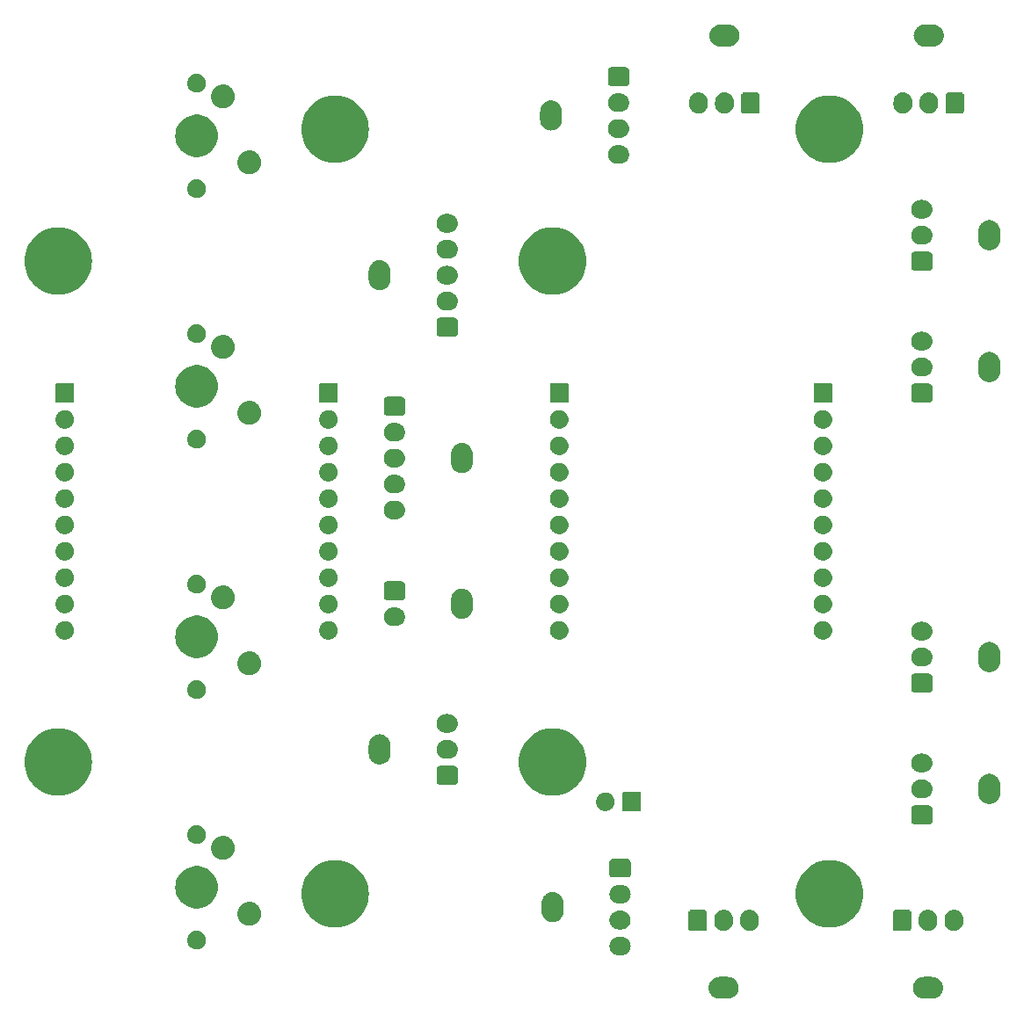
<source format=gbr>
G04 #@! TF.GenerationSoftware,KiCad,Pcbnew,7.0.7*
G04 #@! TF.CreationDate,2023-10-02T17:26:39+09:00*
G04 #@! TF.ProjectId,control_interface_boad_2021-2,636f6e74-726f-46c5-9f69-6e7465726661,rev?*
G04 #@! TF.SameCoordinates,Original*
G04 #@! TF.FileFunction,Soldermask,Bot*
G04 #@! TF.FilePolarity,Negative*
%FSLAX46Y46*%
G04 Gerber Fmt 4.6, Leading zero omitted, Abs format (unit mm)*
G04 Created by KiCad (PCBNEW 7.0.7) date 2023-10-02 17:26:39*
%MOMM*%
%LPD*%
G01*
G04 APERTURE LIST*
G04 APERTURE END LIST*
G36*
X127451903Y-119758051D02*
G01*
X127553024Y-119767422D01*
X127556192Y-119768323D01*
X127565040Y-119769195D01*
X127652485Y-119795721D01*
X127739471Y-119820471D01*
X127747884Y-119824660D01*
X127762200Y-119829003D01*
X127838372Y-119869717D01*
X127912999Y-119906877D01*
X127925366Y-119916216D01*
X127943904Y-119926125D01*
X128006342Y-119977367D01*
X128067694Y-120023698D01*
X128082242Y-120039656D01*
X128103169Y-120056831D01*
X128150733Y-120114788D01*
X128198286Y-120166951D01*
X128212861Y-120190491D01*
X128233875Y-120216096D01*
X128266443Y-120277027D01*
X128300337Y-120331767D01*
X128312543Y-120363275D01*
X128330997Y-120397800D01*
X128349325Y-120458221D01*
X128370363Y-120512525D01*
X128377692Y-120551732D01*
X128390805Y-120594960D01*
X128396409Y-120651863D01*
X128405983Y-120703077D01*
X128405983Y-120749062D01*
X128411000Y-120800000D01*
X128405983Y-120850937D01*
X128405983Y-120896922D01*
X128396409Y-120948134D01*
X128390805Y-121005040D01*
X128377691Y-121048268D01*
X128370363Y-121087474D01*
X128349327Y-121141773D01*
X128330997Y-121202200D01*
X128312542Y-121236726D01*
X128300337Y-121268232D01*
X128266447Y-121322965D01*
X128233875Y-121383904D01*
X128212859Y-121409511D01*
X128198286Y-121433048D01*
X128150741Y-121485201D01*
X128103169Y-121543169D01*
X128082238Y-121560345D01*
X128067694Y-121576301D01*
X128006357Y-121622620D01*
X127943904Y-121673875D01*
X127925362Y-121683785D01*
X127912999Y-121693122D01*
X127838399Y-121730267D01*
X127762200Y-121770997D01*
X127747879Y-121775341D01*
X127739471Y-121779528D01*
X127652538Y-121804262D01*
X127565040Y-121830805D01*
X127556187Y-121831676D01*
X127553024Y-121832577D01*
X127451988Y-121841939D01*
X127360000Y-121851000D01*
X127354218Y-121851000D01*
X126565782Y-121851000D01*
X126560000Y-121851000D01*
X126468019Y-121841940D01*
X126366975Y-121832577D01*
X126363811Y-121831676D01*
X126354960Y-121830805D01*
X126267476Y-121804267D01*
X126180528Y-121779528D01*
X126172117Y-121775340D01*
X126157800Y-121770997D01*
X126081613Y-121730274D01*
X126007000Y-121693122D01*
X125994634Y-121683783D01*
X125976096Y-121673875D01*
X125913653Y-121622629D01*
X125852305Y-121576301D01*
X125837757Y-121560342D01*
X125816831Y-121543169D01*
X125769267Y-121485212D01*
X125721713Y-121433048D01*
X125707136Y-121409506D01*
X125686125Y-121383904D01*
X125653559Y-121322977D01*
X125619662Y-121268232D01*
X125607454Y-121236720D01*
X125589003Y-121202200D01*
X125570676Y-121141785D01*
X125549636Y-121087474D01*
X125542306Y-121048261D01*
X125529195Y-121005040D01*
X125523590Y-120948137D01*
X125514017Y-120896922D01*
X125514016Y-120850937D01*
X125509000Y-120800000D01*
X125514016Y-120749062D01*
X125514017Y-120703077D01*
X125523590Y-120651860D01*
X125529195Y-120594960D01*
X125542305Y-120551739D01*
X125549636Y-120512525D01*
X125570677Y-120458209D01*
X125589003Y-120397800D01*
X125607452Y-120363282D01*
X125619662Y-120331767D01*
X125653563Y-120277015D01*
X125686125Y-120216096D01*
X125707134Y-120190496D01*
X125721713Y-120166951D01*
X125769275Y-120114777D01*
X125816831Y-120056831D01*
X125837753Y-120039660D01*
X125852305Y-120023698D01*
X125913668Y-119977357D01*
X125976096Y-119926125D01*
X125994629Y-119916218D01*
X126007000Y-119906877D01*
X126081641Y-119869710D01*
X126157800Y-119829003D01*
X126172112Y-119824661D01*
X126180528Y-119820471D01*
X126267529Y-119795716D01*
X126354960Y-119769195D01*
X126363805Y-119768323D01*
X126366975Y-119767422D01*
X126468104Y-119758051D01*
X126560000Y-119749000D01*
X127360000Y-119749000D01*
X127451903Y-119758051D01*
G37*
G36*
X147136903Y-119758051D02*
G01*
X147238024Y-119767422D01*
X147241192Y-119768323D01*
X147250040Y-119769195D01*
X147337485Y-119795721D01*
X147424471Y-119820471D01*
X147432884Y-119824660D01*
X147447200Y-119829003D01*
X147523372Y-119869717D01*
X147597999Y-119906877D01*
X147610366Y-119916216D01*
X147628904Y-119926125D01*
X147691342Y-119977367D01*
X147752694Y-120023698D01*
X147767242Y-120039656D01*
X147788169Y-120056831D01*
X147835733Y-120114788D01*
X147883286Y-120166951D01*
X147897861Y-120190491D01*
X147918875Y-120216096D01*
X147951443Y-120277027D01*
X147985337Y-120331767D01*
X147997543Y-120363275D01*
X148015997Y-120397800D01*
X148034325Y-120458221D01*
X148055363Y-120512525D01*
X148062692Y-120551732D01*
X148075805Y-120594960D01*
X148081409Y-120651863D01*
X148090983Y-120703077D01*
X148090983Y-120749062D01*
X148096000Y-120800000D01*
X148090983Y-120850937D01*
X148090983Y-120896922D01*
X148081409Y-120948134D01*
X148075805Y-121005040D01*
X148062691Y-121048268D01*
X148055363Y-121087474D01*
X148034327Y-121141773D01*
X148015997Y-121202200D01*
X147997542Y-121236726D01*
X147985337Y-121268232D01*
X147951447Y-121322965D01*
X147918875Y-121383904D01*
X147897859Y-121409511D01*
X147883286Y-121433048D01*
X147835741Y-121485201D01*
X147788169Y-121543169D01*
X147767238Y-121560345D01*
X147752694Y-121576301D01*
X147691357Y-121622620D01*
X147628904Y-121673875D01*
X147610362Y-121683785D01*
X147597999Y-121693122D01*
X147523399Y-121730267D01*
X147447200Y-121770997D01*
X147432879Y-121775341D01*
X147424471Y-121779528D01*
X147337538Y-121804262D01*
X147250040Y-121830805D01*
X147241187Y-121831676D01*
X147238024Y-121832577D01*
X147136988Y-121841939D01*
X147045000Y-121851000D01*
X147039218Y-121851000D01*
X146250782Y-121851000D01*
X146245000Y-121851000D01*
X146153019Y-121841940D01*
X146051975Y-121832577D01*
X146048811Y-121831676D01*
X146039960Y-121830805D01*
X145952476Y-121804267D01*
X145865528Y-121779528D01*
X145857117Y-121775340D01*
X145842800Y-121770997D01*
X145766613Y-121730274D01*
X145692000Y-121693122D01*
X145679634Y-121683783D01*
X145661096Y-121673875D01*
X145598653Y-121622629D01*
X145537305Y-121576301D01*
X145522757Y-121560342D01*
X145501831Y-121543169D01*
X145454267Y-121485212D01*
X145406713Y-121433048D01*
X145392136Y-121409506D01*
X145371125Y-121383904D01*
X145338559Y-121322977D01*
X145304662Y-121268232D01*
X145292454Y-121236720D01*
X145274003Y-121202200D01*
X145255676Y-121141785D01*
X145234636Y-121087474D01*
X145227306Y-121048261D01*
X145214195Y-121005040D01*
X145208590Y-120948137D01*
X145199017Y-120896922D01*
X145199017Y-120850937D01*
X145194000Y-120800000D01*
X145199017Y-120749062D01*
X145199017Y-120703077D01*
X145208590Y-120651860D01*
X145214195Y-120594960D01*
X145227305Y-120551739D01*
X145234636Y-120512525D01*
X145255677Y-120458209D01*
X145274003Y-120397800D01*
X145292452Y-120363282D01*
X145304662Y-120331767D01*
X145338563Y-120277015D01*
X145371125Y-120216096D01*
X145392134Y-120190496D01*
X145406713Y-120166951D01*
X145454275Y-120114777D01*
X145501831Y-120056831D01*
X145522753Y-120039660D01*
X145537305Y-120023698D01*
X145598668Y-119977357D01*
X145661096Y-119926125D01*
X145679629Y-119916218D01*
X145692000Y-119906877D01*
X145766641Y-119869710D01*
X145842800Y-119829003D01*
X145857112Y-119824661D01*
X145865528Y-119820471D01*
X145952529Y-119795716D01*
X146039960Y-119769195D01*
X146048805Y-119768323D01*
X146051975Y-119767422D01*
X146153104Y-119758051D01*
X146245000Y-119749000D01*
X147045000Y-119749000D01*
X147136903Y-119758051D01*
G37*
G36*
X117206394Y-115888605D02*
G01*
X117290659Y-115896905D01*
X117293471Y-115897758D01*
X117302328Y-115898689D01*
X117383725Y-115925136D01*
X117459566Y-115948143D01*
X117467371Y-115952315D01*
X117481470Y-115956896D01*
X117550447Y-115996719D01*
X117615232Y-116031348D01*
X117626637Y-116040708D01*
X117644595Y-116051076D01*
X117699402Y-116100425D01*
X117751675Y-116143324D01*
X117764776Y-116159287D01*
X117784573Y-116177113D01*
X117824460Y-116232013D01*
X117863651Y-116279767D01*
X117876163Y-116303175D01*
X117895289Y-116329500D01*
X117920498Y-116386120D01*
X117946856Y-116435433D01*
X117956269Y-116466464D01*
X117971902Y-116501576D01*
X117983563Y-116556441D01*
X117998094Y-116604340D01*
X118001849Y-116642467D01*
X118011064Y-116685820D01*
X118011064Y-116736026D01*
X118015395Y-116780000D01*
X118011064Y-116823973D01*
X118011064Y-116874180D01*
X118001849Y-116917532D01*
X117998094Y-116955659D01*
X117983564Y-117003555D01*
X117971902Y-117058424D01*
X117956268Y-117093537D01*
X117946856Y-117124566D01*
X117920500Y-117173873D01*
X117895289Y-117230500D01*
X117876161Y-117256827D01*
X117863651Y-117280232D01*
X117824467Y-117327977D01*
X117784573Y-117382887D01*
X117764773Y-117400714D01*
X117751675Y-117416675D01*
X117699415Y-117459563D01*
X117644595Y-117508924D01*
X117626633Y-117519294D01*
X117615232Y-117528651D01*
X117550470Y-117563266D01*
X117481470Y-117603104D01*
X117467366Y-117607686D01*
X117459566Y-117611856D01*
X117383771Y-117634848D01*
X117302328Y-117661311D01*
X117293466Y-117662242D01*
X117290659Y-117663094D01*
X117206475Y-117671385D01*
X117115000Y-117681000D01*
X117108860Y-117681000D01*
X116871140Y-117681000D01*
X116865000Y-117681000D01*
X116773532Y-117671386D01*
X116689340Y-117663094D01*
X116686532Y-117662242D01*
X116677672Y-117661311D01*
X116596242Y-117634852D01*
X116520433Y-117611856D01*
X116512630Y-117607685D01*
X116498530Y-117603104D01*
X116429542Y-117563273D01*
X116364767Y-117528651D01*
X116353363Y-117519292D01*
X116335405Y-117508924D01*
X116280594Y-117459572D01*
X116228324Y-117416675D01*
X116215223Y-117400711D01*
X116195427Y-117382887D01*
X116155540Y-117327988D01*
X116116348Y-117280232D01*
X116103835Y-117256822D01*
X116084711Y-117230500D01*
X116059504Y-117173884D01*
X116033143Y-117124566D01*
X116023728Y-117093530D01*
X116008098Y-117058424D01*
X115996437Y-117003566D01*
X115981905Y-116955659D01*
X115978149Y-116917524D01*
X115968936Y-116874180D01*
X115968936Y-116823982D01*
X115964604Y-116779999D01*
X115968936Y-116736015D01*
X115968936Y-116685820D01*
X115978148Y-116642476D01*
X115981905Y-116604340D01*
X115996438Y-116556430D01*
X116008098Y-116501576D01*
X116023727Y-116466471D01*
X116033143Y-116435433D01*
X116059506Y-116386109D01*
X116084711Y-116329500D01*
X116103833Y-116303180D01*
X116116348Y-116279767D01*
X116155546Y-116232002D01*
X116195427Y-116177113D01*
X116215219Y-116159291D01*
X116228324Y-116143324D01*
X116280607Y-116100416D01*
X116335405Y-116051076D01*
X116353359Y-116040710D01*
X116364767Y-116031348D01*
X116429565Y-115996712D01*
X116498530Y-115956896D01*
X116512626Y-115952315D01*
X116520433Y-115948143D01*
X116596288Y-115925132D01*
X116677672Y-115898689D01*
X116686527Y-115897758D01*
X116689340Y-115896905D01*
X116773613Y-115888605D01*
X116865000Y-115879000D01*
X117115000Y-115879000D01*
X117206394Y-115888605D01*
G37*
G36*
X76243983Y-115308936D02*
G01*
X76294180Y-115308936D01*
X76337524Y-115318149D01*
X76375659Y-115321905D01*
X76423566Y-115336437D01*
X76478424Y-115348098D01*
X76513530Y-115363728D01*
X76544566Y-115373143D01*
X76593884Y-115399504D01*
X76650500Y-115424711D01*
X76676822Y-115443835D01*
X76700232Y-115456348D01*
X76747988Y-115495540D01*
X76802887Y-115535427D01*
X76820711Y-115555223D01*
X76836675Y-115568324D01*
X76879572Y-115620594D01*
X76928924Y-115675405D01*
X76939292Y-115693363D01*
X76948651Y-115704767D01*
X76983273Y-115769542D01*
X77023104Y-115838530D01*
X77027685Y-115852630D01*
X77031856Y-115860433D01*
X77054852Y-115936242D01*
X77081311Y-116017672D01*
X77082242Y-116026532D01*
X77083094Y-116029340D01*
X77091385Y-116113520D01*
X77101000Y-116205000D01*
X77091382Y-116296501D01*
X77083094Y-116380659D01*
X77082242Y-116383466D01*
X77081311Y-116392328D01*
X77054848Y-116473771D01*
X77031856Y-116549566D01*
X77027686Y-116557366D01*
X77023104Y-116571470D01*
X76983266Y-116640470D01*
X76948651Y-116705232D01*
X76939294Y-116716633D01*
X76928924Y-116734595D01*
X76879563Y-116789415D01*
X76836675Y-116841675D01*
X76820714Y-116854773D01*
X76802887Y-116874573D01*
X76747977Y-116914467D01*
X76700232Y-116953651D01*
X76676827Y-116966161D01*
X76650500Y-116985289D01*
X76593873Y-117010500D01*
X76544566Y-117036856D01*
X76513537Y-117046268D01*
X76478424Y-117061902D01*
X76423555Y-117073564D01*
X76375659Y-117088094D01*
X76337532Y-117091849D01*
X76294180Y-117101064D01*
X76243973Y-117101064D01*
X76200000Y-117105395D01*
X76156027Y-117101064D01*
X76105820Y-117101064D01*
X76062467Y-117091849D01*
X76024340Y-117088094D01*
X75976441Y-117073563D01*
X75921576Y-117061902D01*
X75886464Y-117046269D01*
X75855433Y-117036856D01*
X75806120Y-117010498D01*
X75749500Y-116985289D01*
X75723175Y-116966163D01*
X75699767Y-116953651D01*
X75652013Y-116914460D01*
X75597113Y-116874573D01*
X75579287Y-116854776D01*
X75563324Y-116841675D01*
X75520425Y-116789402D01*
X75471076Y-116734595D01*
X75460708Y-116716637D01*
X75451348Y-116705232D01*
X75416719Y-116640447D01*
X75376896Y-116571470D01*
X75372315Y-116557371D01*
X75368143Y-116549566D01*
X75345136Y-116473725D01*
X75318689Y-116392328D01*
X75317758Y-116383471D01*
X75316905Y-116380659D01*
X75308601Y-116296349D01*
X75299000Y-116205000D01*
X75308598Y-116113672D01*
X75316905Y-116029340D01*
X75317758Y-116026527D01*
X75318689Y-116017672D01*
X75345132Y-115936288D01*
X75368143Y-115860433D01*
X75372315Y-115852626D01*
X75376896Y-115838530D01*
X75416712Y-115769565D01*
X75451348Y-115704767D01*
X75460710Y-115693359D01*
X75471076Y-115675405D01*
X75520416Y-115620607D01*
X75563324Y-115568324D01*
X75579291Y-115555219D01*
X75597113Y-115535427D01*
X75652002Y-115495546D01*
X75699767Y-115456348D01*
X75723180Y-115443833D01*
X75749500Y-115424711D01*
X75806109Y-115399506D01*
X75855433Y-115373143D01*
X75886471Y-115363727D01*
X75921576Y-115348098D01*
X75976430Y-115336438D01*
X76024340Y-115321905D01*
X76062476Y-115318148D01*
X76105820Y-115308936D01*
X76156016Y-115308936D01*
X76200000Y-115304604D01*
X76243983Y-115308936D01*
G37*
G36*
X125128914Y-113281995D02*
G01*
X125144726Y-113288976D01*
X125152531Y-113290213D01*
X125185039Y-113306776D01*
X125230106Y-113326676D01*
X125308324Y-113404894D01*
X125328226Y-113449967D01*
X125344786Y-113482468D01*
X125346021Y-113490270D01*
X125353005Y-113506086D01*
X125361000Y-113575000D01*
X125361000Y-115025000D01*
X125353005Y-115093914D01*
X125346021Y-115109729D01*
X125344786Y-115117531D01*
X125328229Y-115150024D01*
X125308324Y-115195106D01*
X125230106Y-115273324D01*
X125185024Y-115293229D01*
X125152531Y-115309786D01*
X125144729Y-115311021D01*
X125128914Y-115318005D01*
X125060000Y-115326000D01*
X123860000Y-115326000D01*
X123791086Y-115318005D01*
X123775270Y-115311021D01*
X123767468Y-115309786D01*
X123734967Y-115293226D01*
X123689894Y-115273324D01*
X123611676Y-115195106D01*
X123591776Y-115150039D01*
X123575213Y-115117531D01*
X123573976Y-115109726D01*
X123566995Y-115093914D01*
X123559000Y-115025000D01*
X123559000Y-113575000D01*
X123566995Y-113506086D01*
X123573976Y-113490274D01*
X123575213Y-113482468D01*
X123591780Y-113449953D01*
X123611676Y-113404894D01*
X123689894Y-113326676D01*
X123734953Y-113306780D01*
X123767468Y-113290213D01*
X123775274Y-113288976D01*
X123791086Y-113281995D01*
X123860000Y-113274000D01*
X125060000Y-113274000D01*
X125128914Y-113281995D01*
G37*
G36*
X144813914Y-113281995D02*
G01*
X144829726Y-113288976D01*
X144837531Y-113290213D01*
X144870039Y-113306776D01*
X144915106Y-113326676D01*
X144993324Y-113404894D01*
X145013226Y-113449967D01*
X145029786Y-113482468D01*
X145031021Y-113490270D01*
X145038005Y-113506086D01*
X145046000Y-113575000D01*
X145046000Y-115025000D01*
X145038005Y-115093914D01*
X145031021Y-115109729D01*
X145029786Y-115117531D01*
X145013229Y-115150024D01*
X144993324Y-115195106D01*
X144915106Y-115273324D01*
X144870024Y-115293229D01*
X144837531Y-115309786D01*
X144829729Y-115311021D01*
X144813914Y-115318005D01*
X144745000Y-115326000D01*
X143545000Y-115326000D01*
X143476086Y-115318005D01*
X143460270Y-115311021D01*
X143452468Y-115309786D01*
X143419967Y-115293226D01*
X143374894Y-115273324D01*
X143296676Y-115195106D01*
X143276776Y-115150039D01*
X143260213Y-115117531D01*
X143258976Y-115109726D01*
X143251995Y-115093914D01*
X143244000Y-115025000D01*
X143244000Y-113575000D01*
X143251995Y-113506086D01*
X143258976Y-113490274D01*
X143260213Y-113482468D01*
X143276780Y-113449953D01*
X143296676Y-113404894D01*
X143374894Y-113326676D01*
X143419953Y-113306780D01*
X143452468Y-113290213D01*
X143460274Y-113288976D01*
X143476086Y-113281995D01*
X143545000Y-113274000D01*
X144745000Y-113274000D01*
X144813914Y-113281995D01*
G37*
G36*
X127003983Y-113278936D02*
G01*
X127054180Y-113278936D01*
X127097524Y-113288149D01*
X127135659Y-113291905D01*
X127183566Y-113306437D01*
X127238424Y-113318098D01*
X127273530Y-113333728D01*
X127304566Y-113343143D01*
X127353884Y-113369504D01*
X127410500Y-113394711D01*
X127436822Y-113413835D01*
X127460232Y-113426348D01*
X127507988Y-113465540D01*
X127562887Y-113505427D01*
X127580711Y-113525223D01*
X127596675Y-113538324D01*
X127639572Y-113590594D01*
X127688924Y-113645405D01*
X127699292Y-113663363D01*
X127708651Y-113674767D01*
X127743273Y-113739542D01*
X127783104Y-113808530D01*
X127787685Y-113822630D01*
X127791856Y-113830433D01*
X127814852Y-113906242D01*
X127841311Y-113987672D01*
X127842242Y-113996532D01*
X127843094Y-113999340D01*
X127851387Y-114083539D01*
X127861000Y-114175000D01*
X127861000Y-114425000D01*
X127851385Y-114516475D01*
X127843094Y-114600659D01*
X127842242Y-114603466D01*
X127841311Y-114612328D01*
X127814848Y-114693771D01*
X127791856Y-114769566D01*
X127787686Y-114777366D01*
X127783104Y-114791470D01*
X127743266Y-114860470D01*
X127708651Y-114925232D01*
X127699294Y-114936633D01*
X127688924Y-114954595D01*
X127639563Y-115009415D01*
X127596675Y-115061675D01*
X127580714Y-115074773D01*
X127562887Y-115094573D01*
X127507977Y-115134467D01*
X127460232Y-115173651D01*
X127436827Y-115186161D01*
X127410500Y-115205289D01*
X127353873Y-115230500D01*
X127304566Y-115256856D01*
X127273537Y-115266268D01*
X127238424Y-115281902D01*
X127183555Y-115293564D01*
X127135659Y-115308094D01*
X127097532Y-115311849D01*
X127054180Y-115321064D01*
X127003973Y-115321064D01*
X126960000Y-115325395D01*
X126916027Y-115321064D01*
X126865820Y-115321064D01*
X126822467Y-115311849D01*
X126784340Y-115308094D01*
X126736441Y-115293563D01*
X126681576Y-115281902D01*
X126646464Y-115266269D01*
X126615433Y-115256856D01*
X126566120Y-115230498D01*
X126509500Y-115205289D01*
X126483175Y-115186163D01*
X126459767Y-115173651D01*
X126412013Y-115134460D01*
X126357113Y-115094573D01*
X126339287Y-115074776D01*
X126323324Y-115061675D01*
X126280425Y-115009402D01*
X126231076Y-114954595D01*
X126220708Y-114936637D01*
X126211348Y-114925232D01*
X126176719Y-114860447D01*
X126136896Y-114791470D01*
X126132315Y-114777371D01*
X126128143Y-114769566D01*
X126105136Y-114693725D01*
X126078689Y-114612328D01*
X126077758Y-114603471D01*
X126076905Y-114600659D01*
X126068605Y-114516394D01*
X126059000Y-114425000D01*
X126059000Y-114175000D01*
X126068604Y-114083620D01*
X126076905Y-113999340D01*
X126077758Y-113996527D01*
X126078689Y-113987672D01*
X126105132Y-113906288D01*
X126128143Y-113830433D01*
X126132315Y-113822626D01*
X126136896Y-113808530D01*
X126176712Y-113739565D01*
X126211348Y-113674767D01*
X126220710Y-113663359D01*
X126231076Y-113645405D01*
X126280416Y-113590607D01*
X126323324Y-113538324D01*
X126339291Y-113525219D01*
X126357113Y-113505427D01*
X126412002Y-113465546D01*
X126459767Y-113426348D01*
X126483180Y-113413833D01*
X126509500Y-113394711D01*
X126566109Y-113369506D01*
X126615433Y-113343143D01*
X126646471Y-113333727D01*
X126681576Y-113318098D01*
X126736430Y-113306438D01*
X126784340Y-113291905D01*
X126822476Y-113288148D01*
X126865820Y-113278936D01*
X126916016Y-113278936D01*
X126960000Y-113274604D01*
X127003983Y-113278936D01*
G37*
G36*
X129503983Y-113278936D02*
G01*
X129554180Y-113278936D01*
X129597524Y-113288149D01*
X129635659Y-113291905D01*
X129683566Y-113306437D01*
X129738424Y-113318098D01*
X129773530Y-113333728D01*
X129804566Y-113343143D01*
X129853884Y-113369504D01*
X129910500Y-113394711D01*
X129936822Y-113413835D01*
X129960232Y-113426348D01*
X130007988Y-113465540D01*
X130062887Y-113505427D01*
X130080711Y-113525223D01*
X130096675Y-113538324D01*
X130139572Y-113590594D01*
X130188924Y-113645405D01*
X130199292Y-113663363D01*
X130208651Y-113674767D01*
X130243273Y-113739542D01*
X130283104Y-113808530D01*
X130287685Y-113822630D01*
X130291856Y-113830433D01*
X130314852Y-113906242D01*
X130341311Y-113987672D01*
X130342242Y-113996532D01*
X130343094Y-113999340D01*
X130351387Y-114083539D01*
X130361000Y-114175000D01*
X130361000Y-114425000D01*
X130351385Y-114516475D01*
X130343094Y-114600659D01*
X130342242Y-114603466D01*
X130341311Y-114612328D01*
X130314848Y-114693771D01*
X130291856Y-114769566D01*
X130287686Y-114777366D01*
X130283104Y-114791470D01*
X130243266Y-114860470D01*
X130208651Y-114925232D01*
X130199294Y-114936633D01*
X130188924Y-114954595D01*
X130139563Y-115009415D01*
X130096675Y-115061675D01*
X130080714Y-115074773D01*
X130062887Y-115094573D01*
X130007977Y-115134467D01*
X129960232Y-115173651D01*
X129936827Y-115186161D01*
X129910500Y-115205289D01*
X129853873Y-115230500D01*
X129804566Y-115256856D01*
X129773537Y-115266268D01*
X129738424Y-115281902D01*
X129683555Y-115293564D01*
X129635659Y-115308094D01*
X129597533Y-115311849D01*
X129554180Y-115321064D01*
X129503972Y-115321064D01*
X129459999Y-115325395D01*
X129416026Y-115321064D01*
X129365820Y-115321064D01*
X129322467Y-115311849D01*
X129284340Y-115308094D01*
X129236441Y-115293563D01*
X129181576Y-115281902D01*
X129146464Y-115266269D01*
X129115433Y-115256856D01*
X129066120Y-115230498D01*
X129009500Y-115205289D01*
X128983175Y-115186163D01*
X128959767Y-115173651D01*
X128912013Y-115134460D01*
X128857113Y-115094573D01*
X128839287Y-115074776D01*
X128823324Y-115061675D01*
X128780425Y-115009402D01*
X128731076Y-114954595D01*
X128720708Y-114936637D01*
X128711348Y-114925232D01*
X128676719Y-114860447D01*
X128636896Y-114791470D01*
X128632315Y-114777371D01*
X128628143Y-114769566D01*
X128605136Y-114693725D01*
X128578689Y-114612328D01*
X128577758Y-114603471D01*
X128576905Y-114600659D01*
X128568605Y-114516394D01*
X128559000Y-114425000D01*
X128559000Y-114175000D01*
X128568604Y-114083620D01*
X128576905Y-113999340D01*
X128577758Y-113996527D01*
X128578689Y-113987672D01*
X128605132Y-113906288D01*
X128628143Y-113830433D01*
X128632315Y-113822626D01*
X128636896Y-113808530D01*
X128676712Y-113739565D01*
X128711348Y-113674767D01*
X128720710Y-113663359D01*
X128731076Y-113645405D01*
X128780416Y-113590607D01*
X128823324Y-113538324D01*
X128839291Y-113525219D01*
X128857113Y-113505427D01*
X128912002Y-113465546D01*
X128959767Y-113426348D01*
X128983180Y-113413833D01*
X129009500Y-113394711D01*
X129066109Y-113369506D01*
X129115433Y-113343143D01*
X129146471Y-113333727D01*
X129181576Y-113318098D01*
X129236430Y-113306438D01*
X129284340Y-113291905D01*
X129322476Y-113288148D01*
X129365820Y-113278936D01*
X129416016Y-113278936D01*
X129460000Y-113274604D01*
X129503983Y-113278936D01*
G37*
G36*
X146688983Y-113278936D02*
G01*
X146739180Y-113278936D01*
X146782524Y-113288149D01*
X146820659Y-113291905D01*
X146868566Y-113306437D01*
X146923424Y-113318098D01*
X146958530Y-113333728D01*
X146989566Y-113343143D01*
X147038884Y-113369504D01*
X147095500Y-113394711D01*
X147121822Y-113413835D01*
X147145232Y-113426348D01*
X147192988Y-113465540D01*
X147247887Y-113505427D01*
X147265711Y-113525223D01*
X147281675Y-113538324D01*
X147324572Y-113590594D01*
X147373924Y-113645405D01*
X147384292Y-113663363D01*
X147393651Y-113674767D01*
X147428273Y-113739542D01*
X147468104Y-113808530D01*
X147472685Y-113822630D01*
X147476856Y-113830433D01*
X147499852Y-113906242D01*
X147526311Y-113987672D01*
X147527242Y-113996532D01*
X147528094Y-113999340D01*
X147536387Y-114083539D01*
X147546000Y-114175000D01*
X147546000Y-114425000D01*
X147536385Y-114516475D01*
X147528094Y-114600659D01*
X147527242Y-114603466D01*
X147526311Y-114612328D01*
X147499848Y-114693771D01*
X147476856Y-114769566D01*
X147472686Y-114777366D01*
X147468104Y-114791470D01*
X147428266Y-114860470D01*
X147393651Y-114925232D01*
X147384294Y-114936633D01*
X147373924Y-114954595D01*
X147324563Y-115009415D01*
X147281675Y-115061675D01*
X147265714Y-115074773D01*
X147247887Y-115094573D01*
X147192977Y-115134467D01*
X147145232Y-115173651D01*
X147121827Y-115186161D01*
X147095500Y-115205289D01*
X147038873Y-115230500D01*
X146989566Y-115256856D01*
X146958537Y-115266268D01*
X146923424Y-115281902D01*
X146868555Y-115293564D01*
X146820659Y-115308094D01*
X146782532Y-115311849D01*
X146739180Y-115321064D01*
X146688973Y-115321064D01*
X146645000Y-115325395D01*
X146601027Y-115321064D01*
X146550820Y-115321064D01*
X146507467Y-115311849D01*
X146469340Y-115308094D01*
X146421441Y-115293563D01*
X146366576Y-115281902D01*
X146331464Y-115266269D01*
X146300433Y-115256856D01*
X146251120Y-115230498D01*
X146194500Y-115205289D01*
X146168175Y-115186163D01*
X146144767Y-115173651D01*
X146097013Y-115134460D01*
X146042113Y-115094573D01*
X146024287Y-115074776D01*
X146008324Y-115061675D01*
X145965425Y-115009402D01*
X145916076Y-114954595D01*
X145905708Y-114936637D01*
X145896348Y-114925232D01*
X145861719Y-114860447D01*
X145821896Y-114791470D01*
X145817315Y-114777371D01*
X145813143Y-114769566D01*
X145790136Y-114693725D01*
X145763689Y-114612328D01*
X145762758Y-114603471D01*
X145761905Y-114600659D01*
X145753605Y-114516394D01*
X145744000Y-114425000D01*
X145744000Y-114175000D01*
X145753604Y-114083620D01*
X145761905Y-113999340D01*
X145762758Y-113996527D01*
X145763689Y-113987672D01*
X145790132Y-113906288D01*
X145813143Y-113830433D01*
X145817315Y-113822626D01*
X145821896Y-113808530D01*
X145861712Y-113739565D01*
X145896348Y-113674767D01*
X145905710Y-113663359D01*
X145916076Y-113645405D01*
X145965416Y-113590607D01*
X146008324Y-113538324D01*
X146024291Y-113525219D01*
X146042113Y-113505427D01*
X146097002Y-113465546D01*
X146144767Y-113426348D01*
X146168180Y-113413833D01*
X146194500Y-113394711D01*
X146251109Y-113369506D01*
X146300433Y-113343143D01*
X146331471Y-113333727D01*
X146366576Y-113318098D01*
X146421430Y-113306438D01*
X146469340Y-113291905D01*
X146507476Y-113288148D01*
X146550820Y-113278936D01*
X146601016Y-113278936D01*
X146645000Y-113274604D01*
X146688983Y-113278936D01*
G37*
G36*
X149188983Y-113278936D02*
G01*
X149239180Y-113278936D01*
X149282524Y-113288149D01*
X149320659Y-113291905D01*
X149368566Y-113306437D01*
X149423424Y-113318098D01*
X149458530Y-113333728D01*
X149489566Y-113343143D01*
X149538884Y-113369504D01*
X149595500Y-113394711D01*
X149621822Y-113413835D01*
X149645232Y-113426348D01*
X149692988Y-113465540D01*
X149747887Y-113505427D01*
X149765711Y-113525223D01*
X149781675Y-113538324D01*
X149824572Y-113590594D01*
X149873924Y-113645405D01*
X149884292Y-113663363D01*
X149893651Y-113674767D01*
X149928273Y-113739542D01*
X149968104Y-113808530D01*
X149972685Y-113822630D01*
X149976856Y-113830433D01*
X149999852Y-113906242D01*
X150026311Y-113987672D01*
X150027242Y-113996532D01*
X150028094Y-113999340D01*
X150036387Y-114083539D01*
X150046000Y-114175000D01*
X150046000Y-114425000D01*
X150036385Y-114516475D01*
X150028094Y-114600659D01*
X150027242Y-114603466D01*
X150026311Y-114612328D01*
X149999848Y-114693771D01*
X149976856Y-114769566D01*
X149972686Y-114777366D01*
X149968104Y-114791470D01*
X149928266Y-114860470D01*
X149893651Y-114925232D01*
X149884294Y-114936633D01*
X149873924Y-114954595D01*
X149824563Y-115009415D01*
X149781675Y-115061675D01*
X149765714Y-115074773D01*
X149747887Y-115094573D01*
X149692977Y-115134467D01*
X149645232Y-115173651D01*
X149621827Y-115186161D01*
X149595500Y-115205289D01*
X149538873Y-115230500D01*
X149489566Y-115256856D01*
X149458537Y-115266268D01*
X149423424Y-115281902D01*
X149368555Y-115293564D01*
X149320659Y-115308094D01*
X149282533Y-115311849D01*
X149239180Y-115321064D01*
X149188972Y-115321064D01*
X149144999Y-115325395D01*
X149101026Y-115321064D01*
X149050820Y-115321064D01*
X149007467Y-115311849D01*
X148969340Y-115308094D01*
X148921441Y-115293563D01*
X148866576Y-115281902D01*
X148831464Y-115266269D01*
X148800433Y-115256856D01*
X148751120Y-115230498D01*
X148694500Y-115205289D01*
X148668175Y-115186163D01*
X148644767Y-115173651D01*
X148597013Y-115134460D01*
X148542113Y-115094573D01*
X148524287Y-115074776D01*
X148508324Y-115061675D01*
X148465425Y-115009402D01*
X148416076Y-114954595D01*
X148405708Y-114936637D01*
X148396348Y-114925232D01*
X148361719Y-114860447D01*
X148321896Y-114791470D01*
X148317315Y-114777371D01*
X148313143Y-114769566D01*
X148290136Y-114693725D01*
X148263689Y-114612328D01*
X148262758Y-114603471D01*
X148261905Y-114600659D01*
X148253605Y-114516394D01*
X148244000Y-114425000D01*
X148244000Y-114175000D01*
X148253604Y-114083620D01*
X148261905Y-113999340D01*
X148262758Y-113996527D01*
X148263689Y-113987672D01*
X148290132Y-113906288D01*
X148313143Y-113830433D01*
X148317315Y-113822626D01*
X148321896Y-113808530D01*
X148361712Y-113739565D01*
X148396348Y-113674767D01*
X148405710Y-113663359D01*
X148416076Y-113645405D01*
X148465416Y-113590607D01*
X148508324Y-113538324D01*
X148524291Y-113525219D01*
X148542113Y-113505427D01*
X148597002Y-113465546D01*
X148644767Y-113426348D01*
X148668180Y-113413833D01*
X148694500Y-113394711D01*
X148751109Y-113369506D01*
X148800433Y-113343143D01*
X148831471Y-113333727D01*
X148866576Y-113318098D01*
X148921430Y-113306438D01*
X148969340Y-113291905D01*
X149007476Y-113288148D01*
X149050820Y-113278936D01*
X149101016Y-113278936D01*
X149145000Y-113274604D01*
X149188983Y-113278936D01*
G37*
G36*
X117206394Y-113388605D02*
G01*
X117290659Y-113396905D01*
X117293471Y-113397758D01*
X117302328Y-113398689D01*
X117383725Y-113425136D01*
X117459566Y-113448143D01*
X117467371Y-113452315D01*
X117481470Y-113456896D01*
X117550447Y-113496719D01*
X117615232Y-113531348D01*
X117626637Y-113540708D01*
X117644595Y-113551076D01*
X117699402Y-113600425D01*
X117751675Y-113643324D01*
X117764776Y-113659287D01*
X117784573Y-113677113D01*
X117824460Y-113732013D01*
X117863651Y-113779767D01*
X117876163Y-113803175D01*
X117895289Y-113829500D01*
X117920498Y-113886120D01*
X117946856Y-113935433D01*
X117956269Y-113966464D01*
X117971902Y-114001576D01*
X117983563Y-114056441D01*
X117998094Y-114104340D01*
X118001849Y-114142467D01*
X118011064Y-114185820D01*
X118011064Y-114236026D01*
X118015395Y-114280000D01*
X118011064Y-114323973D01*
X118011064Y-114374180D01*
X118001849Y-114417532D01*
X117998094Y-114455659D01*
X117983564Y-114503555D01*
X117971902Y-114558424D01*
X117956268Y-114593537D01*
X117946856Y-114624566D01*
X117920500Y-114673873D01*
X117895289Y-114730500D01*
X117876161Y-114756827D01*
X117863651Y-114780232D01*
X117824467Y-114827977D01*
X117784573Y-114882887D01*
X117764773Y-114900714D01*
X117751675Y-114916675D01*
X117699415Y-114959563D01*
X117644595Y-115008924D01*
X117626633Y-115019294D01*
X117615232Y-115028651D01*
X117550470Y-115063266D01*
X117481470Y-115103104D01*
X117467366Y-115107686D01*
X117459566Y-115111856D01*
X117383771Y-115134848D01*
X117302328Y-115161311D01*
X117293466Y-115162242D01*
X117290659Y-115163094D01*
X117206475Y-115171385D01*
X117115000Y-115181000D01*
X117108860Y-115181000D01*
X116871140Y-115181000D01*
X116865000Y-115181000D01*
X116773532Y-115171386D01*
X116689340Y-115163094D01*
X116686532Y-115162242D01*
X116677672Y-115161311D01*
X116596242Y-115134852D01*
X116520433Y-115111856D01*
X116512630Y-115107685D01*
X116498530Y-115103104D01*
X116429542Y-115063273D01*
X116364767Y-115028651D01*
X116353363Y-115019292D01*
X116335405Y-115008924D01*
X116280594Y-114959572D01*
X116228324Y-114916675D01*
X116215223Y-114900711D01*
X116195427Y-114882887D01*
X116155540Y-114827988D01*
X116116348Y-114780232D01*
X116103835Y-114756822D01*
X116084711Y-114730500D01*
X116059504Y-114673884D01*
X116033143Y-114624566D01*
X116023728Y-114593530D01*
X116008098Y-114558424D01*
X115996437Y-114503566D01*
X115981905Y-114455659D01*
X115978149Y-114417524D01*
X115968936Y-114374180D01*
X115968936Y-114323983D01*
X115964604Y-114280000D01*
X115968936Y-114236016D01*
X115968936Y-114185820D01*
X115978148Y-114142476D01*
X115981905Y-114104340D01*
X115996438Y-114056430D01*
X116008098Y-114001576D01*
X116023727Y-113966471D01*
X116033143Y-113935433D01*
X116059506Y-113886109D01*
X116084711Y-113829500D01*
X116103833Y-113803180D01*
X116116348Y-113779767D01*
X116155546Y-113732002D01*
X116195427Y-113677113D01*
X116215219Y-113659291D01*
X116228324Y-113643324D01*
X116280607Y-113600416D01*
X116335405Y-113551076D01*
X116353359Y-113540710D01*
X116364767Y-113531348D01*
X116429565Y-113496712D01*
X116498530Y-113456896D01*
X116512626Y-113452315D01*
X116520433Y-113448143D01*
X116596288Y-113425132D01*
X116677672Y-113398689D01*
X116686527Y-113397758D01*
X116689340Y-113396905D01*
X116773613Y-113388605D01*
X116865000Y-113379000D01*
X117115000Y-113379000D01*
X117206394Y-113388605D01*
G37*
G36*
X90060953Y-108551827D02*
G01*
X90404735Y-108627499D01*
X90738319Y-108739897D01*
X91057796Y-108887702D01*
X91359419Y-109069183D01*
X91639653Y-109282211D01*
X91895211Y-109524289D01*
X92123099Y-109792579D01*
X92320643Y-110083934D01*
X92485528Y-110394941D01*
X92615820Y-110721951D01*
X92709993Y-111061131D01*
X92766942Y-111408505D01*
X92786000Y-111760000D01*
X92766942Y-112111495D01*
X92709993Y-112458869D01*
X92615820Y-112798049D01*
X92485528Y-113125059D01*
X92320643Y-113436066D01*
X92123099Y-113727421D01*
X91895211Y-113995711D01*
X91639653Y-114237789D01*
X91359419Y-114450817D01*
X91057796Y-114632298D01*
X90738319Y-114780103D01*
X90404735Y-114892501D01*
X90060953Y-114968173D01*
X89711006Y-115006232D01*
X89358994Y-115006232D01*
X89009047Y-114968173D01*
X88665265Y-114892501D01*
X88331681Y-114780103D01*
X88012204Y-114632298D01*
X87710581Y-114450817D01*
X87430347Y-114237789D01*
X87174789Y-113995711D01*
X86946901Y-113727421D01*
X86749357Y-113436066D01*
X86584472Y-113125059D01*
X86454180Y-112798049D01*
X86360007Y-112458869D01*
X86303058Y-112111495D01*
X86284000Y-111760000D01*
X86303058Y-111408505D01*
X86360007Y-111061131D01*
X86454180Y-110721951D01*
X86584472Y-110394941D01*
X86749357Y-110083934D01*
X86946901Y-109792579D01*
X87174789Y-109524289D01*
X87430347Y-109282211D01*
X87710581Y-109069183D01*
X88012204Y-108887702D01*
X88331681Y-108739897D01*
X88665265Y-108627499D01*
X89009047Y-108551827D01*
X89358994Y-108513768D01*
X89711006Y-108513768D01*
X90060953Y-108551827D01*
G37*
G36*
X137685953Y-108551827D02*
G01*
X138029735Y-108627499D01*
X138363319Y-108739897D01*
X138682796Y-108887702D01*
X138984419Y-109069183D01*
X139264653Y-109282211D01*
X139520211Y-109524289D01*
X139748099Y-109792579D01*
X139945643Y-110083934D01*
X140110528Y-110394941D01*
X140240820Y-110721951D01*
X140334993Y-111061131D01*
X140391942Y-111408505D01*
X140411000Y-111760000D01*
X140391942Y-112111495D01*
X140334993Y-112458869D01*
X140240820Y-112798049D01*
X140110528Y-113125059D01*
X139945643Y-113436066D01*
X139748099Y-113727421D01*
X139520211Y-113995711D01*
X139264653Y-114237789D01*
X138984419Y-114450817D01*
X138682796Y-114632298D01*
X138363319Y-114780103D01*
X138029735Y-114892501D01*
X137685953Y-114968173D01*
X137336006Y-115006232D01*
X136983994Y-115006232D01*
X136634047Y-114968173D01*
X136290265Y-114892501D01*
X135956681Y-114780103D01*
X135637204Y-114632298D01*
X135335581Y-114450817D01*
X135055347Y-114237789D01*
X134799789Y-113995711D01*
X134571901Y-113727421D01*
X134374357Y-113436066D01*
X134209472Y-113125059D01*
X134079180Y-112798049D01*
X133985007Y-112458869D01*
X133928058Y-112111495D01*
X133909000Y-111760000D01*
X133928058Y-111408505D01*
X133985007Y-111061131D01*
X134079180Y-110721951D01*
X134209472Y-110394941D01*
X134374357Y-110083934D01*
X134571901Y-109792579D01*
X134799789Y-109524289D01*
X135055347Y-109282211D01*
X135335581Y-109069183D01*
X135637204Y-108887702D01*
X135956681Y-108739897D01*
X136290265Y-108627499D01*
X136634047Y-108551827D01*
X136983994Y-108513768D01*
X137336006Y-108513768D01*
X137685953Y-108551827D01*
G37*
G36*
X81330672Y-112518910D02*
G01*
X81386201Y-112518910D01*
X81435050Y-112528041D01*
X81479783Y-112531955D01*
X81534691Y-112546667D01*
X81594986Y-112557939D01*
X81635882Y-112573782D01*
X81673500Y-112583862D01*
X81730449Y-112610417D01*
X81793045Y-112634667D01*
X81825350Y-112654669D01*
X81855263Y-112668618D01*
X81911688Y-112708127D01*
X81973632Y-112746482D01*
X81997378Y-112768130D01*
X82019539Y-112783647D01*
X82072543Y-112836651D01*
X82130599Y-112889576D01*
X82146424Y-112910532D01*
X82161352Y-112925460D01*
X82207922Y-112991969D01*
X82258600Y-113059077D01*
X82267677Y-113077307D01*
X82276381Y-113089737D01*
X82313430Y-113169191D01*
X82353276Y-113249211D01*
X82357239Y-113263139D01*
X82361137Y-113271499D01*
X82385709Y-113363204D01*
X82411402Y-113453504D01*
X82412192Y-113462039D01*
X82413044Y-113465216D01*
X82422448Y-113572716D01*
X82431000Y-113665000D01*
X82422446Y-113757308D01*
X82413044Y-113864783D01*
X82412193Y-113867958D01*
X82411402Y-113876496D01*
X82385705Y-113966811D01*
X82361137Y-114058500D01*
X82357239Y-114066857D01*
X82353276Y-114080789D01*
X82313427Y-114160815D01*
X82276381Y-114240263D01*
X82267678Y-114252691D01*
X82258600Y-114270923D01*
X82207917Y-114338037D01*
X82161352Y-114404539D01*
X82146427Y-114419463D01*
X82130599Y-114440424D01*
X82072532Y-114493358D01*
X82019539Y-114546352D01*
X81997383Y-114561865D01*
X81973632Y-114583518D01*
X81911675Y-114621879D01*
X81855263Y-114661381D01*
X81825357Y-114675325D01*
X81793045Y-114695333D01*
X81730436Y-114719587D01*
X81673500Y-114746137D01*
X81635890Y-114756214D01*
X81594986Y-114772061D01*
X81534679Y-114783334D01*
X81479783Y-114798044D01*
X81435060Y-114801956D01*
X81386201Y-114811090D01*
X81330660Y-114811090D01*
X81280000Y-114815522D01*
X81229340Y-114811090D01*
X81173799Y-114811090D01*
X81124940Y-114801956D01*
X81080216Y-114798044D01*
X81025317Y-114783333D01*
X80965014Y-114772061D01*
X80924111Y-114756215D01*
X80886499Y-114746137D01*
X80829557Y-114719585D01*
X80766955Y-114695333D01*
X80734645Y-114675327D01*
X80704736Y-114661381D01*
X80648315Y-114621874D01*
X80586368Y-114583518D01*
X80562619Y-114561868D01*
X80540460Y-114546352D01*
X80487456Y-114493348D01*
X80429401Y-114440424D01*
X80413575Y-114419467D01*
X80398647Y-114404539D01*
X80352069Y-114338019D01*
X80301400Y-114270923D01*
X80292324Y-114252696D01*
X80283618Y-114240263D01*
X80246556Y-114160783D01*
X80206724Y-114080789D01*
X80202761Y-114066863D01*
X80198862Y-114058500D01*
X80174277Y-113966751D01*
X80148598Y-113876496D01*
X80147807Y-113867964D01*
X80146955Y-113864783D01*
X80137535Y-113757115D01*
X80129000Y-113665000D01*
X80137533Y-113572910D01*
X80146955Y-113465216D01*
X80147807Y-113462034D01*
X80148598Y-113453504D01*
X80174273Y-113363264D01*
X80198862Y-113271499D01*
X80202762Y-113263134D01*
X80206724Y-113249211D01*
X80246553Y-113169222D01*
X80283618Y-113089737D01*
X80292324Y-113077302D01*
X80301400Y-113059077D01*
X80352063Y-112991987D01*
X80398647Y-112925460D01*
X80413578Y-112910528D01*
X80429401Y-112889576D01*
X80487444Y-112836662D01*
X80540460Y-112783647D01*
X80562624Y-112768127D01*
X80586368Y-112746482D01*
X80648308Y-112708129D01*
X80704737Y-112668618D01*
X80734649Y-112654669D01*
X80766955Y-112634667D01*
X80829546Y-112610419D01*
X80886499Y-112583862D01*
X80924119Y-112573781D01*
X80965014Y-112557939D01*
X81025304Y-112546668D01*
X81080216Y-112531955D01*
X81124950Y-112528041D01*
X81173799Y-112518910D01*
X81229328Y-112518910D01*
X81280000Y-112514477D01*
X81330672Y-112518910D01*
G37*
G36*
X110540938Y-111584017D02*
G01*
X110586923Y-111584017D01*
X110638139Y-111593590D01*
X110695040Y-111599195D01*
X110738261Y-111612306D01*
X110777474Y-111619636D01*
X110831785Y-111640676D01*
X110892200Y-111659003D01*
X110926720Y-111677454D01*
X110958232Y-111689662D01*
X111012977Y-111723559D01*
X111073904Y-111756125D01*
X111099506Y-111777136D01*
X111123048Y-111791713D01*
X111175212Y-111839267D01*
X111233169Y-111886831D01*
X111250342Y-111907757D01*
X111266301Y-111922305D01*
X111312629Y-111983653D01*
X111363875Y-112046096D01*
X111373783Y-112064634D01*
X111383122Y-112077000D01*
X111420274Y-112151613D01*
X111460997Y-112227800D01*
X111465340Y-112242117D01*
X111469528Y-112250528D01*
X111494267Y-112337476D01*
X111520805Y-112424960D01*
X111521676Y-112433811D01*
X111522577Y-112436975D01*
X111531940Y-112538019D01*
X111541000Y-112630000D01*
X111541000Y-113430000D01*
X111531939Y-113521996D01*
X111522577Y-113623024D01*
X111521676Y-113626187D01*
X111520805Y-113635040D01*
X111494262Y-113722538D01*
X111469528Y-113809471D01*
X111465341Y-113817879D01*
X111460997Y-113832200D01*
X111420267Y-113908399D01*
X111383122Y-113982999D01*
X111373785Y-113995362D01*
X111363875Y-114013904D01*
X111312620Y-114076357D01*
X111266301Y-114137694D01*
X111250345Y-114152238D01*
X111233169Y-114173169D01*
X111175201Y-114220741D01*
X111123048Y-114268286D01*
X111099511Y-114282859D01*
X111073904Y-114303875D01*
X111012965Y-114336447D01*
X110958232Y-114370337D01*
X110926726Y-114382542D01*
X110892200Y-114400997D01*
X110831773Y-114419327D01*
X110777474Y-114440363D01*
X110738268Y-114447691D01*
X110695040Y-114460805D01*
X110638136Y-114466409D01*
X110586923Y-114475983D01*
X110540938Y-114475983D01*
X110490000Y-114481000D01*
X110439062Y-114475983D01*
X110393077Y-114475983D01*
X110341863Y-114466409D01*
X110284960Y-114460805D01*
X110241732Y-114447692D01*
X110202525Y-114440363D01*
X110148221Y-114419325D01*
X110087800Y-114400997D01*
X110053275Y-114382543D01*
X110021767Y-114370337D01*
X109967027Y-114336443D01*
X109906096Y-114303875D01*
X109880491Y-114282861D01*
X109856951Y-114268286D01*
X109804788Y-114220733D01*
X109746831Y-114173169D01*
X109729656Y-114152242D01*
X109713698Y-114137694D01*
X109667367Y-114076342D01*
X109616125Y-114013904D01*
X109606216Y-113995366D01*
X109596877Y-113982999D01*
X109559717Y-113908372D01*
X109519003Y-113832200D01*
X109514660Y-113817884D01*
X109510471Y-113809471D01*
X109485721Y-113722485D01*
X109459195Y-113635040D01*
X109458323Y-113626192D01*
X109457422Y-113623024D01*
X109448052Y-113521911D01*
X109439000Y-113430000D01*
X109439000Y-112630000D01*
X109448051Y-112538104D01*
X109457422Y-112436975D01*
X109458323Y-112433805D01*
X109459195Y-112424960D01*
X109485716Y-112337529D01*
X109510471Y-112250528D01*
X109514661Y-112242112D01*
X109519003Y-112227800D01*
X109559710Y-112151641D01*
X109596877Y-112077000D01*
X109606218Y-112064629D01*
X109616125Y-112046096D01*
X109667357Y-111983668D01*
X109713698Y-111922305D01*
X109729660Y-111907753D01*
X109746831Y-111886831D01*
X109804777Y-111839275D01*
X109856951Y-111791713D01*
X109880496Y-111777134D01*
X109906096Y-111756125D01*
X109967015Y-111723563D01*
X110021767Y-111689662D01*
X110053282Y-111677452D01*
X110087800Y-111659003D01*
X110148209Y-111640677D01*
X110202525Y-111619636D01*
X110241739Y-111612305D01*
X110284960Y-111599195D01*
X110341860Y-111593590D01*
X110393077Y-111584017D01*
X110439062Y-111584017D01*
X110490000Y-111579000D01*
X110540938Y-111584017D01*
G37*
G36*
X76617288Y-109116899D02*
G01*
X76886838Y-109192423D01*
X77143593Y-109303947D01*
X77382771Y-109449395D01*
X77599916Y-109626055D01*
X77790984Y-109830639D01*
X77952414Y-110059333D01*
X78081200Y-110307879D01*
X78174943Y-110571647D01*
X78231897Y-110845722D01*
X78251000Y-111125000D01*
X78231897Y-111404278D01*
X78174943Y-111678353D01*
X78081200Y-111942121D01*
X77952414Y-112190667D01*
X77790984Y-112419361D01*
X77599916Y-112623945D01*
X77382771Y-112800605D01*
X77143593Y-112946053D01*
X76886838Y-113057577D01*
X76617288Y-113133101D01*
X76339965Y-113171219D01*
X76060035Y-113171219D01*
X75782712Y-113133101D01*
X75513162Y-113057577D01*
X75256407Y-112946053D01*
X75017229Y-112800605D01*
X74800084Y-112623945D01*
X74609016Y-112419361D01*
X74447586Y-112190667D01*
X74318800Y-111942121D01*
X74225057Y-111678353D01*
X74168103Y-111404278D01*
X74149000Y-111125000D01*
X74168103Y-110845722D01*
X74225057Y-110571647D01*
X74318800Y-110307879D01*
X74447586Y-110059333D01*
X74609016Y-109830639D01*
X74800084Y-109626055D01*
X75017229Y-109449395D01*
X75256407Y-109303947D01*
X75513162Y-109192423D01*
X75782712Y-109116899D01*
X76060035Y-109078781D01*
X76339965Y-109078781D01*
X76617288Y-109116899D01*
G37*
G36*
X117206394Y-110888605D02*
G01*
X117290659Y-110896905D01*
X117293471Y-110897758D01*
X117302328Y-110898689D01*
X117383725Y-110925136D01*
X117459566Y-110948143D01*
X117467371Y-110952315D01*
X117481470Y-110956896D01*
X117550447Y-110996719D01*
X117615232Y-111031348D01*
X117626637Y-111040708D01*
X117644595Y-111051076D01*
X117699402Y-111100425D01*
X117751675Y-111143324D01*
X117764776Y-111159287D01*
X117784573Y-111177113D01*
X117824460Y-111232013D01*
X117863651Y-111279767D01*
X117876163Y-111303175D01*
X117895289Y-111329500D01*
X117920498Y-111386120D01*
X117946856Y-111435433D01*
X117956269Y-111466464D01*
X117971902Y-111501576D01*
X117983563Y-111556441D01*
X117998094Y-111604340D01*
X118001849Y-111642467D01*
X118011064Y-111685820D01*
X118011064Y-111736026D01*
X118015395Y-111780000D01*
X118011064Y-111823973D01*
X118011064Y-111874180D01*
X118001849Y-111917532D01*
X117998094Y-111955659D01*
X117983564Y-112003555D01*
X117971902Y-112058424D01*
X117956268Y-112093537D01*
X117946856Y-112124566D01*
X117920500Y-112173873D01*
X117895289Y-112230500D01*
X117876161Y-112256827D01*
X117863651Y-112280232D01*
X117824467Y-112327977D01*
X117784573Y-112382887D01*
X117764773Y-112400714D01*
X117751675Y-112416675D01*
X117699415Y-112459563D01*
X117644595Y-112508924D01*
X117626633Y-112519294D01*
X117615232Y-112528651D01*
X117550470Y-112563266D01*
X117481470Y-112603104D01*
X117467366Y-112607686D01*
X117459566Y-112611856D01*
X117383771Y-112634848D01*
X117302328Y-112661311D01*
X117293466Y-112662242D01*
X117290659Y-112663094D01*
X117206475Y-112671385D01*
X117115000Y-112681000D01*
X117108860Y-112681000D01*
X116871140Y-112681000D01*
X116865000Y-112681000D01*
X116773532Y-112671386D01*
X116689340Y-112663094D01*
X116686532Y-112662242D01*
X116677672Y-112661311D01*
X116596242Y-112634852D01*
X116520433Y-112611856D01*
X116512630Y-112607685D01*
X116498530Y-112603104D01*
X116429542Y-112563273D01*
X116364767Y-112528651D01*
X116353363Y-112519292D01*
X116335405Y-112508924D01*
X116280594Y-112459572D01*
X116228324Y-112416675D01*
X116215223Y-112400711D01*
X116195427Y-112382887D01*
X116155540Y-112327988D01*
X116116348Y-112280232D01*
X116103835Y-112256822D01*
X116084711Y-112230500D01*
X116059504Y-112173884D01*
X116033143Y-112124566D01*
X116023728Y-112093530D01*
X116008098Y-112058424D01*
X115996437Y-112003566D01*
X115981905Y-111955659D01*
X115978149Y-111917524D01*
X115968936Y-111874180D01*
X115968936Y-111823982D01*
X115964604Y-111779999D01*
X115968936Y-111736015D01*
X115968936Y-111685820D01*
X115978148Y-111642476D01*
X115981905Y-111604340D01*
X115996438Y-111556430D01*
X116008098Y-111501576D01*
X116023727Y-111466471D01*
X116033143Y-111435433D01*
X116059506Y-111386109D01*
X116084711Y-111329500D01*
X116103833Y-111303180D01*
X116116348Y-111279767D01*
X116155546Y-111232002D01*
X116195427Y-111177113D01*
X116215219Y-111159291D01*
X116228324Y-111143324D01*
X116280607Y-111100416D01*
X116335405Y-111051076D01*
X116353359Y-111040710D01*
X116364767Y-111031348D01*
X116429565Y-110996712D01*
X116498530Y-110956896D01*
X116512626Y-110952315D01*
X116520433Y-110948143D01*
X116596288Y-110925132D01*
X116677672Y-110898689D01*
X116686527Y-110897758D01*
X116689340Y-110896905D01*
X116773613Y-110888605D01*
X116865000Y-110879000D01*
X117115000Y-110879000D01*
X117206394Y-110888605D01*
G37*
G36*
X117783914Y-108386995D02*
G01*
X117799726Y-108393976D01*
X117807531Y-108395213D01*
X117840039Y-108411776D01*
X117885106Y-108431676D01*
X117963324Y-108509894D01*
X117983226Y-108554967D01*
X117999786Y-108587468D01*
X118001021Y-108595270D01*
X118008005Y-108611086D01*
X118016000Y-108680000D01*
X118016000Y-109880000D01*
X118008005Y-109948914D01*
X118001021Y-109964729D01*
X117999786Y-109972531D01*
X117983229Y-110005024D01*
X117963324Y-110050106D01*
X117885106Y-110128324D01*
X117840024Y-110148229D01*
X117807531Y-110164786D01*
X117799729Y-110166021D01*
X117783914Y-110173005D01*
X117715000Y-110181000D01*
X116265000Y-110181000D01*
X116196086Y-110173005D01*
X116180270Y-110166021D01*
X116172468Y-110164786D01*
X116139967Y-110148226D01*
X116094894Y-110128324D01*
X116016676Y-110050106D01*
X115996776Y-110005039D01*
X115980213Y-109972531D01*
X115978976Y-109964726D01*
X115971995Y-109948914D01*
X115964000Y-109880000D01*
X115964000Y-108680000D01*
X115971995Y-108611086D01*
X115978976Y-108595274D01*
X115980213Y-108587468D01*
X115996780Y-108554953D01*
X116016676Y-108509894D01*
X116094894Y-108431676D01*
X116139953Y-108411780D01*
X116172468Y-108395213D01*
X116180274Y-108393976D01*
X116196086Y-108386995D01*
X116265000Y-108379000D01*
X117715000Y-108379000D01*
X117783914Y-108386995D01*
G37*
G36*
X78790672Y-106168910D02*
G01*
X78846201Y-106168910D01*
X78895050Y-106178041D01*
X78939783Y-106181955D01*
X78994691Y-106196667D01*
X79054986Y-106207939D01*
X79095882Y-106223782D01*
X79133500Y-106233862D01*
X79190449Y-106260417D01*
X79253045Y-106284667D01*
X79285350Y-106304669D01*
X79315263Y-106318618D01*
X79371688Y-106358127D01*
X79433632Y-106396482D01*
X79457378Y-106418130D01*
X79479539Y-106433647D01*
X79532543Y-106486651D01*
X79590599Y-106539576D01*
X79606424Y-106560532D01*
X79621352Y-106575460D01*
X79667922Y-106641969D01*
X79718600Y-106709077D01*
X79727677Y-106727307D01*
X79736381Y-106739737D01*
X79773430Y-106819191D01*
X79813276Y-106899211D01*
X79817239Y-106913139D01*
X79821137Y-106921499D01*
X79845709Y-107013204D01*
X79871402Y-107103504D01*
X79872192Y-107112039D01*
X79873044Y-107115216D01*
X79882448Y-107222716D01*
X79891000Y-107315000D01*
X79882446Y-107407308D01*
X79873044Y-107514783D01*
X79872193Y-107517958D01*
X79871402Y-107526496D01*
X79845705Y-107616811D01*
X79821137Y-107708500D01*
X79817239Y-107716857D01*
X79813276Y-107730789D01*
X79773427Y-107810815D01*
X79736381Y-107890263D01*
X79727678Y-107902691D01*
X79718600Y-107920923D01*
X79667917Y-107988037D01*
X79621352Y-108054539D01*
X79606427Y-108069463D01*
X79590599Y-108090424D01*
X79532532Y-108143358D01*
X79479539Y-108196352D01*
X79457383Y-108211865D01*
X79433632Y-108233518D01*
X79371675Y-108271879D01*
X79315263Y-108311381D01*
X79285357Y-108325325D01*
X79253045Y-108345333D01*
X79190436Y-108369587D01*
X79133500Y-108396137D01*
X79095890Y-108406214D01*
X79054986Y-108422061D01*
X78994679Y-108433334D01*
X78939783Y-108448044D01*
X78895060Y-108451956D01*
X78846201Y-108461090D01*
X78790659Y-108461090D01*
X78739999Y-108465522D01*
X78689339Y-108461090D01*
X78633799Y-108461090D01*
X78584940Y-108451956D01*
X78540216Y-108448044D01*
X78485317Y-108433333D01*
X78425014Y-108422061D01*
X78384111Y-108406215D01*
X78346499Y-108396137D01*
X78289557Y-108369585D01*
X78226955Y-108345333D01*
X78194645Y-108325327D01*
X78164736Y-108311381D01*
X78108315Y-108271874D01*
X78046368Y-108233518D01*
X78022619Y-108211868D01*
X78000460Y-108196352D01*
X77947456Y-108143348D01*
X77889401Y-108090424D01*
X77873575Y-108069467D01*
X77858647Y-108054539D01*
X77812069Y-107988019D01*
X77761400Y-107920923D01*
X77752324Y-107902696D01*
X77743618Y-107890263D01*
X77706556Y-107810783D01*
X77666724Y-107730789D01*
X77662761Y-107716863D01*
X77658862Y-107708500D01*
X77634277Y-107616751D01*
X77608598Y-107526496D01*
X77607807Y-107517964D01*
X77606955Y-107514783D01*
X77597535Y-107407115D01*
X77589000Y-107315000D01*
X77597533Y-107222910D01*
X77606955Y-107115216D01*
X77607807Y-107112034D01*
X77608598Y-107103504D01*
X77634273Y-107013264D01*
X77658862Y-106921499D01*
X77662762Y-106913134D01*
X77666724Y-106899211D01*
X77706553Y-106819222D01*
X77743618Y-106739737D01*
X77752324Y-106727302D01*
X77761400Y-106709077D01*
X77812063Y-106641987D01*
X77858647Y-106575460D01*
X77873578Y-106560528D01*
X77889401Y-106539576D01*
X77947444Y-106486662D01*
X78000460Y-106433647D01*
X78022624Y-106418127D01*
X78046368Y-106396482D01*
X78108308Y-106358129D01*
X78164737Y-106318618D01*
X78194649Y-106304669D01*
X78226955Y-106284667D01*
X78289546Y-106260419D01*
X78346499Y-106233862D01*
X78384119Y-106223781D01*
X78425014Y-106207939D01*
X78485304Y-106196668D01*
X78540216Y-106181955D01*
X78584950Y-106178041D01*
X78633799Y-106168910D01*
X78689328Y-106168910D01*
X78740000Y-106164477D01*
X78790672Y-106168910D01*
G37*
G36*
X76243983Y-105148936D02*
G01*
X76294180Y-105148936D01*
X76337524Y-105158149D01*
X76375659Y-105161905D01*
X76423566Y-105176437D01*
X76478424Y-105188098D01*
X76513530Y-105203728D01*
X76544566Y-105213143D01*
X76593884Y-105239504D01*
X76650500Y-105264711D01*
X76676822Y-105283835D01*
X76700232Y-105296348D01*
X76747988Y-105335540D01*
X76802887Y-105375427D01*
X76820711Y-105395223D01*
X76836675Y-105408324D01*
X76879572Y-105460594D01*
X76928924Y-105515405D01*
X76939292Y-105533363D01*
X76948651Y-105544767D01*
X76983273Y-105609542D01*
X77023104Y-105678530D01*
X77027685Y-105692630D01*
X77031856Y-105700433D01*
X77054852Y-105776242D01*
X77081311Y-105857672D01*
X77082242Y-105866532D01*
X77083094Y-105869340D01*
X77091385Y-105953520D01*
X77101000Y-106045000D01*
X77091382Y-106136501D01*
X77083094Y-106220659D01*
X77082242Y-106223466D01*
X77081311Y-106232328D01*
X77054848Y-106313771D01*
X77031856Y-106389566D01*
X77027686Y-106397366D01*
X77023104Y-106411470D01*
X76983266Y-106480470D01*
X76948651Y-106545232D01*
X76939294Y-106556633D01*
X76928924Y-106574595D01*
X76879563Y-106629415D01*
X76836675Y-106681675D01*
X76820714Y-106694773D01*
X76802887Y-106714573D01*
X76747977Y-106754467D01*
X76700232Y-106793651D01*
X76676827Y-106806161D01*
X76650500Y-106825289D01*
X76593873Y-106850500D01*
X76544566Y-106876856D01*
X76513537Y-106886268D01*
X76478424Y-106901902D01*
X76423555Y-106913564D01*
X76375659Y-106928094D01*
X76337532Y-106931849D01*
X76294180Y-106941064D01*
X76243973Y-106941064D01*
X76200000Y-106945395D01*
X76156027Y-106941064D01*
X76105820Y-106941064D01*
X76062467Y-106931849D01*
X76024340Y-106928094D01*
X75976441Y-106913563D01*
X75921576Y-106901902D01*
X75886464Y-106886269D01*
X75855433Y-106876856D01*
X75806120Y-106850498D01*
X75749500Y-106825289D01*
X75723175Y-106806163D01*
X75699767Y-106793651D01*
X75652013Y-106754460D01*
X75597113Y-106714573D01*
X75579287Y-106694776D01*
X75563324Y-106681675D01*
X75520425Y-106629402D01*
X75471076Y-106574595D01*
X75460708Y-106556637D01*
X75451348Y-106545232D01*
X75416719Y-106480447D01*
X75376896Y-106411470D01*
X75372315Y-106397371D01*
X75368143Y-106389566D01*
X75345136Y-106313725D01*
X75318689Y-106232328D01*
X75317758Y-106223471D01*
X75316905Y-106220659D01*
X75308601Y-106136349D01*
X75299000Y-106045000D01*
X75308598Y-105953672D01*
X75316905Y-105869340D01*
X75317758Y-105866527D01*
X75318689Y-105857672D01*
X75345132Y-105776288D01*
X75368143Y-105700433D01*
X75372315Y-105692626D01*
X75376896Y-105678530D01*
X75416712Y-105609565D01*
X75451348Y-105544767D01*
X75460710Y-105533359D01*
X75471076Y-105515405D01*
X75520416Y-105460607D01*
X75563324Y-105408324D01*
X75579291Y-105395219D01*
X75597113Y-105375427D01*
X75652002Y-105335546D01*
X75699767Y-105296348D01*
X75723180Y-105283833D01*
X75749500Y-105264711D01*
X75806109Y-105239506D01*
X75855433Y-105213143D01*
X75886471Y-105203727D01*
X75921576Y-105188098D01*
X75976430Y-105176438D01*
X76024340Y-105161905D01*
X76062476Y-105158148D01*
X76105820Y-105148936D01*
X76156016Y-105148936D01*
X76200000Y-105144604D01*
X76243983Y-105148936D01*
G37*
G36*
X146843914Y-103246995D02*
G01*
X146859726Y-103253976D01*
X146867531Y-103255213D01*
X146900039Y-103271776D01*
X146945106Y-103291676D01*
X147023324Y-103369894D01*
X147043226Y-103414967D01*
X147059786Y-103447468D01*
X147061021Y-103455270D01*
X147068005Y-103471086D01*
X147076000Y-103540000D01*
X147076000Y-104740000D01*
X147068005Y-104808914D01*
X147061021Y-104824729D01*
X147059786Y-104832531D01*
X147043229Y-104865024D01*
X147023324Y-104910106D01*
X146945106Y-104988324D01*
X146900024Y-105008229D01*
X146867531Y-105024786D01*
X146859729Y-105026021D01*
X146843914Y-105033005D01*
X146775000Y-105041000D01*
X145325000Y-105041000D01*
X145256086Y-105033005D01*
X145240270Y-105026021D01*
X145232468Y-105024786D01*
X145199967Y-105008226D01*
X145154894Y-104988324D01*
X145076676Y-104910106D01*
X145056776Y-104865039D01*
X145040213Y-104832531D01*
X145038976Y-104824726D01*
X145031995Y-104808914D01*
X145024000Y-104740000D01*
X145024000Y-103540000D01*
X145031995Y-103471086D01*
X145038976Y-103455274D01*
X145040213Y-103447468D01*
X145056780Y-103414953D01*
X145076676Y-103369894D01*
X145154894Y-103291676D01*
X145199953Y-103271780D01*
X145232468Y-103255213D01*
X145240274Y-103253976D01*
X145256086Y-103246995D01*
X145325000Y-103239000D01*
X146775000Y-103239000D01*
X146843914Y-103246995D01*
G37*
G36*
X118979517Y-101972882D02*
G01*
X118996062Y-101983938D01*
X119007118Y-102000483D01*
X119011000Y-102020000D01*
X119011000Y-103720000D01*
X119007118Y-103739517D01*
X118996062Y-103756062D01*
X118979517Y-103767118D01*
X118960000Y-103771000D01*
X117260000Y-103771000D01*
X117240483Y-103767118D01*
X117223938Y-103756062D01*
X117212882Y-103739517D01*
X117209000Y-103720000D01*
X117209000Y-102020000D01*
X117212882Y-102000483D01*
X117223938Y-101983938D01*
X117240483Y-101972882D01*
X117260000Y-101969000D01*
X118960000Y-101969000D01*
X118979517Y-101972882D01*
G37*
G36*
X115613983Y-101973936D02*
G01*
X115664180Y-101973936D01*
X115707524Y-101983149D01*
X115745659Y-101986905D01*
X115793566Y-102001437D01*
X115848424Y-102013098D01*
X115883530Y-102028728D01*
X115914566Y-102038143D01*
X115963884Y-102064504D01*
X116020500Y-102089711D01*
X116046822Y-102108835D01*
X116070232Y-102121348D01*
X116117988Y-102160540D01*
X116172887Y-102200427D01*
X116190711Y-102220223D01*
X116206675Y-102233324D01*
X116249572Y-102285594D01*
X116298924Y-102340405D01*
X116309292Y-102358363D01*
X116318651Y-102369767D01*
X116353273Y-102434542D01*
X116393104Y-102503530D01*
X116397685Y-102517630D01*
X116401856Y-102525433D01*
X116424852Y-102601242D01*
X116451311Y-102682672D01*
X116452242Y-102691532D01*
X116453094Y-102694340D01*
X116461384Y-102778513D01*
X116471000Y-102870000D01*
X116461383Y-102961494D01*
X116453094Y-103045659D01*
X116452242Y-103048466D01*
X116451311Y-103057328D01*
X116424848Y-103138771D01*
X116401856Y-103214566D01*
X116397686Y-103222366D01*
X116393104Y-103236470D01*
X116353266Y-103305470D01*
X116318651Y-103370232D01*
X116309294Y-103381633D01*
X116298924Y-103399595D01*
X116249563Y-103454415D01*
X116206675Y-103506675D01*
X116190714Y-103519773D01*
X116172887Y-103539573D01*
X116117977Y-103579467D01*
X116070232Y-103618651D01*
X116046827Y-103631161D01*
X116020500Y-103650289D01*
X115963873Y-103675500D01*
X115914566Y-103701856D01*
X115883537Y-103711268D01*
X115848424Y-103726902D01*
X115793555Y-103738564D01*
X115745659Y-103753094D01*
X115707532Y-103756849D01*
X115664180Y-103766064D01*
X115613973Y-103766064D01*
X115570000Y-103770395D01*
X115526027Y-103766064D01*
X115475820Y-103766064D01*
X115432467Y-103756849D01*
X115394340Y-103753094D01*
X115346441Y-103738563D01*
X115291576Y-103726902D01*
X115256464Y-103711269D01*
X115225433Y-103701856D01*
X115176120Y-103675498D01*
X115119500Y-103650289D01*
X115093175Y-103631163D01*
X115069767Y-103618651D01*
X115022013Y-103579460D01*
X114967113Y-103539573D01*
X114949287Y-103519776D01*
X114933324Y-103506675D01*
X114890425Y-103454402D01*
X114841076Y-103399595D01*
X114830708Y-103381637D01*
X114821348Y-103370232D01*
X114786719Y-103305447D01*
X114746896Y-103236470D01*
X114742315Y-103222371D01*
X114738143Y-103214566D01*
X114715136Y-103138725D01*
X114688689Y-103057328D01*
X114687758Y-103048471D01*
X114686905Y-103045659D01*
X114678600Y-102961342D01*
X114669000Y-102870000D01*
X114678599Y-102778664D01*
X114686905Y-102694340D01*
X114687758Y-102691527D01*
X114688689Y-102682672D01*
X114715132Y-102601288D01*
X114738143Y-102525433D01*
X114742315Y-102517626D01*
X114746896Y-102503530D01*
X114786712Y-102434565D01*
X114821348Y-102369767D01*
X114830710Y-102358359D01*
X114841076Y-102340405D01*
X114890416Y-102285607D01*
X114933324Y-102233324D01*
X114949291Y-102220219D01*
X114967113Y-102200427D01*
X115022002Y-102160546D01*
X115069767Y-102121348D01*
X115093180Y-102108833D01*
X115119500Y-102089711D01*
X115176109Y-102064506D01*
X115225433Y-102038143D01*
X115256471Y-102028727D01*
X115291576Y-102013098D01*
X115346430Y-102001438D01*
X115394340Y-101986905D01*
X115432476Y-101983148D01*
X115475820Y-101973936D01*
X115526016Y-101973936D01*
X115569999Y-101969604D01*
X115613983Y-101973936D01*
G37*
G36*
X152600938Y-100194017D02*
G01*
X152646923Y-100194017D01*
X152698139Y-100203590D01*
X152755040Y-100209195D01*
X152798261Y-100222306D01*
X152837474Y-100229636D01*
X152891785Y-100250676D01*
X152952200Y-100269003D01*
X152986720Y-100287454D01*
X153018232Y-100299662D01*
X153072977Y-100333559D01*
X153133904Y-100366125D01*
X153159506Y-100387136D01*
X153183048Y-100401713D01*
X153235212Y-100449267D01*
X153293169Y-100496831D01*
X153310342Y-100517757D01*
X153326301Y-100532305D01*
X153372629Y-100593653D01*
X153423875Y-100656096D01*
X153433783Y-100674634D01*
X153443122Y-100687000D01*
X153480274Y-100761613D01*
X153520997Y-100837800D01*
X153525340Y-100852117D01*
X153529528Y-100860528D01*
X153554267Y-100947476D01*
X153580805Y-101034960D01*
X153581676Y-101043811D01*
X153582577Y-101046975D01*
X153591940Y-101148019D01*
X153601000Y-101240000D01*
X153601000Y-102040000D01*
X153591939Y-102131996D01*
X153582577Y-102233024D01*
X153581676Y-102236187D01*
X153580805Y-102245040D01*
X153554262Y-102332538D01*
X153529528Y-102419471D01*
X153525341Y-102427879D01*
X153520997Y-102442200D01*
X153480267Y-102518399D01*
X153443122Y-102592999D01*
X153433785Y-102605362D01*
X153423875Y-102623904D01*
X153372620Y-102686357D01*
X153326301Y-102747694D01*
X153310345Y-102762238D01*
X153293169Y-102783169D01*
X153235201Y-102830741D01*
X153183048Y-102878286D01*
X153159511Y-102892859D01*
X153133904Y-102913875D01*
X153072965Y-102946447D01*
X153018232Y-102980337D01*
X152986726Y-102992542D01*
X152952200Y-103010997D01*
X152891773Y-103029327D01*
X152837474Y-103050363D01*
X152798268Y-103057691D01*
X152755040Y-103070805D01*
X152698136Y-103076409D01*
X152646923Y-103085983D01*
X152600938Y-103085983D01*
X152550000Y-103091000D01*
X152499062Y-103085983D01*
X152453077Y-103085983D01*
X152401863Y-103076409D01*
X152344960Y-103070805D01*
X152301732Y-103057692D01*
X152262525Y-103050363D01*
X152208221Y-103029325D01*
X152147800Y-103010997D01*
X152113275Y-102992543D01*
X152081767Y-102980337D01*
X152027027Y-102946443D01*
X151966096Y-102913875D01*
X151940491Y-102892861D01*
X151916951Y-102878286D01*
X151864788Y-102830733D01*
X151806831Y-102783169D01*
X151789656Y-102762242D01*
X151773698Y-102747694D01*
X151727367Y-102686342D01*
X151676125Y-102623904D01*
X151666216Y-102605366D01*
X151656877Y-102592999D01*
X151619717Y-102518372D01*
X151579003Y-102442200D01*
X151574660Y-102427884D01*
X151570471Y-102419471D01*
X151545721Y-102332485D01*
X151519195Y-102245040D01*
X151518323Y-102236192D01*
X151517422Y-102233024D01*
X151508052Y-102131911D01*
X151499000Y-102040000D01*
X151499000Y-101240000D01*
X151508051Y-101148104D01*
X151517422Y-101046975D01*
X151518323Y-101043805D01*
X151519195Y-101034960D01*
X151545716Y-100947529D01*
X151570471Y-100860528D01*
X151574661Y-100852112D01*
X151579003Y-100837800D01*
X151619710Y-100761641D01*
X151656877Y-100687000D01*
X151666218Y-100674629D01*
X151676125Y-100656096D01*
X151727357Y-100593668D01*
X151773698Y-100532305D01*
X151789660Y-100517753D01*
X151806831Y-100496831D01*
X151864777Y-100449275D01*
X151916951Y-100401713D01*
X151940496Y-100387134D01*
X151966096Y-100366125D01*
X152027015Y-100333563D01*
X152081767Y-100299662D01*
X152113282Y-100287452D01*
X152147800Y-100269003D01*
X152208209Y-100250677D01*
X152262525Y-100229636D01*
X152301739Y-100222305D01*
X152344960Y-100209195D01*
X152401860Y-100203590D01*
X152453077Y-100194017D01*
X152499062Y-100194017D01*
X152550000Y-100189000D01*
X152600938Y-100194017D01*
G37*
G36*
X146266394Y-100748605D02*
G01*
X146350659Y-100756905D01*
X146353471Y-100757758D01*
X146362328Y-100758689D01*
X146443725Y-100785136D01*
X146519566Y-100808143D01*
X146527371Y-100812315D01*
X146541470Y-100816896D01*
X146610447Y-100856719D01*
X146675232Y-100891348D01*
X146686637Y-100900708D01*
X146704595Y-100911076D01*
X146759402Y-100960425D01*
X146811675Y-101003324D01*
X146824776Y-101019287D01*
X146844573Y-101037113D01*
X146884460Y-101092013D01*
X146923651Y-101139767D01*
X146936163Y-101163175D01*
X146955289Y-101189500D01*
X146980498Y-101246120D01*
X147006856Y-101295433D01*
X147016269Y-101326464D01*
X147031902Y-101361576D01*
X147043563Y-101416441D01*
X147058094Y-101464340D01*
X147061849Y-101502467D01*
X147071064Y-101545820D01*
X147071064Y-101596026D01*
X147075395Y-101640000D01*
X147071064Y-101683973D01*
X147071064Y-101734180D01*
X147061849Y-101777532D01*
X147058094Y-101815659D01*
X147043564Y-101863555D01*
X147031902Y-101918424D01*
X147016268Y-101953537D01*
X147006856Y-101984566D01*
X146980500Y-102033873D01*
X146955289Y-102090500D01*
X146936161Y-102116827D01*
X146923651Y-102140232D01*
X146884467Y-102187977D01*
X146844573Y-102242887D01*
X146824773Y-102260714D01*
X146811675Y-102276675D01*
X146759415Y-102319563D01*
X146704595Y-102368924D01*
X146686633Y-102379294D01*
X146675232Y-102388651D01*
X146610470Y-102423266D01*
X146541470Y-102463104D01*
X146527366Y-102467686D01*
X146519566Y-102471856D01*
X146443771Y-102494848D01*
X146362328Y-102521311D01*
X146353466Y-102522242D01*
X146350659Y-102523094D01*
X146266475Y-102531385D01*
X146175000Y-102541000D01*
X146168860Y-102541000D01*
X145931140Y-102541000D01*
X145925000Y-102541000D01*
X145833532Y-102531386D01*
X145749340Y-102523094D01*
X145746532Y-102522242D01*
X145737672Y-102521311D01*
X145656242Y-102494852D01*
X145580433Y-102471856D01*
X145572630Y-102467685D01*
X145558530Y-102463104D01*
X145489542Y-102423273D01*
X145424767Y-102388651D01*
X145413363Y-102379292D01*
X145395405Y-102368924D01*
X145340594Y-102319572D01*
X145288324Y-102276675D01*
X145275223Y-102260711D01*
X145255427Y-102242887D01*
X145215540Y-102187988D01*
X145176348Y-102140232D01*
X145163835Y-102116822D01*
X145144711Y-102090500D01*
X145119504Y-102033884D01*
X145093143Y-101984566D01*
X145083728Y-101953530D01*
X145068098Y-101918424D01*
X145056437Y-101863566D01*
X145041905Y-101815659D01*
X145038149Y-101777524D01*
X145028936Y-101734180D01*
X145028936Y-101683982D01*
X145024604Y-101639999D01*
X145028936Y-101596015D01*
X145028936Y-101545820D01*
X145038148Y-101502476D01*
X145041905Y-101464340D01*
X145056438Y-101416430D01*
X145068098Y-101361576D01*
X145083727Y-101326471D01*
X145093143Y-101295433D01*
X145119506Y-101246109D01*
X145144711Y-101189500D01*
X145163833Y-101163180D01*
X145176348Y-101139767D01*
X145215546Y-101092002D01*
X145255427Y-101037113D01*
X145275219Y-101019291D01*
X145288324Y-101003324D01*
X145340607Y-100960416D01*
X145395405Y-100911076D01*
X145413359Y-100900710D01*
X145424767Y-100891348D01*
X145489565Y-100856712D01*
X145558530Y-100816896D01*
X145572626Y-100812315D01*
X145580433Y-100808143D01*
X145656288Y-100785132D01*
X145737672Y-100758689D01*
X145746527Y-100757758D01*
X145749340Y-100756905D01*
X145833613Y-100748605D01*
X145925000Y-100739000D01*
X146175000Y-100739000D01*
X146266394Y-100748605D01*
G37*
G36*
X63390953Y-95851827D02*
G01*
X63734735Y-95927499D01*
X64068319Y-96039897D01*
X64387796Y-96187702D01*
X64689419Y-96369183D01*
X64969653Y-96582211D01*
X65225211Y-96824289D01*
X65453099Y-97092579D01*
X65650643Y-97383934D01*
X65815528Y-97694941D01*
X65945820Y-98021951D01*
X66039993Y-98361131D01*
X66096942Y-98708505D01*
X66116000Y-99060000D01*
X66096942Y-99411495D01*
X66039993Y-99758869D01*
X65945820Y-100098049D01*
X65815528Y-100425059D01*
X65650643Y-100736066D01*
X65453099Y-101027421D01*
X65225211Y-101295711D01*
X64969653Y-101537789D01*
X64689419Y-101750817D01*
X64387796Y-101932298D01*
X64068319Y-102080103D01*
X63734735Y-102192501D01*
X63390953Y-102268173D01*
X63041006Y-102306232D01*
X62688994Y-102306232D01*
X62339047Y-102268173D01*
X61995265Y-102192501D01*
X61661681Y-102080103D01*
X61342204Y-101932298D01*
X61040581Y-101750817D01*
X60760347Y-101537789D01*
X60504789Y-101295711D01*
X60276901Y-101027421D01*
X60079357Y-100736066D01*
X59914472Y-100425059D01*
X59784180Y-100098049D01*
X59690007Y-99758869D01*
X59633058Y-99411495D01*
X59614000Y-99060000D01*
X59633058Y-98708505D01*
X59690007Y-98361131D01*
X59784180Y-98021951D01*
X59914472Y-97694941D01*
X60079357Y-97383934D01*
X60276901Y-97092579D01*
X60504789Y-96824289D01*
X60760347Y-96582211D01*
X61040581Y-96369183D01*
X61342204Y-96187702D01*
X61661681Y-96039897D01*
X61995265Y-95927499D01*
X62339047Y-95851827D01*
X62688994Y-95813768D01*
X63041006Y-95813768D01*
X63390953Y-95851827D01*
G37*
G36*
X111015953Y-95851827D02*
G01*
X111359735Y-95927499D01*
X111693319Y-96039897D01*
X112012796Y-96187702D01*
X112314419Y-96369183D01*
X112594653Y-96582211D01*
X112850211Y-96824289D01*
X113078099Y-97092579D01*
X113275643Y-97383934D01*
X113440528Y-97694941D01*
X113570820Y-98021951D01*
X113664993Y-98361131D01*
X113721942Y-98708505D01*
X113741000Y-99060000D01*
X113721942Y-99411495D01*
X113664993Y-99758869D01*
X113570820Y-100098049D01*
X113440528Y-100425059D01*
X113275643Y-100736066D01*
X113078099Y-101027421D01*
X112850211Y-101295711D01*
X112594653Y-101537789D01*
X112314419Y-101750817D01*
X112012796Y-101932298D01*
X111693319Y-102080103D01*
X111359735Y-102192501D01*
X111015953Y-102268173D01*
X110666006Y-102306232D01*
X110313994Y-102306232D01*
X109964047Y-102268173D01*
X109620265Y-102192501D01*
X109286681Y-102080103D01*
X108967204Y-101932298D01*
X108665581Y-101750817D01*
X108385347Y-101537789D01*
X108129789Y-101295711D01*
X107901901Y-101027421D01*
X107704357Y-100736066D01*
X107539472Y-100425059D01*
X107409180Y-100098049D01*
X107315007Y-99758869D01*
X107258058Y-99411495D01*
X107239000Y-99060000D01*
X107258058Y-98708505D01*
X107315007Y-98361131D01*
X107409180Y-98021951D01*
X107539472Y-97694941D01*
X107704357Y-97383934D01*
X107901901Y-97092579D01*
X108129789Y-96824289D01*
X108385347Y-96582211D01*
X108665581Y-96369183D01*
X108967204Y-96187702D01*
X109286681Y-96039897D01*
X109620265Y-95927499D01*
X109964047Y-95851827D01*
X110313994Y-95813768D01*
X110666006Y-95813768D01*
X111015953Y-95851827D01*
G37*
G36*
X101123914Y-99436995D02*
G01*
X101139726Y-99443976D01*
X101147531Y-99445213D01*
X101180039Y-99461776D01*
X101225106Y-99481676D01*
X101303324Y-99559894D01*
X101323226Y-99604967D01*
X101339786Y-99637468D01*
X101341021Y-99645270D01*
X101348005Y-99661086D01*
X101356000Y-99730000D01*
X101356000Y-100930000D01*
X101348005Y-100998914D01*
X101341021Y-101014729D01*
X101339786Y-101022531D01*
X101323229Y-101055024D01*
X101303324Y-101100106D01*
X101225106Y-101178324D01*
X101180024Y-101198229D01*
X101147531Y-101214786D01*
X101139729Y-101216021D01*
X101123914Y-101223005D01*
X101055000Y-101231000D01*
X99605000Y-101231000D01*
X99536086Y-101223005D01*
X99520270Y-101216021D01*
X99512468Y-101214786D01*
X99479967Y-101198226D01*
X99434894Y-101178324D01*
X99356676Y-101100106D01*
X99336776Y-101055039D01*
X99320213Y-101022531D01*
X99318976Y-101014726D01*
X99311995Y-100998914D01*
X99304000Y-100930000D01*
X99304000Y-99730000D01*
X99311995Y-99661086D01*
X99318976Y-99645274D01*
X99320213Y-99637468D01*
X99336780Y-99604953D01*
X99356676Y-99559894D01*
X99434894Y-99481676D01*
X99479953Y-99461780D01*
X99512468Y-99445213D01*
X99520274Y-99443976D01*
X99536086Y-99436995D01*
X99605000Y-99429000D01*
X101055000Y-99429000D01*
X101123914Y-99436995D01*
G37*
G36*
X146266394Y-98248605D02*
G01*
X146350659Y-98256905D01*
X146353471Y-98257758D01*
X146362328Y-98258689D01*
X146443725Y-98285136D01*
X146519566Y-98308143D01*
X146527371Y-98312315D01*
X146541470Y-98316896D01*
X146610447Y-98356719D01*
X146675232Y-98391348D01*
X146686637Y-98400708D01*
X146704595Y-98411076D01*
X146759402Y-98460425D01*
X146811675Y-98503324D01*
X146824776Y-98519287D01*
X146844573Y-98537113D01*
X146884460Y-98592013D01*
X146923651Y-98639767D01*
X146936163Y-98663175D01*
X146955289Y-98689500D01*
X146980498Y-98746120D01*
X147006856Y-98795433D01*
X147016269Y-98826464D01*
X147031902Y-98861576D01*
X147043563Y-98916441D01*
X147058094Y-98964340D01*
X147061849Y-99002467D01*
X147071064Y-99045820D01*
X147071064Y-99096025D01*
X147075395Y-99139999D01*
X147071064Y-99183972D01*
X147071064Y-99234180D01*
X147061849Y-99277533D01*
X147058094Y-99315659D01*
X147043564Y-99363555D01*
X147031902Y-99418424D01*
X147016268Y-99453537D01*
X147006856Y-99484566D01*
X146980500Y-99533873D01*
X146955289Y-99590500D01*
X146936161Y-99616827D01*
X146923651Y-99640232D01*
X146884467Y-99687977D01*
X146844573Y-99742887D01*
X146824773Y-99760714D01*
X146811675Y-99776675D01*
X146759415Y-99819563D01*
X146704595Y-99868924D01*
X146686633Y-99879294D01*
X146675232Y-99888651D01*
X146610470Y-99923266D01*
X146541470Y-99963104D01*
X146527366Y-99967686D01*
X146519566Y-99971856D01*
X146443771Y-99994848D01*
X146362328Y-100021311D01*
X146353466Y-100022242D01*
X146350659Y-100023094D01*
X146266475Y-100031385D01*
X146175000Y-100041000D01*
X146168860Y-100041000D01*
X145931140Y-100041000D01*
X145925000Y-100041000D01*
X145833532Y-100031386D01*
X145749340Y-100023094D01*
X145746532Y-100022242D01*
X145737672Y-100021311D01*
X145656242Y-99994852D01*
X145580433Y-99971856D01*
X145572630Y-99967685D01*
X145558530Y-99963104D01*
X145489542Y-99923273D01*
X145424767Y-99888651D01*
X145413363Y-99879292D01*
X145395405Y-99868924D01*
X145340594Y-99819572D01*
X145288324Y-99776675D01*
X145275223Y-99760711D01*
X145255427Y-99742887D01*
X145215540Y-99687988D01*
X145176348Y-99640232D01*
X145163835Y-99616822D01*
X145144711Y-99590500D01*
X145119504Y-99533884D01*
X145093143Y-99484566D01*
X145083728Y-99453530D01*
X145068098Y-99418424D01*
X145056437Y-99363566D01*
X145041905Y-99315659D01*
X145038149Y-99277524D01*
X145028936Y-99234180D01*
X145028936Y-99183983D01*
X145024604Y-99140000D01*
X145028936Y-99096016D01*
X145028936Y-99045820D01*
X145038148Y-99002476D01*
X145041905Y-98964340D01*
X145056438Y-98916430D01*
X145068098Y-98861576D01*
X145083727Y-98826471D01*
X145093143Y-98795433D01*
X145119506Y-98746109D01*
X145144711Y-98689500D01*
X145163833Y-98663180D01*
X145176348Y-98639767D01*
X145215546Y-98592002D01*
X145255427Y-98537113D01*
X145275219Y-98519291D01*
X145288324Y-98503324D01*
X145340607Y-98460416D01*
X145395405Y-98411076D01*
X145413359Y-98400710D01*
X145424767Y-98391348D01*
X145489565Y-98356712D01*
X145558530Y-98316896D01*
X145572626Y-98312315D01*
X145580433Y-98308143D01*
X145656288Y-98285132D01*
X145737672Y-98258689D01*
X145746527Y-98257758D01*
X145749340Y-98256905D01*
X145833613Y-98248605D01*
X145925000Y-98239000D01*
X146175000Y-98239000D01*
X146266394Y-98248605D01*
G37*
G36*
X93880938Y-96384017D02*
G01*
X93926923Y-96384017D01*
X93978139Y-96393590D01*
X94035040Y-96399195D01*
X94078261Y-96412306D01*
X94117474Y-96419636D01*
X94171785Y-96440676D01*
X94232200Y-96459003D01*
X94266720Y-96477454D01*
X94298232Y-96489662D01*
X94352977Y-96523559D01*
X94413904Y-96556125D01*
X94439506Y-96577136D01*
X94463048Y-96591713D01*
X94515212Y-96639267D01*
X94573169Y-96686831D01*
X94590342Y-96707757D01*
X94606301Y-96722305D01*
X94652629Y-96783653D01*
X94703875Y-96846096D01*
X94713783Y-96864634D01*
X94723122Y-96877000D01*
X94760274Y-96951613D01*
X94800997Y-97027800D01*
X94805340Y-97042117D01*
X94809528Y-97050528D01*
X94834267Y-97137476D01*
X94860805Y-97224960D01*
X94861676Y-97233811D01*
X94862577Y-97236975D01*
X94871940Y-97338019D01*
X94881000Y-97430000D01*
X94881000Y-98230000D01*
X94871939Y-98321996D01*
X94862577Y-98423024D01*
X94861676Y-98426187D01*
X94860805Y-98435040D01*
X94834262Y-98522538D01*
X94809528Y-98609471D01*
X94805341Y-98617879D01*
X94800997Y-98632200D01*
X94760267Y-98708399D01*
X94723122Y-98782999D01*
X94713785Y-98795362D01*
X94703875Y-98813904D01*
X94652620Y-98876357D01*
X94606301Y-98937694D01*
X94590345Y-98952238D01*
X94573169Y-98973169D01*
X94515201Y-99020741D01*
X94463048Y-99068286D01*
X94439511Y-99082859D01*
X94413904Y-99103875D01*
X94352965Y-99136447D01*
X94298232Y-99170337D01*
X94266726Y-99182542D01*
X94232200Y-99200997D01*
X94171773Y-99219327D01*
X94117474Y-99240363D01*
X94078268Y-99247691D01*
X94035040Y-99260805D01*
X93978136Y-99266409D01*
X93926923Y-99275983D01*
X93880938Y-99275983D01*
X93830000Y-99281000D01*
X93779062Y-99275983D01*
X93733077Y-99275983D01*
X93681863Y-99266409D01*
X93624960Y-99260805D01*
X93581732Y-99247692D01*
X93542525Y-99240363D01*
X93488221Y-99219325D01*
X93427800Y-99200997D01*
X93393275Y-99182543D01*
X93361767Y-99170337D01*
X93307027Y-99136443D01*
X93246096Y-99103875D01*
X93220491Y-99082861D01*
X93196951Y-99068286D01*
X93144788Y-99020733D01*
X93086831Y-98973169D01*
X93069656Y-98952242D01*
X93053698Y-98937694D01*
X93007367Y-98876342D01*
X92956125Y-98813904D01*
X92946216Y-98795366D01*
X92936877Y-98782999D01*
X92899717Y-98708372D01*
X92859003Y-98632200D01*
X92854660Y-98617884D01*
X92850471Y-98609471D01*
X92825721Y-98522485D01*
X92799195Y-98435040D01*
X92798323Y-98426192D01*
X92797422Y-98423024D01*
X92788052Y-98321911D01*
X92779000Y-98230000D01*
X92779000Y-97430000D01*
X92788051Y-97338104D01*
X92797422Y-97236975D01*
X92798323Y-97233805D01*
X92799195Y-97224960D01*
X92825716Y-97137529D01*
X92850471Y-97050528D01*
X92854661Y-97042112D01*
X92859003Y-97027800D01*
X92899710Y-96951641D01*
X92936877Y-96877000D01*
X92946218Y-96864629D01*
X92956125Y-96846096D01*
X93007357Y-96783668D01*
X93053698Y-96722305D01*
X93069660Y-96707753D01*
X93086831Y-96686831D01*
X93144777Y-96639275D01*
X93196951Y-96591713D01*
X93220496Y-96577134D01*
X93246096Y-96556125D01*
X93307015Y-96523563D01*
X93361767Y-96489662D01*
X93393282Y-96477452D01*
X93427800Y-96459003D01*
X93488209Y-96440677D01*
X93542525Y-96419636D01*
X93581739Y-96412305D01*
X93624960Y-96399195D01*
X93681860Y-96393590D01*
X93733077Y-96384017D01*
X93779062Y-96384017D01*
X93830000Y-96379000D01*
X93880938Y-96384017D01*
G37*
G36*
X100546394Y-96938605D02*
G01*
X100630659Y-96946905D01*
X100633471Y-96947758D01*
X100642328Y-96948689D01*
X100723725Y-96975136D01*
X100799566Y-96998143D01*
X100807371Y-97002315D01*
X100821470Y-97006896D01*
X100890447Y-97046719D01*
X100955232Y-97081348D01*
X100966637Y-97090708D01*
X100984595Y-97101076D01*
X101039402Y-97150425D01*
X101091675Y-97193324D01*
X101104776Y-97209287D01*
X101124573Y-97227113D01*
X101164460Y-97282013D01*
X101203651Y-97329767D01*
X101216163Y-97353175D01*
X101235289Y-97379500D01*
X101260498Y-97436120D01*
X101286856Y-97485433D01*
X101296269Y-97516464D01*
X101311902Y-97551576D01*
X101323563Y-97606441D01*
X101338094Y-97654340D01*
X101341849Y-97692467D01*
X101351064Y-97735820D01*
X101351064Y-97786026D01*
X101355395Y-97830000D01*
X101351064Y-97873973D01*
X101351064Y-97924180D01*
X101341849Y-97967532D01*
X101338094Y-98005659D01*
X101323564Y-98053555D01*
X101311902Y-98108424D01*
X101296268Y-98143537D01*
X101286856Y-98174566D01*
X101260500Y-98223873D01*
X101235289Y-98280500D01*
X101216161Y-98306827D01*
X101203651Y-98330232D01*
X101164467Y-98377977D01*
X101124573Y-98432887D01*
X101104773Y-98450714D01*
X101091675Y-98466675D01*
X101039415Y-98509563D01*
X100984595Y-98558924D01*
X100966633Y-98569294D01*
X100955232Y-98578651D01*
X100890470Y-98613266D01*
X100821470Y-98653104D01*
X100807366Y-98657686D01*
X100799566Y-98661856D01*
X100723771Y-98684848D01*
X100642328Y-98711311D01*
X100633466Y-98712242D01*
X100630659Y-98713094D01*
X100546475Y-98721385D01*
X100455000Y-98731000D01*
X100448860Y-98731000D01*
X100211140Y-98731000D01*
X100205000Y-98731000D01*
X100113532Y-98721386D01*
X100029340Y-98713094D01*
X100026532Y-98712242D01*
X100017672Y-98711311D01*
X99936242Y-98684852D01*
X99860433Y-98661856D01*
X99852630Y-98657685D01*
X99838530Y-98653104D01*
X99769542Y-98613273D01*
X99704767Y-98578651D01*
X99693363Y-98569292D01*
X99675405Y-98558924D01*
X99620594Y-98509572D01*
X99568324Y-98466675D01*
X99555223Y-98450711D01*
X99535427Y-98432887D01*
X99495540Y-98377988D01*
X99456348Y-98330232D01*
X99443835Y-98306822D01*
X99424711Y-98280500D01*
X99399504Y-98223884D01*
X99373143Y-98174566D01*
X99363728Y-98143530D01*
X99348098Y-98108424D01*
X99336437Y-98053566D01*
X99321905Y-98005659D01*
X99318149Y-97967524D01*
X99308936Y-97924180D01*
X99308936Y-97873982D01*
X99304604Y-97829999D01*
X99308936Y-97786015D01*
X99308936Y-97735820D01*
X99318148Y-97692476D01*
X99321905Y-97654340D01*
X99336438Y-97606430D01*
X99348098Y-97551576D01*
X99363727Y-97516471D01*
X99373143Y-97485433D01*
X99399506Y-97436109D01*
X99424711Y-97379500D01*
X99443833Y-97353180D01*
X99456348Y-97329767D01*
X99495546Y-97282002D01*
X99535427Y-97227113D01*
X99555219Y-97209291D01*
X99568324Y-97193324D01*
X99620607Y-97150416D01*
X99675405Y-97101076D01*
X99693359Y-97090710D01*
X99704767Y-97081348D01*
X99769565Y-97046712D01*
X99838530Y-97006896D01*
X99852626Y-97002315D01*
X99860433Y-96998143D01*
X99936288Y-96975132D01*
X100017672Y-96948689D01*
X100026527Y-96947758D01*
X100029340Y-96946905D01*
X100113613Y-96938605D01*
X100205000Y-96929000D01*
X100455000Y-96929000D01*
X100546394Y-96938605D01*
G37*
G36*
X100546394Y-94438605D02*
G01*
X100630659Y-94446905D01*
X100633471Y-94447758D01*
X100642328Y-94448689D01*
X100723725Y-94475136D01*
X100799566Y-94498143D01*
X100807371Y-94502315D01*
X100821470Y-94506896D01*
X100890447Y-94546719D01*
X100955232Y-94581348D01*
X100966637Y-94590708D01*
X100984595Y-94601076D01*
X101039402Y-94650425D01*
X101091675Y-94693324D01*
X101104776Y-94709287D01*
X101124573Y-94727113D01*
X101164460Y-94782013D01*
X101203651Y-94829767D01*
X101216163Y-94853175D01*
X101235289Y-94879500D01*
X101260498Y-94936120D01*
X101286856Y-94985433D01*
X101296269Y-95016464D01*
X101311902Y-95051576D01*
X101323563Y-95106441D01*
X101338094Y-95154340D01*
X101341849Y-95192467D01*
X101351064Y-95235820D01*
X101351064Y-95286025D01*
X101355395Y-95329999D01*
X101351064Y-95373972D01*
X101351064Y-95424180D01*
X101341849Y-95467533D01*
X101338094Y-95505659D01*
X101323564Y-95553555D01*
X101311902Y-95608424D01*
X101296268Y-95643537D01*
X101286856Y-95674566D01*
X101260500Y-95723873D01*
X101235289Y-95780500D01*
X101216161Y-95806827D01*
X101203651Y-95830232D01*
X101164467Y-95877977D01*
X101124573Y-95932887D01*
X101104773Y-95950714D01*
X101091675Y-95966675D01*
X101039415Y-96009563D01*
X100984595Y-96058924D01*
X100966633Y-96069294D01*
X100955232Y-96078651D01*
X100890470Y-96113266D01*
X100821470Y-96153104D01*
X100807366Y-96157686D01*
X100799566Y-96161856D01*
X100723771Y-96184848D01*
X100642328Y-96211311D01*
X100633466Y-96212242D01*
X100630659Y-96213094D01*
X100546475Y-96221385D01*
X100455000Y-96231000D01*
X100448860Y-96231000D01*
X100211140Y-96231000D01*
X100205000Y-96231000D01*
X100113532Y-96221386D01*
X100029340Y-96213094D01*
X100026532Y-96212242D01*
X100017672Y-96211311D01*
X99936242Y-96184852D01*
X99860433Y-96161856D01*
X99852630Y-96157685D01*
X99838530Y-96153104D01*
X99769542Y-96113273D01*
X99704767Y-96078651D01*
X99693363Y-96069292D01*
X99675405Y-96058924D01*
X99620594Y-96009572D01*
X99568324Y-95966675D01*
X99555223Y-95950711D01*
X99535427Y-95932887D01*
X99495540Y-95877988D01*
X99456348Y-95830232D01*
X99443835Y-95806822D01*
X99424711Y-95780500D01*
X99399504Y-95723884D01*
X99373143Y-95674566D01*
X99363728Y-95643530D01*
X99348098Y-95608424D01*
X99336437Y-95553566D01*
X99321905Y-95505659D01*
X99318149Y-95467524D01*
X99308936Y-95424180D01*
X99308936Y-95373982D01*
X99304604Y-95329999D01*
X99308936Y-95286015D01*
X99308936Y-95235820D01*
X99318148Y-95192476D01*
X99321905Y-95154340D01*
X99336438Y-95106430D01*
X99348098Y-95051576D01*
X99363727Y-95016471D01*
X99373143Y-94985433D01*
X99399506Y-94936109D01*
X99424711Y-94879500D01*
X99443833Y-94853180D01*
X99456348Y-94829767D01*
X99495546Y-94782002D01*
X99535427Y-94727113D01*
X99555219Y-94709291D01*
X99568324Y-94693324D01*
X99620607Y-94650416D01*
X99675405Y-94601076D01*
X99693359Y-94590710D01*
X99704767Y-94581348D01*
X99769565Y-94546712D01*
X99838530Y-94506896D01*
X99852626Y-94502315D01*
X99860433Y-94498143D01*
X99936288Y-94475132D01*
X100017672Y-94448689D01*
X100026527Y-94447758D01*
X100029340Y-94446905D01*
X100113613Y-94438605D01*
X100205000Y-94429000D01*
X100455000Y-94429000D01*
X100546394Y-94438605D01*
G37*
G36*
X76243983Y-91178936D02*
G01*
X76294180Y-91178936D01*
X76337524Y-91188149D01*
X76375659Y-91191905D01*
X76423566Y-91206437D01*
X76478424Y-91218098D01*
X76513530Y-91233728D01*
X76544566Y-91243143D01*
X76593884Y-91269504D01*
X76650500Y-91294711D01*
X76676822Y-91313835D01*
X76700232Y-91326348D01*
X76747988Y-91365540D01*
X76802887Y-91405427D01*
X76820711Y-91425223D01*
X76836675Y-91438324D01*
X76879572Y-91490594D01*
X76928924Y-91545405D01*
X76939292Y-91563363D01*
X76948651Y-91574767D01*
X76983273Y-91639542D01*
X77023104Y-91708530D01*
X77027685Y-91722630D01*
X77031856Y-91730433D01*
X77054852Y-91806242D01*
X77081311Y-91887672D01*
X77082242Y-91896532D01*
X77083094Y-91899340D01*
X77091385Y-91983520D01*
X77101000Y-92075000D01*
X77091382Y-92166501D01*
X77083094Y-92250659D01*
X77082242Y-92253466D01*
X77081311Y-92262328D01*
X77054848Y-92343771D01*
X77031856Y-92419566D01*
X77027686Y-92427366D01*
X77023104Y-92441470D01*
X76983266Y-92510470D01*
X76948651Y-92575232D01*
X76939294Y-92586633D01*
X76928924Y-92604595D01*
X76879563Y-92659415D01*
X76836675Y-92711675D01*
X76820714Y-92724773D01*
X76802887Y-92744573D01*
X76747977Y-92784467D01*
X76700232Y-92823651D01*
X76676827Y-92836161D01*
X76650500Y-92855289D01*
X76593873Y-92880500D01*
X76544566Y-92906856D01*
X76513537Y-92916268D01*
X76478424Y-92931902D01*
X76423555Y-92943564D01*
X76375659Y-92958094D01*
X76337532Y-92961849D01*
X76294180Y-92971064D01*
X76243973Y-92971064D01*
X76200000Y-92975395D01*
X76156027Y-92971064D01*
X76105820Y-92971064D01*
X76062467Y-92961849D01*
X76024340Y-92958094D01*
X75976441Y-92943563D01*
X75921576Y-92931902D01*
X75886464Y-92916269D01*
X75855433Y-92906856D01*
X75806120Y-92880498D01*
X75749500Y-92855289D01*
X75723175Y-92836163D01*
X75699767Y-92823651D01*
X75652013Y-92784460D01*
X75597113Y-92744573D01*
X75579287Y-92724776D01*
X75563324Y-92711675D01*
X75520425Y-92659402D01*
X75471076Y-92604595D01*
X75460708Y-92586637D01*
X75451348Y-92575232D01*
X75416719Y-92510447D01*
X75376896Y-92441470D01*
X75372315Y-92427371D01*
X75368143Y-92419566D01*
X75345136Y-92343725D01*
X75318689Y-92262328D01*
X75317758Y-92253471D01*
X75316905Y-92250659D01*
X75308601Y-92166349D01*
X75299000Y-92075000D01*
X75308598Y-91983672D01*
X75316905Y-91899340D01*
X75317758Y-91896527D01*
X75318689Y-91887672D01*
X75345132Y-91806288D01*
X75368143Y-91730433D01*
X75372315Y-91722626D01*
X75376896Y-91708530D01*
X75416712Y-91639565D01*
X75451348Y-91574767D01*
X75460710Y-91563359D01*
X75471076Y-91545405D01*
X75520416Y-91490607D01*
X75563324Y-91438324D01*
X75579291Y-91425219D01*
X75597113Y-91405427D01*
X75652002Y-91365546D01*
X75699767Y-91326348D01*
X75723180Y-91313833D01*
X75749500Y-91294711D01*
X75806109Y-91269506D01*
X75855433Y-91243143D01*
X75886471Y-91233727D01*
X75921576Y-91218098D01*
X75976430Y-91206438D01*
X76024340Y-91191905D01*
X76062476Y-91188148D01*
X76105820Y-91178936D01*
X76156016Y-91178936D01*
X76200000Y-91174604D01*
X76243983Y-91178936D01*
G37*
G36*
X146843914Y-90546995D02*
G01*
X146859726Y-90553976D01*
X146867531Y-90555213D01*
X146900039Y-90571776D01*
X146945106Y-90591676D01*
X147023324Y-90669894D01*
X147043226Y-90714967D01*
X147059786Y-90747468D01*
X147061021Y-90755270D01*
X147068005Y-90771086D01*
X147076000Y-90840000D01*
X147076000Y-92040000D01*
X147068005Y-92108914D01*
X147061021Y-92124729D01*
X147059786Y-92132531D01*
X147043229Y-92165024D01*
X147023324Y-92210106D01*
X146945106Y-92288324D01*
X146900024Y-92308229D01*
X146867531Y-92324786D01*
X146859729Y-92326021D01*
X146843914Y-92333005D01*
X146775000Y-92341000D01*
X145325000Y-92341000D01*
X145256086Y-92333005D01*
X145240270Y-92326021D01*
X145232468Y-92324786D01*
X145199967Y-92308226D01*
X145154894Y-92288324D01*
X145076676Y-92210106D01*
X145056776Y-92165039D01*
X145040213Y-92132531D01*
X145038976Y-92124726D01*
X145031995Y-92108914D01*
X145024000Y-92040000D01*
X145024000Y-90840000D01*
X145031995Y-90771086D01*
X145038976Y-90755274D01*
X145040213Y-90747468D01*
X145056780Y-90714953D01*
X145076676Y-90669894D01*
X145154894Y-90591676D01*
X145199953Y-90571780D01*
X145232468Y-90555213D01*
X145240274Y-90553976D01*
X145256086Y-90546995D01*
X145325000Y-90539000D01*
X146775000Y-90539000D01*
X146843914Y-90546995D01*
G37*
G36*
X81330672Y-88388910D02*
G01*
X81386201Y-88388910D01*
X81435050Y-88398041D01*
X81479783Y-88401955D01*
X81534691Y-88416667D01*
X81594986Y-88427939D01*
X81635882Y-88443782D01*
X81673500Y-88453862D01*
X81730449Y-88480417D01*
X81793045Y-88504667D01*
X81825350Y-88524669D01*
X81855263Y-88538618D01*
X81911688Y-88578127D01*
X81973632Y-88616482D01*
X81997378Y-88638130D01*
X82019539Y-88653647D01*
X82072543Y-88706651D01*
X82130599Y-88759576D01*
X82146424Y-88780532D01*
X82161352Y-88795460D01*
X82207922Y-88861969D01*
X82258600Y-88929077D01*
X82267677Y-88947307D01*
X82276381Y-88959737D01*
X82313430Y-89039191D01*
X82353276Y-89119211D01*
X82357239Y-89133139D01*
X82361137Y-89141499D01*
X82385709Y-89233204D01*
X82411402Y-89323504D01*
X82412192Y-89332039D01*
X82413044Y-89335216D01*
X82422447Y-89442707D01*
X82431000Y-89535000D01*
X82422447Y-89627299D01*
X82413044Y-89734783D01*
X82412193Y-89737958D01*
X82411402Y-89746496D01*
X82385705Y-89836811D01*
X82361137Y-89928500D01*
X82357239Y-89936857D01*
X82353276Y-89950789D01*
X82313427Y-90030815D01*
X82276381Y-90110263D01*
X82267678Y-90122691D01*
X82258600Y-90140923D01*
X82207917Y-90208037D01*
X82161352Y-90274539D01*
X82146427Y-90289463D01*
X82130599Y-90310424D01*
X82072532Y-90363358D01*
X82019539Y-90416352D01*
X81997383Y-90431865D01*
X81973632Y-90453518D01*
X81911675Y-90491879D01*
X81855263Y-90531381D01*
X81825357Y-90545325D01*
X81793045Y-90565333D01*
X81730436Y-90589587D01*
X81673500Y-90616137D01*
X81635890Y-90626214D01*
X81594986Y-90642061D01*
X81534679Y-90653334D01*
X81479783Y-90668044D01*
X81435060Y-90671956D01*
X81386201Y-90681090D01*
X81330660Y-90681090D01*
X81280000Y-90685522D01*
X81229340Y-90681090D01*
X81173799Y-90681090D01*
X81124940Y-90671956D01*
X81080216Y-90668044D01*
X81025317Y-90653333D01*
X80965014Y-90642061D01*
X80924111Y-90626215D01*
X80886499Y-90616137D01*
X80829557Y-90589585D01*
X80766955Y-90565333D01*
X80734645Y-90545327D01*
X80704736Y-90531381D01*
X80648315Y-90491874D01*
X80586368Y-90453518D01*
X80562619Y-90431868D01*
X80540460Y-90416352D01*
X80487456Y-90363348D01*
X80429401Y-90310424D01*
X80413575Y-90289467D01*
X80398647Y-90274539D01*
X80352069Y-90208019D01*
X80301400Y-90140923D01*
X80292324Y-90122696D01*
X80283618Y-90110263D01*
X80246556Y-90030783D01*
X80206724Y-89950789D01*
X80202761Y-89936863D01*
X80198862Y-89928500D01*
X80174277Y-89836751D01*
X80148598Y-89746496D01*
X80147807Y-89737964D01*
X80146955Y-89734783D01*
X80137534Y-89627106D01*
X80129000Y-89535000D01*
X80137534Y-89442900D01*
X80146955Y-89335216D01*
X80147807Y-89332034D01*
X80148598Y-89323504D01*
X80174273Y-89233264D01*
X80198862Y-89141499D01*
X80202762Y-89133134D01*
X80206724Y-89119211D01*
X80246553Y-89039222D01*
X80283618Y-88959737D01*
X80292324Y-88947302D01*
X80301400Y-88929077D01*
X80352063Y-88861987D01*
X80398647Y-88795460D01*
X80413578Y-88780528D01*
X80429401Y-88759576D01*
X80487444Y-88706662D01*
X80540460Y-88653647D01*
X80562624Y-88638127D01*
X80586368Y-88616482D01*
X80648308Y-88578129D01*
X80704737Y-88538618D01*
X80734649Y-88524669D01*
X80766955Y-88504667D01*
X80829546Y-88480419D01*
X80886499Y-88453862D01*
X80924119Y-88443781D01*
X80965014Y-88427939D01*
X81025304Y-88416668D01*
X81080216Y-88401955D01*
X81124950Y-88398041D01*
X81173799Y-88388910D01*
X81229328Y-88388910D01*
X81280000Y-88384477D01*
X81330672Y-88388910D01*
G37*
G36*
X152600938Y-87494017D02*
G01*
X152646923Y-87494017D01*
X152698139Y-87503590D01*
X152755040Y-87509195D01*
X152798261Y-87522306D01*
X152837474Y-87529636D01*
X152891785Y-87550676D01*
X152952200Y-87569003D01*
X152986720Y-87587454D01*
X153018232Y-87599662D01*
X153072977Y-87633559D01*
X153133904Y-87666125D01*
X153159506Y-87687136D01*
X153183048Y-87701713D01*
X153235212Y-87749267D01*
X153293169Y-87796831D01*
X153310342Y-87817757D01*
X153326301Y-87832305D01*
X153372629Y-87893653D01*
X153423875Y-87956096D01*
X153433783Y-87974634D01*
X153443122Y-87987000D01*
X153480274Y-88061613D01*
X153520997Y-88137800D01*
X153525340Y-88152117D01*
X153529528Y-88160528D01*
X153554267Y-88247476D01*
X153580805Y-88334960D01*
X153581676Y-88343811D01*
X153582577Y-88346975D01*
X153591940Y-88448019D01*
X153601000Y-88540000D01*
X153601000Y-89340000D01*
X153591939Y-89431996D01*
X153582577Y-89533024D01*
X153581676Y-89536187D01*
X153580805Y-89545040D01*
X153554262Y-89632538D01*
X153529528Y-89719471D01*
X153525341Y-89727879D01*
X153520997Y-89742200D01*
X153480267Y-89818399D01*
X153443122Y-89892999D01*
X153433785Y-89905362D01*
X153423875Y-89923904D01*
X153372620Y-89986357D01*
X153326301Y-90047694D01*
X153310345Y-90062238D01*
X153293169Y-90083169D01*
X153235201Y-90130741D01*
X153183048Y-90178286D01*
X153159511Y-90192859D01*
X153133904Y-90213875D01*
X153072965Y-90246447D01*
X153018232Y-90280337D01*
X152986726Y-90292542D01*
X152952200Y-90310997D01*
X152891773Y-90329327D01*
X152837474Y-90350363D01*
X152798268Y-90357691D01*
X152755040Y-90370805D01*
X152698136Y-90376409D01*
X152646923Y-90385983D01*
X152600938Y-90385983D01*
X152550000Y-90391000D01*
X152499062Y-90385983D01*
X152453077Y-90385983D01*
X152401863Y-90376409D01*
X152344960Y-90370805D01*
X152301732Y-90357692D01*
X152262525Y-90350363D01*
X152208221Y-90329325D01*
X152147800Y-90310997D01*
X152113275Y-90292543D01*
X152081767Y-90280337D01*
X152027027Y-90246443D01*
X151966096Y-90213875D01*
X151940491Y-90192861D01*
X151916951Y-90178286D01*
X151864788Y-90130733D01*
X151806831Y-90083169D01*
X151789656Y-90062242D01*
X151773698Y-90047694D01*
X151727367Y-89986342D01*
X151676125Y-89923904D01*
X151666216Y-89905366D01*
X151656877Y-89892999D01*
X151619717Y-89818372D01*
X151579003Y-89742200D01*
X151574660Y-89727884D01*
X151570471Y-89719471D01*
X151545721Y-89632485D01*
X151519195Y-89545040D01*
X151518323Y-89536192D01*
X151517422Y-89533024D01*
X151508052Y-89431911D01*
X151499000Y-89340000D01*
X151499000Y-88540000D01*
X151508051Y-88448104D01*
X151517422Y-88346975D01*
X151518323Y-88343805D01*
X151519195Y-88334960D01*
X151545716Y-88247529D01*
X151570471Y-88160528D01*
X151574661Y-88152112D01*
X151579003Y-88137800D01*
X151619710Y-88061641D01*
X151656877Y-87987000D01*
X151666218Y-87974629D01*
X151676125Y-87956096D01*
X151727357Y-87893668D01*
X151773698Y-87832305D01*
X151789660Y-87817753D01*
X151806831Y-87796831D01*
X151864777Y-87749275D01*
X151916951Y-87701713D01*
X151940496Y-87687134D01*
X151966096Y-87666125D01*
X152027015Y-87633563D01*
X152081767Y-87599662D01*
X152113282Y-87587452D01*
X152147800Y-87569003D01*
X152208209Y-87550677D01*
X152262525Y-87529636D01*
X152301739Y-87522305D01*
X152344960Y-87509195D01*
X152401860Y-87503590D01*
X152453077Y-87494017D01*
X152499062Y-87494017D01*
X152550000Y-87489000D01*
X152600938Y-87494017D01*
G37*
G36*
X146266394Y-88048605D02*
G01*
X146350659Y-88056905D01*
X146353471Y-88057758D01*
X146362328Y-88058689D01*
X146443725Y-88085136D01*
X146519566Y-88108143D01*
X146527371Y-88112315D01*
X146541470Y-88116896D01*
X146610447Y-88156719D01*
X146675232Y-88191348D01*
X146686637Y-88200708D01*
X146704595Y-88211076D01*
X146759402Y-88260425D01*
X146811675Y-88303324D01*
X146824776Y-88319287D01*
X146844573Y-88337113D01*
X146884460Y-88392013D01*
X146923651Y-88439767D01*
X146936163Y-88463175D01*
X146955289Y-88489500D01*
X146980498Y-88546120D01*
X147006856Y-88595433D01*
X147016269Y-88626464D01*
X147031902Y-88661576D01*
X147043563Y-88716441D01*
X147058094Y-88764340D01*
X147061849Y-88802467D01*
X147071064Y-88845820D01*
X147071064Y-88896025D01*
X147075395Y-88939999D01*
X147071064Y-88983972D01*
X147071064Y-89034180D01*
X147061849Y-89077533D01*
X147058094Y-89115659D01*
X147043564Y-89163555D01*
X147031902Y-89218424D01*
X147016268Y-89253537D01*
X147006856Y-89284566D01*
X146980500Y-89333873D01*
X146955289Y-89390500D01*
X146936161Y-89416827D01*
X146923651Y-89440232D01*
X146884467Y-89487977D01*
X146844573Y-89542887D01*
X146824773Y-89560714D01*
X146811675Y-89576675D01*
X146759415Y-89619563D01*
X146704595Y-89668924D01*
X146686633Y-89679294D01*
X146675232Y-89688651D01*
X146610470Y-89723266D01*
X146541470Y-89763104D01*
X146527366Y-89767686D01*
X146519566Y-89771856D01*
X146443771Y-89794848D01*
X146362328Y-89821311D01*
X146353466Y-89822242D01*
X146350659Y-89823094D01*
X146266475Y-89831385D01*
X146175000Y-89841000D01*
X146168860Y-89841000D01*
X145931140Y-89841000D01*
X145925000Y-89841000D01*
X145833532Y-89831386D01*
X145749340Y-89823094D01*
X145746532Y-89822242D01*
X145737672Y-89821311D01*
X145656242Y-89794852D01*
X145580433Y-89771856D01*
X145572630Y-89767685D01*
X145558530Y-89763104D01*
X145489542Y-89723273D01*
X145424767Y-89688651D01*
X145413363Y-89679292D01*
X145395405Y-89668924D01*
X145340594Y-89619572D01*
X145288324Y-89576675D01*
X145275223Y-89560711D01*
X145255427Y-89542887D01*
X145215540Y-89487988D01*
X145176348Y-89440232D01*
X145163835Y-89416822D01*
X145144711Y-89390500D01*
X145119504Y-89333884D01*
X145093143Y-89284566D01*
X145083728Y-89253530D01*
X145068098Y-89218424D01*
X145056437Y-89163566D01*
X145041905Y-89115659D01*
X145038149Y-89077524D01*
X145028936Y-89034180D01*
X145028936Y-88983983D01*
X145024604Y-88940000D01*
X145028936Y-88896016D01*
X145028936Y-88845820D01*
X145038148Y-88802476D01*
X145041905Y-88764340D01*
X145056438Y-88716430D01*
X145068098Y-88661576D01*
X145083727Y-88626471D01*
X145093143Y-88595433D01*
X145119506Y-88546109D01*
X145144711Y-88489500D01*
X145163833Y-88463180D01*
X145176348Y-88439767D01*
X145215546Y-88392002D01*
X145255427Y-88337113D01*
X145275219Y-88319291D01*
X145288324Y-88303324D01*
X145340607Y-88260416D01*
X145395405Y-88211076D01*
X145413359Y-88200710D01*
X145424767Y-88191348D01*
X145489565Y-88156712D01*
X145558530Y-88116896D01*
X145572626Y-88112315D01*
X145580433Y-88108143D01*
X145656288Y-88085132D01*
X145737672Y-88058689D01*
X145746527Y-88057758D01*
X145749340Y-88056905D01*
X145833613Y-88048605D01*
X145925000Y-88039000D01*
X146175000Y-88039000D01*
X146266394Y-88048605D01*
G37*
G36*
X76617288Y-84986899D02*
G01*
X76886838Y-85062423D01*
X77143593Y-85173947D01*
X77382771Y-85319395D01*
X77599916Y-85496055D01*
X77790984Y-85700639D01*
X77952414Y-85929333D01*
X78081200Y-86177879D01*
X78174943Y-86441647D01*
X78231897Y-86715722D01*
X78251000Y-86995000D01*
X78231897Y-87274278D01*
X78174943Y-87548353D01*
X78081200Y-87812121D01*
X77952414Y-88060667D01*
X77790984Y-88289361D01*
X77599916Y-88493945D01*
X77382771Y-88670605D01*
X77143593Y-88816053D01*
X76886838Y-88927577D01*
X76617288Y-89003101D01*
X76339965Y-89041219D01*
X76060035Y-89041219D01*
X75782712Y-89003101D01*
X75513162Y-88927577D01*
X75256407Y-88816053D01*
X75017229Y-88670605D01*
X74800084Y-88493945D01*
X74609016Y-88289361D01*
X74447586Y-88060667D01*
X74318800Y-87812121D01*
X74225057Y-87548353D01*
X74168103Y-87274278D01*
X74149000Y-86995000D01*
X74168103Y-86715722D01*
X74225057Y-86441647D01*
X74318800Y-86177879D01*
X74447586Y-85929333D01*
X74609016Y-85700639D01*
X74800084Y-85496055D01*
X75017229Y-85319395D01*
X75256407Y-85173947D01*
X75513162Y-85062423D01*
X75782712Y-84986899D01*
X76060035Y-84948781D01*
X76339965Y-84948781D01*
X76617288Y-84986899D01*
G37*
G36*
X146266394Y-85548605D02*
G01*
X146350659Y-85556905D01*
X146353471Y-85557758D01*
X146362328Y-85558689D01*
X146443725Y-85585136D01*
X146519566Y-85608143D01*
X146527371Y-85612315D01*
X146541470Y-85616896D01*
X146610447Y-85656719D01*
X146675232Y-85691348D01*
X146686637Y-85700708D01*
X146704595Y-85711076D01*
X146759402Y-85760425D01*
X146811675Y-85803324D01*
X146824776Y-85819287D01*
X146844573Y-85837113D01*
X146884460Y-85892013D01*
X146923651Y-85939767D01*
X146936163Y-85963175D01*
X146955289Y-85989500D01*
X146980498Y-86046120D01*
X147006856Y-86095433D01*
X147016269Y-86126464D01*
X147031902Y-86161576D01*
X147043563Y-86216441D01*
X147058094Y-86264340D01*
X147061849Y-86302467D01*
X147071064Y-86345820D01*
X147071064Y-86396026D01*
X147075395Y-86440000D01*
X147071064Y-86483973D01*
X147071064Y-86534180D01*
X147061849Y-86577532D01*
X147058094Y-86615659D01*
X147043564Y-86663555D01*
X147031902Y-86718424D01*
X147016268Y-86753537D01*
X147006856Y-86784566D01*
X146980500Y-86833873D01*
X146955289Y-86890500D01*
X146936161Y-86916827D01*
X146923651Y-86940232D01*
X146884467Y-86987977D01*
X146844573Y-87042887D01*
X146824773Y-87060714D01*
X146811675Y-87076675D01*
X146759415Y-87119563D01*
X146704595Y-87168924D01*
X146686633Y-87179294D01*
X146675232Y-87188651D01*
X146610470Y-87223266D01*
X146541470Y-87263104D01*
X146527366Y-87267686D01*
X146519566Y-87271856D01*
X146443771Y-87294848D01*
X146362328Y-87321311D01*
X146353466Y-87322242D01*
X146350659Y-87323094D01*
X146266475Y-87331385D01*
X146175000Y-87341000D01*
X146168860Y-87341000D01*
X145931140Y-87341000D01*
X145925000Y-87341000D01*
X145833532Y-87331386D01*
X145749340Y-87323094D01*
X145746532Y-87322242D01*
X145737672Y-87321311D01*
X145656242Y-87294852D01*
X145580433Y-87271856D01*
X145572630Y-87267685D01*
X145558530Y-87263104D01*
X145489542Y-87223273D01*
X145424767Y-87188651D01*
X145413363Y-87179292D01*
X145395405Y-87168924D01*
X145340594Y-87119572D01*
X145288324Y-87076675D01*
X145275223Y-87060711D01*
X145255427Y-87042887D01*
X145215540Y-86987988D01*
X145176348Y-86940232D01*
X145163835Y-86916822D01*
X145144711Y-86890500D01*
X145119504Y-86833884D01*
X145093143Y-86784566D01*
X145083728Y-86753530D01*
X145068098Y-86718424D01*
X145056437Y-86663566D01*
X145041905Y-86615659D01*
X145038149Y-86577524D01*
X145028936Y-86534180D01*
X145028936Y-86483982D01*
X145024604Y-86439999D01*
X145028936Y-86396015D01*
X145028936Y-86345820D01*
X145038148Y-86302476D01*
X145041905Y-86264340D01*
X145056438Y-86216430D01*
X145068098Y-86161576D01*
X145083727Y-86126471D01*
X145093143Y-86095433D01*
X145119506Y-86046109D01*
X145144711Y-85989500D01*
X145163833Y-85963180D01*
X145176348Y-85939767D01*
X145215546Y-85892002D01*
X145255427Y-85837113D01*
X145275219Y-85819291D01*
X145288324Y-85803324D01*
X145340607Y-85760416D01*
X145395405Y-85711076D01*
X145413359Y-85700710D01*
X145424767Y-85691348D01*
X145489565Y-85656712D01*
X145558530Y-85616896D01*
X145572626Y-85612315D01*
X145580433Y-85608143D01*
X145656288Y-85585132D01*
X145737672Y-85558689D01*
X145746527Y-85557758D01*
X145749340Y-85556905D01*
X145833613Y-85548605D01*
X145925000Y-85539000D01*
X146175000Y-85539000D01*
X146266394Y-85548605D01*
G37*
G36*
X63543983Y-85463936D02*
G01*
X63594180Y-85463936D01*
X63637524Y-85473149D01*
X63675659Y-85476905D01*
X63723566Y-85491437D01*
X63778424Y-85503098D01*
X63813530Y-85518728D01*
X63844566Y-85528143D01*
X63893884Y-85554504D01*
X63950500Y-85579711D01*
X63976822Y-85598835D01*
X64000232Y-85611348D01*
X64047988Y-85650540D01*
X64102887Y-85690427D01*
X64120711Y-85710223D01*
X64136675Y-85723324D01*
X64179572Y-85775594D01*
X64228924Y-85830405D01*
X64239292Y-85848363D01*
X64248651Y-85859767D01*
X64283273Y-85924542D01*
X64323104Y-85993530D01*
X64327685Y-86007630D01*
X64331856Y-86015433D01*
X64354852Y-86091242D01*
X64381311Y-86172672D01*
X64382242Y-86181532D01*
X64383094Y-86184340D01*
X64391385Y-86268520D01*
X64401000Y-86360000D01*
X64391382Y-86451501D01*
X64383094Y-86535659D01*
X64382242Y-86538466D01*
X64381311Y-86547328D01*
X64354848Y-86628771D01*
X64331856Y-86704566D01*
X64327686Y-86712366D01*
X64323104Y-86726470D01*
X64283266Y-86795470D01*
X64248651Y-86860232D01*
X64239294Y-86871633D01*
X64228924Y-86889595D01*
X64179563Y-86944415D01*
X64136675Y-86996675D01*
X64120714Y-87009773D01*
X64102887Y-87029573D01*
X64047977Y-87069467D01*
X64000232Y-87108651D01*
X63976827Y-87121161D01*
X63950500Y-87140289D01*
X63893873Y-87165500D01*
X63844566Y-87191856D01*
X63813537Y-87201268D01*
X63778424Y-87216902D01*
X63723555Y-87228564D01*
X63675659Y-87243094D01*
X63637533Y-87246849D01*
X63594180Y-87256064D01*
X63543972Y-87256064D01*
X63499999Y-87260395D01*
X63456026Y-87256064D01*
X63405820Y-87256064D01*
X63362467Y-87246849D01*
X63324340Y-87243094D01*
X63276441Y-87228563D01*
X63221576Y-87216902D01*
X63186464Y-87201269D01*
X63155433Y-87191856D01*
X63106120Y-87165498D01*
X63049500Y-87140289D01*
X63023175Y-87121163D01*
X62999767Y-87108651D01*
X62952013Y-87069460D01*
X62897113Y-87029573D01*
X62879287Y-87009776D01*
X62863324Y-86996675D01*
X62820425Y-86944402D01*
X62771076Y-86889595D01*
X62760708Y-86871637D01*
X62751348Y-86860232D01*
X62716719Y-86795447D01*
X62676896Y-86726470D01*
X62672315Y-86712371D01*
X62668143Y-86704566D01*
X62645136Y-86628725D01*
X62618689Y-86547328D01*
X62617758Y-86538471D01*
X62616905Y-86535659D01*
X62608600Y-86451342D01*
X62599000Y-86360000D01*
X62608599Y-86268664D01*
X62616905Y-86184340D01*
X62617758Y-86181527D01*
X62618689Y-86172672D01*
X62645132Y-86091288D01*
X62668143Y-86015433D01*
X62672315Y-86007626D01*
X62676896Y-85993530D01*
X62716712Y-85924565D01*
X62751348Y-85859767D01*
X62760710Y-85848359D01*
X62771076Y-85830405D01*
X62820416Y-85775607D01*
X62863324Y-85723324D01*
X62879291Y-85710219D01*
X62897113Y-85690427D01*
X62952002Y-85650546D01*
X62999767Y-85611348D01*
X63023180Y-85598833D01*
X63049500Y-85579711D01*
X63106109Y-85554506D01*
X63155433Y-85528143D01*
X63186471Y-85518727D01*
X63221576Y-85503098D01*
X63276430Y-85491438D01*
X63324340Y-85476905D01*
X63362476Y-85473148D01*
X63405820Y-85463936D01*
X63456016Y-85463936D01*
X63499999Y-85459604D01*
X63543983Y-85463936D01*
G37*
G36*
X88943983Y-85463936D02*
G01*
X88994180Y-85463936D01*
X89037524Y-85473149D01*
X89075659Y-85476905D01*
X89123566Y-85491437D01*
X89178424Y-85503098D01*
X89213530Y-85518728D01*
X89244566Y-85528143D01*
X89293884Y-85554504D01*
X89350500Y-85579711D01*
X89376822Y-85598835D01*
X89400232Y-85611348D01*
X89447988Y-85650540D01*
X89502887Y-85690427D01*
X89520711Y-85710223D01*
X89536675Y-85723324D01*
X89579572Y-85775594D01*
X89628924Y-85830405D01*
X89639292Y-85848363D01*
X89648651Y-85859767D01*
X89683273Y-85924542D01*
X89723104Y-85993530D01*
X89727685Y-86007630D01*
X89731856Y-86015433D01*
X89754852Y-86091242D01*
X89781311Y-86172672D01*
X89782242Y-86181532D01*
X89783094Y-86184340D01*
X89791384Y-86268513D01*
X89801000Y-86360000D01*
X89791383Y-86451494D01*
X89783094Y-86535659D01*
X89782242Y-86538466D01*
X89781311Y-86547328D01*
X89754848Y-86628771D01*
X89731856Y-86704566D01*
X89727686Y-86712366D01*
X89723104Y-86726470D01*
X89683266Y-86795470D01*
X89648651Y-86860232D01*
X89639294Y-86871633D01*
X89628924Y-86889595D01*
X89579563Y-86944415D01*
X89536675Y-86996675D01*
X89520714Y-87009773D01*
X89502887Y-87029573D01*
X89447977Y-87069467D01*
X89400232Y-87108651D01*
X89376827Y-87121161D01*
X89350500Y-87140289D01*
X89293873Y-87165500D01*
X89244566Y-87191856D01*
X89213537Y-87201268D01*
X89178424Y-87216902D01*
X89123555Y-87228564D01*
X89075659Y-87243094D01*
X89037532Y-87246849D01*
X88994180Y-87256064D01*
X88943973Y-87256064D01*
X88900000Y-87260395D01*
X88856027Y-87256064D01*
X88805820Y-87256064D01*
X88762467Y-87246849D01*
X88724340Y-87243094D01*
X88676441Y-87228563D01*
X88621576Y-87216902D01*
X88586464Y-87201269D01*
X88555433Y-87191856D01*
X88506120Y-87165498D01*
X88449500Y-87140289D01*
X88423175Y-87121163D01*
X88399767Y-87108651D01*
X88352013Y-87069460D01*
X88297113Y-87029573D01*
X88279287Y-87009776D01*
X88263324Y-86996675D01*
X88220425Y-86944402D01*
X88171076Y-86889595D01*
X88160708Y-86871637D01*
X88151348Y-86860232D01*
X88116719Y-86795447D01*
X88076896Y-86726470D01*
X88072315Y-86712371D01*
X88068143Y-86704566D01*
X88045136Y-86628725D01*
X88018689Y-86547328D01*
X88017758Y-86538471D01*
X88016905Y-86535659D01*
X88008600Y-86451342D01*
X87999000Y-86360000D01*
X88008599Y-86268664D01*
X88016905Y-86184340D01*
X88017758Y-86181527D01*
X88018689Y-86172672D01*
X88045132Y-86091288D01*
X88068143Y-86015433D01*
X88072315Y-86007626D01*
X88076896Y-85993530D01*
X88116712Y-85924565D01*
X88151348Y-85859767D01*
X88160710Y-85848359D01*
X88171076Y-85830405D01*
X88220416Y-85775607D01*
X88263324Y-85723324D01*
X88279291Y-85710219D01*
X88297113Y-85690427D01*
X88352002Y-85650546D01*
X88399767Y-85611348D01*
X88423180Y-85598833D01*
X88449500Y-85579711D01*
X88506109Y-85554506D01*
X88555433Y-85528143D01*
X88586471Y-85518727D01*
X88621576Y-85503098D01*
X88676430Y-85491438D01*
X88724340Y-85476905D01*
X88762476Y-85473148D01*
X88805820Y-85463936D01*
X88856016Y-85463936D01*
X88900000Y-85459604D01*
X88943983Y-85463936D01*
G37*
G36*
X111168983Y-85463936D02*
G01*
X111219180Y-85463936D01*
X111262524Y-85473149D01*
X111300659Y-85476905D01*
X111348566Y-85491437D01*
X111403424Y-85503098D01*
X111438530Y-85518728D01*
X111469566Y-85528143D01*
X111518884Y-85554504D01*
X111575500Y-85579711D01*
X111601822Y-85598835D01*
X111625232Y-85611348D01*
X111672988Y-85650540D01*
X111727887Y-85690427D01*
X111745711Y-85710223D01*
X111761675Y-85723324D01*
X111804572Y-85775594D01*
X111853924Y-85830405D01*
X111864292Y-85848363D01*
X111873651Y-85859767D01*
X111908273Y-85924542D01*
X111948104Y-85993530D01*
X111952685Y-86007630D01*
X111956856Y-86015433D01*
X111979852Y-86091242D01*
X112006311Y-86172672D01*
X112007242Y-86181532D01*
X112008094Y-86184340D01*
X112016385Y-86268520D01*
X112026000Y-86360000D01*
X112016382Y-86451501D01*
X112008094Y-86535659D01*
X112007242Y-86538466D01*
X112006311Y-86547328D01*
X111979848Y-86628771D01*
X111956856Y-86704566D01*
X111952686Y-86712366D01*
X111948104Y-86726470D01*
X111908266Y-86795470D01*
X111873651Y-86860232D01*
X111864294Y-86871633D01*
X111853924Y-86889595D01*
X111804563Y-86944415D01*
X111761675Y-86996675D01*
X111745714Y-87009773D01*
X111727887Y-87029573D01*
X111672977Y-87069467D01*
X111625232Y-87108651D01*
X111601827Y-87121161D01*
X111575500Y-87140289D01*
X111518873Y-87165500D01*
X111469566Y-87191856D01*
X111438537Y-87201268D01*
X111403424Y-87216902D01*
X111348555Y-87228564D01*
X111300659Y-87243094D01*
X111262532Y-87246849D01*
X111219180Y-87256064D01*
X111168973Y-87256064D01*
X111125000Y-87260395D01*
X111081027Y-87256064D01*
X111030820Y-87256064D01*
X110987467Y-87246849D01*
X110949340Y-87243094D01*
X110901441Y-87228563D01*
X110846576Y-87216902D01*
X110811464Y-87201269D01*
X110780433Y-87191856D01*
X110731120Y-87165498D01*
X110674500Y-87140289D01*
X110648175Y-87121163D01*
X110624767Y-87108651D01*
X110577013Y-87069460D01*
X110522113Y-87029573D01*
X110504287Y-87009776D01*
X110488324Y-86996675D01*
X110445425Y-86944402D01*
X110396076Y-86889595D01*
X110385708Y-86871637D01*
X110376348Y-86860232D01*
X110341719Y-86795447D01*
X110301896Y-86726470D01*
X110297315Y-86712371D01*
X110293143Y-86704566D01*
X110270136Y-86628725D01*
X110243689Y-86547328D01*
X110242758Y-86538471D01*
X110241905Y-86535659D01*
X110233601Y-86451349D01*
X110224000Y-86360000D01*
X110233598Y-86268672D01*
X110241905Y-86184340D01*
X110242758Y-86181527D01*
X110243689Y-86172672D01*
X110270132Y-86091288D01*
X110293143Y-86015433D01*
X110297315Y-86007626D01*
X110301896Y-85993530D01*
X110341712Y-85924565D01*
X110376348Y-85859767D01*
X110385710Y-85848359D01*
X110396076Y-85830405D01*
X110445416Y-85775607D01*
X110488324Y-85723324D01*
X110504291Y-85710219D01*
X110522113Y-85690427D01*
X110577002Y-85650546D01*
X110624767Y-85611348D01*
X110648180Y-85598833D01*
X110674500Y-85579711D01*
X110731109Y-85554506D01*
X110780433Y-85528143D01*
X110811471Y-85518727D01*
X110846576Y-85503098D01*
X110901430Y-85491438D01*
X110949340Y-85476905D01*
X110987476Y-85473148D01*
X111030820Y-85463936D01*
X111081016Y-85463936D01*
X111125000Y-85459604D01*
X111168983Y-85463936D01*
G37*
G36*
X136568983Y-85463936D02*
G01*
X136619180Y-85463936D01*
X136662524Y-85473149D01*
X136700659Y-85476905D01*
X136748566Y-85491437D01*
X136803424Y-85503098D01*
X136838530Y-85518728D01*
X136869566Y-85528143D01*
X136918884Y-85554504D01*
X136975500Y-85579711D01*
X137001822Y-85598835D01*
X137025232Y-85611348D01*
X137072988Y-85650540D01*
X137127887Y-85690427D01*
X137145711Y-85710223D01*
X137161675Y-85723324D01*
X137204572Y-85775594D01*
X137253924Y-85830405D01*
X137264292Y-85848363D01*
X137273651Y-85859767D01*
X137308273Y-85924542D01*
X137348104Y-85993530D01*
X137352685Y-86007630D01*
X137356856Y-86015433D01*
X137379852Y-86091242D01*
X137406311Y-86172672D01*
X137407242Y-86181532D01*
X137408094Y-86184340D01*
X137416385Y-86268520D01*
X137426000Y-86360000D01*
X137416382Y-86451501D01*
X137408094Y-86535659D01*
X137407242Y-86538466D01*
X137406311Y-86547328D01*
X137379848Y-86628771D01*
X137356856Y-86704566D01*
X137352686Y-86712366D01*
X137348104Y-86726470D01*
X137308266Y-86795470D01*
X137273651Y-86860232D01*
X137264294Y-86871633D01*
X137253924Y-86889595D01*
X137204563Y-86944415D01*
X137161675Y-86996675D01*
X137145714Y-87009773D01*
X137127887Y-87029573D01*
X137072977Y-87069467D01*
X137025232Y-87108651D01*
X137001827Y-87121161D01*
X136975500Y-87140289D01*
X136918873Y-87165500D01*
X136869566Y-87191856D01*
X136838537Y-87201268D01*
X136803424Y-87216902D01*
X136748555Y-87228564D01*
X136700659Y-87243094D01*
X136662532Y-87246849D01*
X136619180Y-87256064D01*
X136568973Y-87256064D01*
X136525000Y-87260395D01*
X136481027Y-87256064D01*
X136430820Y-87256064D01*
X136387467Y-87246849D01*
X136349340Y-87243094D01*
X136301441Y-87228563D01*
X136246576Y-87216902D01*
X136211464Y-87201269D01*
X136180433Y-87191856D01*
X136131120Y-87165498D01*
X136074500Y-87140289D01*
X136048175Y-87121163D01*
X136024767Y-87108651D01*
X135977013Y-87069460D01*
X135922113Y-87029573D01*
X135904287Y-87009776D01*
X135888324Y-86996675D01*
X135845425Y-86944402D01*
X135796076Y-86889595D01*
X135785708Y-86871637D01*
X135776348Y-86860232D01*
X135741719Y-86795447D01*
X135701896Y-86726470D01*
X135697315Y-86712371D01*
X135693143Y-86704566D01*
X135670136Y-86628725D01*
X135643689Y-86547328D01*
X135642758Y-86538471D01*
X135641905Y-86535659D01*
X135633601Y-86451349D01*
X135624000Y-86360000D01*
X135633598Y-86268672D01*
X135641905Y-86184340D01*
X135642758Y-86181527D01*
X135643689Y-86172672D01*
X135670132Y-86091288D01*
X135693143Y-86015433D01*
X135697315Y-86007626D01*
X135701896Y-85993530D01*
X135741712Y-85924565D01*
X135776348Y-85859767D01*
X135785710Y-85848359D01*
X135796076Y-85830405D01*
X135845416Y-85775607D01*
X135888324Y-85723324D01*
X135904291Y-85710219D01*
X135922113Y-85690427D01*
X135977002Y-85650546D01*
X136024767Y-85611348D01*
X136048180Y-85598833D01*
X136074500Y-85579711D01*
X136131109Y-85554506D01*
X136180433Y-85528143D01*
X136211471Y-85518727D01*
X136246576Y-85503098D01*
X136301430Y-85491438D01*
X136349340Y-85476905D01*
X136387476Y-85473148D01*
X136430820Y-85463936D01*
X136481016Y-85463936D01*
X136525000Y-85459604D01*
X136568983Y-85463936D01*
G37*
G36*
X95466394Y-84158605D02*
G01*
X95550659Y-84166905D01*
X95553471Y-84167758D01*
X95562328Y-84168689D01*
X95643725Y-84195136D01*
X95719566Y-84218143D01*
X95727371Y-84222315D01*
X95741470Y-84226896D01*
X95810447Y-84266719D01*
X95875232Y-84301348D01*
X95886637Y-84310708D01*
X95904595Y-84321076D01*
X95959402Y-84370425D01*
X96011675Y-84413324D01*
X96024776Y-84429287D01*
X96044573Y-84447113D01*
X96084460Y-84502013D01*
X96123651Y-84549767D01*
X96136163Y-84573175D01*
X96155289Y-84599500D01*
X96180498Y-84656120D01*
X96206856Y-84705433D01*
X96216269Y-84736464D01*
X96231902Y-84771576D01*
X96243563Y-84826441D01*
X96258094Y-84874340D01*
X96261849Y-84912467D01*
X96271064Y-84955820D01*
X96271064Y-85006025D01*
X96275395Y-85049999D01*
X96271064Y-85093972D01*
X96271064Y-85144180D01*
X96261849Y-85187533D01*
X96258094Y-85225659D01*
X96243564Y-85273555D01*
X96231902Y-85328424D01*
X96216268Y-85363537D01*
X96206856Y-85394566D01*
X96180500Y-85443873D01*
X96155289Y-85500500D01*
X96136161Y-85526827D01*
X96123651Y-85550232D01*
X96084467Y-85597977D01*
X96044573Y-85652887D01*
X96024773Y-85670714D01*
X96011675Y-85686675D01*
X95959415Y-85729563D01*
X95904595Y-85778924D01*
X95886633Y-85789294D01*
X95875232Y-85798651D01*
X95810470Y-85833266D01*
X95741470Y-85873104D01*
X95727366Y-85877686D01*
X95719566Y-85881856D01*
X95643771Y-85904848D01*
X95562328Y-85931311D01*
X95553466Y-85932242D01*
X95550659Y-85933094D01*
X95466475Y-85941385D01*
X95375000Y-85951000D01*
X95368860Y-85951000D01*
X95131140Y-85951000D01*
X95125000Y-85951000D01*
X95033532Y-85941386D01*
X94949340Y-85933094D01*
X94946532Y-85932242D01*
X94937672Y-85931311D01*
X94856242Y-85904852D01*
X94780433Y-85881856D01*
X94772630Y-85877685D01*
X94758530Y-85873104D01*
X94689542Y-85833273D01*
X94624767Y-85798651D01*
X94613363Y-85789292D01*
X94595405Y-85778924D01*
X94540594Y-85729572D01*
X94488324Y-85686675D01*
X94475223Y-85670711D01*
X94455427Y-85652887D01*
X94415540Y-85597988D01*
X94376348Y-85550232D01*
X94363835Y-85526822D01*
X94344711Y-85500500D01*
X94319504Y-85443884D01*
X94293143Y-85394566D01*
X94283728Y-85363530D01*
X94268098Y-85328424D01*
X94256437Y-85273566D01*
X94241905Y-85225659D01*
X94238149Y-85187524D01*
X94228936Y-85144180D01*
X94228936Y-85093982D01*
X94224604Y-85049999D01*
X94228936Y-85006015D01*
X94228936Y-84955820D01*
X94238148Y-84912476D01*
X94241905Y-84874340D01*
X94256438Y-84826430D01*
X94268098Y-84771576D01*
X94283727Y-84736471D01*
X94293143Y-84705433D01*
X94319506Y-84656109D01*
X94344711Y-84599500D01*
X94363833Y-84573180D01*
X94376348Y-84549767D01*
X94415546Y-84502002D01*
X94455427Y-84447113D01*
X94475219Y-84429291D01*
X94488324Y-84413324D01*
X94540607Y-84370416D01*
X94595405Y-84321076D01*
X94613359Y-84310710D01*
X94624767Y-84301348D01*
X94689565Y-84266712D01*
X94758530Y-84226896D01*
X94772626Y-84222315D01*
X94780433Y-84218143D01*
X94856288Y-84195132D01*
X94937672Y-84168689D01*
X94946527Y-84167758D01*
X94949340Y-84166905D01*
X95033613Y-84158605D01*
X95125000Y-84149000D01*
X95375000Y-84149000D01*
X95466394Y-84158605D01*
G37*
G36*
X101800938Y-82354017D02*
G01*
X101846923Y-82354017D01*
X101898139Y-82363590D01*
X101955040Y-82369195D01*
X101998261Y-82382306D01*
X102037474Y-82389636D01*
X102091785Y-82410676D01*
X102152200Y-82429003D01*
X102186720Y-82447454D01*
X102218232Y-82459662D01*
X102272977Y-82493559D01*
X102333904Y-82526125D01*
X102359506Y-82547136D01*
X102383048Y-82561713D01*
X102435212Y-82609267D01*
X102493169Y-82656831D01*
X102510342Y-82677757D01*
X102526301Y-82692305D01*
X102572629Y-82753653D01*
X102623875Y-82816096D01*
X102633783Y-82834634D01*
X102643122Y-82847000D01*
X102680274Y-82921613D01*
X102720997Y-82997800D01*
X102725340Y-83012117D01*
X102729528Y-83020528D01*
X102754267Y-83107476D01*
X102780805Y-83194960D01*
X102781676Y-83203811D01*
X102782577Y-83206975D01*
X102791940Y-83308019D01*
X102801000Y-83400000D01*
X102801000Y-84200000D01*
X102791939Y-84291996D01*
X102782577Y-84393024D01*
X102781676Y-84396187D01*
X102780805Y-84405040D01*
X102754262Y-84492538D01*
X102729528Y-84579471D01*
X102725341Y-84587879D01*
X102720997Y-84602200D01*
X102680267Y-84678399D01*
X102643122Y-84752999D01*
X102633785Y-84765362D01*
X102623875Y-84783904D01*
X102572620Y-84846357D01*
X102526301Y-84907694D01*
X102510345Y-84922238D01*
X102493169Y-84943169D01*
X102435201Y-84990741D01*
X102383048Y-85038286D01*
X102359511Y-85052859D01*
X102333904Y-85073875D01*
X102272965Y-85106447D01*
X102218232Y-85140337D01*
X102186726Y-85152542D01*
X102152200Y-85170997D01*
X102091773Y-85189327D01*
X102037474Y-85210363D01*
X101998268Y-85217691D01*
X101955040Y-85230805D01*
X101898136Y-85236409D01*
X101846923Y-85245983D01*
X101800938Y-85245983D01*
X101750000Y-85251000D01*
X101699062Y-85245983D01*
X101653077Y-85245983D01*
X101601863Y-85236409D01*
X101544960Y-85230805D01*
X101501732Y-85217692D01*
X101462525Y-85210363D01*
X101408221Y-85189325D01*
X101347800Y-85170997D01*
X101313275Y-85152543D01*
X101281767Y-85140337D01*
X101227027Y-85106443D01*
X101166096Y-85073875D01*
X101140491Y-85052861D01*
X101116951Y-85038286D01*
X101064788Y-84990733D01*
X101006831Y-84943169D01*
X100989656Y-84922242D01*
X100973698Y-84907694D01*
X100927367Y-84846342D01*
X100876125Y-84783904D01*
X100866216Y-84765366D01*
X100856877Y-84752999D01*
X100819717Y-84678372D01*
X100779003Y-84602200D01*
X100774660Y-84587884D01*
X100770471Y-84579471D01*
X100745721Y-84492485D01*
X100719195Y-84405040D01*
X100718323Y-84396192D01*
X100717422Y-84393024D01*
X100708052Y-84291911D01*
X100699000Y-84200000D01*
X100699000Y-83400000D01*
X100708051Y-83308104D01*
X100717422Y-83206975D01*
X100718323Y-83203805D01*
X100719195Y-83194960D01*
X100745716Y-83107529D01*
X100770471Y-83020528D01*
X100774661Y-83012112D01*
X100779003Y-82997800D01*
X100819710Y-82921641D01*
X100856877Y-82847000D01*
X100866218Y-82834629D01*
X100876125Y-82816096D01*
X100927357Y-82753668D01*
X100973698Y-82692305D01*
X100989660Y-82677753D01*
X101006831Y-82656831D01*
X101064777Y-82609275D01*
X101116951Y-82561713D01*
X101140496Y-82547134D01*
X101166096Y-82526125D01*
X101227015Y-82493563D01*
X101281767Y-82459662D01*
X101313282Y-82447452D01*
X101347800Y-82429003D01*
X101408209Y-82410677D01*
X101462525Y-82389636D01*
X101501739Y-82382305D01*
X101544960Y-82369195D01*
X101601860Y-82363590D01*
X101653077Y-82354017D01*
X101699062Y-82354017D01*
X101750000Y-82349000D01*
X101800938Y-82354017D01*
G37*
G36*
X63543983Y-82923936D02*
G01*
X63594180Y-82923936D01*
X63637524Y-82933149D01*
X63675659Y-82936905D01*
X63723566Y-82951437D01*
X63778424Y-82963098D01*
X63813530Y-82978728D01*
X63844566Y-82988143D01*
X63893884Y-83014504D01*
X63950500Y-83039711D01*
X63976822Y-83058835D01*
X64000232Y-83071348D01*
X64047988Y-83110540D01*
X64102887Y-83150427D01*
X64120711Y-83170223D01*
X64136675Y-83183324D01*
X64179572Y-83235594D01*
X64228924Y-83290405D01*
X64239292Y-83308363D01*
X64248651Y-83319767D01*
X64283273Y-83384542D01*
X64323104Y-83453530D01*
X64327685Y-83467630D01*
X64331856Y-83475433D01*
X64354852Y-83551242D01*
X64381311Y-83632672D01*
X64382242Y-83641532D01*
X64383094Y-83644340D01*
X64391384Y-83728513D01*
X64401000Y-83820000D01*
X64391383Y-83911494D01*
X64383094Y-83995659D01*
X64382242Y-83998466D01*
X64381311Y-84007328D01*
X64354848Y-84088771D01*
X64331856Y-84164566D01*
X64327686Y-84172366D01*
X64323104Y-84186470D01*
X64283266Y-84255470D01*
X64248651Y-84320232D01*
X64239294Y-84331633D01*
X64228924Y-84349595D01*
X64179563Y-84404415D01*
X64136675Y-84456675D01*
X64120714Y-84469773D01*
X64102887Y-84489573D01*
X64047977Y-84529467D01*
X64000232Y-84568651D01*
X63976827Y-84581161D01*
X63950500Y-84600289D01*
X63893873Y-84625500D01*
X63844566Y-84651856D01*
X63813537Y-84661268D01*
X63778424Y-84676902D01*
X63723555Y-84688564D01*
X63675659Y-84703094D01*
X63637532Y-84706849D01*
X63594180Y-84716064D01*
X63543973Y-84716064D01*
X63500000Y-84720395D01*
X63456027Y-84716064D01*
X63405820Y-84716064D01*
X63362467Y-84706849D01*
X63324340Y-84703094D01*
X63276441Y-84688563D01*
X63221576Y-84676902D01*
X63186464Y-84661269D01*
X63155433Y-84651856D01*
X63106120Y-84625498D01*
X63049500Y-84600289D01*
X63023175Y-84581163D01*
X62999767Y-84568651D01*
X62952013Y-84529460D01*
X62897113Y-84489573D01*
X62879287Y-84469776D01*
X62863324Y-84456675D01*
X62820425Y-84404402D01*
X62771076Y-84349595D01*
X62760708Y-84331637D01*
X62751348Y-84320232D01*
X62716719Y-84255447D01*
X62676896Y-84186470D01*
X62672315Y-84172371D01*
X62668143Y-84164566D01*
X62645136Y-84088725D01*
X62618689Y-84007328D01*
X62617758Y-83998471D01*
X62616905Y-83995659D01*
X62608601Y-83911349D01*
X62599000Y-83820000D01*
X62608598Y-83728672D01*
X62616905Y-83644340D01*
X62617758Y-83641527D01*
X62618689Y-83632672D01*
X62645132Y-83551288D01*
X62668143Y-83475433D01*
X62672315Y-83467626D01*
X62676896Y-83453530D01*
X62716712Y-83384565D01*
X62751348Y-83319767D01*
X62760710Y-83308359D01*
X62771076Y-83290405D01*
X62820416Y-83235607D01*
X62863324Y-83183324D01*
X62879291Y-83170219D01*
X62897113Y-83150427D01*
X62952002Y-83110546D01*
X62999767Y-83071348D01*
X63023180Y-83058833D01*
X63049500Y-83039711D01*
X63106109Y-83014506D01*
X63155433Y-82988143D01*
X63186471Y-82978727D01*
X63221576Y-82963098D01*
X63276430Y-82951438D01*
X63324340Y-82936905D01*
X63362476Y-82933148D01*
X63405820Y-82923936D01*
X63456016Y-82923936D01*
X63499999Y-82919604D01*
X63543983Y-82923936D01*
G37*
G36*
X88943983Y-82923936D02*
G01*
X88994180Y-82923936D01*
X89037524Y-82933149D01*
X89075659Y-82936905D01*
X89123566Y-82951437D01*
X89178424Y-82963098D01*
X89213530Y-82978728D01*
X89244566Y-82988143D01*
X89293884Y-83014504D01*
X89350500Y-83039711D01*
X89376822Y-83058835D01*
X89400232Y-83071348D01*
X89447988Y-83110540D01*
X89502887Y-83150427D01*
X89520711Y-83170223D01*
X89536675Y-83183324D01*
X89579572Y-83235594D01*
X89628924Y-83290405D01*
X89639292Y-83308363D01*
X89648651Y-83319767D01*
X89683273Y-83384542D01*
X89723104Y-83453530D01*
X89727685Y-83467630D01*
X89731856Y-83475433D01*
X89754852Y-83551242D01*
X89781311Y-83632672D01*
X89782242Y-83641532D01*
X89783094Y-83644340D01*
X89791385Y-83728520D01*
X89801000Y-83820000D01*
X89791382Y-83911501D01*
X89783094Y-83995659D01*
X89782242Y-83998466D01*
X89781311Y-84007328D01*
X89754848Y-84088771D01*
X89731856Y-84164566D01*
X89727686Y-84172366D01*
X89723104Y-84186470D01*
X89683266Y-84255470D01*
X89648651Y-84320232D01*
X89639294Y-84331633D01*
X89628924Y-84349595D01*
X89579563Y-84404415D01*
X89536675Y-84456675D01*
X89520714Y-84469773D01*
X89502887Y-84489573D01*
X89447977Y-84529467D01*
X89400232Y-84568651D01*
X89376827Y-84581161D01*
X89350500Y-84600289D01*
X89293873Y-84625500D01*
X89244566Y-84651856D01*
X89213537Y-84661268D01*
X89178424Y-84676902D01*
X89123555Y-84688564D01*
X89075659Y-84703094D01*
X89037533Y-84706849D01*
X88994180Y-84716064D01*
X88943972Y-84716064D01*
X88899999Y-84720395D01*
X88856026Y-84716064D01*
X88805820Y-84716064D01*
X88762467Y-84706849D01*
X88724340Y-84703094D01*
X88676441Y-84688563D01*
X88621576Y-84676902D01*
X88586464Y-84661269D01*
X88555433Y-84651856D01*
X88506120Y-84625498D01*
X88449500Y-84600289D01*
X88423175Y-84581163D01*
X88399767Y-84568651D01*
X88352013Y-84529460D01*
X88297113Y-84489573D01*
X88279287Y-84469776D01*
X88263324Y-84456675D01*
X88220425Y-84404402D01*
X88171076Y-84349595D01*
X88160708Y-84331637D01*
X88151348Y-84320232D01*
X88116719Y-84255447D01*
X88076896Y-84186470D01*
X88072315Y-84172371D01*
X88068143Y-84164566D01*
X88045136Y-84088725D01*
X88018689Y-84007328D01*
X88017758Y-83998471D01*
X88016905Y-83995659D01*
X88008600Y-83911342D01*
X87999000Y-83820000D01*
X88008599Y-83728664D01*
X88016905Y-83644340D01*
X88017758Y-83641527D01*
X88018689Y-83632672D01*
X88045132Y-83551288D01*
X88068143Y-83475433D01*
X88072315Y-83467626D01*
X88076896Y-83453530D01*
X88116712Y-83384565D01*
X88151348Y-83319767D01*
X88160710Y-83308359D01*
X88171076Y-83290405D01*
X88220416Y-83235607D01*
X88263324Y-83183324D01*
X88279291Y-83170219D01*
X88297113Y-83150427D01*
X88352002Y-83110546D01*
X88399767Y-83071348D01*
X88423180Y-83058833D01*
X88449500Y-83039711D01*
X88506109Y-83014506D01*
X88555433Y-82988143D01*
X88586471Y-82978727D01*
X88621576Y-82963098D01*
X88676430Y-82951438D01*
X88724340Y-82936905D01*
X88762476Y-82933148D01*
X88805820Y-82923936D01*
X88856016Y-82923936D01*
X88900000Y-82919604D01*
X88943983Y-82923936D01*
G37*
G36*
X111168983Y-82923936D02*
G01*
X111219180Y-82923936D01*
X111262524Y-82933149D01*
X111300659Y-82936905D01*
X111348566Y-82951437D01*
X111403424Y-82963098D01*
X111438530Y-82978728D01*
X111469566Y-82988143D01*
X111518884Y-83014504D01*
X111575500Y-83039711D01*
X111601822Y-83058835D01*
X111625232Y-83071348D01*
X111672988Y-83110540D01*
X111727887Y-83150427D01*
X111745711Y-83170223D01*
X111761675Y-83183324D01*
X111804572Y-83235594D01*
X111853924Y-83290405D01*
X111864292Y-83308363D01*
X111873651Y-83319767D01*
X111908273Y-83384542D01*
X111948104Y-83453530D01*
X111952685Y-83467630D01*
X111956856Y-83475433D01*
X111979852Y-83551242D01*
X112006311Y-83632672D01*
X112007242Y-83641532D01*
X112008094Y-83644340D01*
X112016385Y-83728520D01*
X112026000Y-83820000D01*
X112016382Y-83911501D01*
X112008094Y-83995659D01*
X112007242Y-83998466D01*
X112006311Y-84007328D01*
X111979848Y-84088771D01*
X111956856Y-84164566D01*
X111952686Y-84172366D01*
X111948104Y-84186470D01*
X111908266Y-84255470D01*
X111873651Y-84320232D01*
X111864294Y-84331633D01*
X111853924Y-84349595D01*
X111804563Y-84404415D01*
X111761675Y-84456675D01*
X111745714Y-84469773D01*
X111727887Y-84489573D01*
X111672977Y-84529467D01*
X111625232Y-84568651D01*
X111601827Y-84581161D01*
X111575500Y-84600289D01*
X111518873Y-84625500D01*
X111469566Y-84651856D01*
X111438537Y-84661268D01*
X111403424Y-84676902D01*
X111348555Y-84688564D01*
X111300659Y-84703094D01*
X111262533Y-84706849D01*
X111219180Y-84716064D01*
X111168972Y-84716064D01*
X111124999Y-84720395D01*
X111081026Y-84716064D01*
X111030820Y-84716064D01*
X110987467Y-84706849D01*
X110949340Y-84703094D01*
X110901441Y-84688563D01*
X110846576Y-84676902D01*
X110811464Y-84661269D01*
X110780433Y-84651856D01*
X110731120Y-84625498D01*
X110674500Y-84600289D01*
X110648175Y-84581163D01*
X110624767Y-84568651D01*
X110577013Y-84529460D01*
X110522113Y-84489573D01*
X110504287Y-84469776D01*
X110488324Y-84456675D01*
X110445425Y-84404402D01*
X110396076Y-84349595D01*
X110385708Y-84331637D01*
X110376348Y-84320232D01*
X110341719Y-84255447D01*
X110301896Y-84186470D01*
X110297315Y-84172371D01*
X110293143Y-84164566D01*
X110270136Y-84088725D01*
X110243689Y-84007328D01*
X110242758Y-83998471D01*
X110241905Y-83995659D01*
X110233601Y-83911349D01*
X110224000Y-83820000D01*
X110233598Y-83728672D01*
X110241905Y-83644340D01*
X110242758Y-83641527D01*
X110243689Y-83632672D01*
X110270132Y-83551288D01*
X110293143Y-83475433D01*
X110297315Y-83467626D01*
X110301896Y-83453530D01*
X110341712Y-83384565D01*
X110376348Y-83319767D01*
X110385710Y-83308359D01*
X110396076Y-83290405D01*
X110445416Y-83235607D01*
X110488324Y-83183324D01*
X110504291Y-83170219D01*
X110522113Y-83150427D01*
X110577002Y-83110546D01*
X110624767Y-83071348D01*
X110648180Y-83058833D01*
X110674500Y-83039711D01*
X110731109Y-83014506D01*
X110780433Y-82988143D01*
X110811471Y-82978727D01*
X110846576Y-82963098D01*
X110901430Y-82951438D01*
X110949340Y-82936905D01*
X110987476Y-82933148D01*
X111030820Y-82923936D01*
X111081016Y-82923936D01*
X111124999Y-82919604D01*
X111168983Y-82923936D01*
G37*
G36*
X136568983Y-82923936D02*
G01*
X136619180Y-82923936D01*
X136662524Y-82933149D01*
X136700659Y-82936905D01*
X136748566Y-82951437D01*
X136803424Y-82963098D01*
X136838530Y-82978728D01*
X136869566Y-82988143D01*
X136918884Y-83014504D01*
X136975500Y-83039711D01*
X137001822Y-83058835D01*
X137025232Y-83071348D01*
X137072988Y-83110540D01*
X137127887Y-83150427D01*
X137145711Y-83170223D01*
X137161675Y-83183324D01*
X137204572Y-83235594D01*
X137253924Y-83290405D01*
X137264292Y-83308363D01*
X137273651Y-83319767D01*
X137308273Y-83384542D01*
X137348104Y-83453530D01*
X137352685Y-83467630D01*
X137356856Y-83475433D01*
X137379852Y-83551242D01*
X137406311Y-83632672D01*
X137407242Y-83641532D01*
X137408094Y-83644340D01*
X137416384Y-83728513D01*
X137426000Y-83820000D01*
X137416383Y-83911494D01*
X137408094Y-83995659D01*
X137407242Y-83998466D01*
X137406311Y-84007328D01*
X137379848Y-84088771D01*
X137356856Y-84164566D01*
X137352686Y-84172366D01*
X137348104Y-84186470D01*
X137308266Y-84255470D01*
X137273651Y-84320232D01*
X137264294Y-84331633D01*
X137253924Y-84349595D01*
X137204563Y-84404415D01*
X137161675Y-84456675D01*
X137145714Y-84469773D01*
X137127887Y-84489573D01*
X137072977Y-84529467D01*
X137025232Y-84568651D01*
X137001827Y-84581161D01*
X136975500Y-84600289D01*
X136918873Y-84625500D01*
X136869566Y-84651856D01*
X136838537Y-84661268D01*
X136803424Y-84676902D01*
X136748555Y-84688564D01*
X136700659Y-84703094D01*
X136662532Y-84706849D01*
X136619180Y-84716064D01*
X136568973Y-84716064D01*
X136525000Y-84720395D01*
X136481027Y-84716064D01*
X136430820Y-84716064D01*
X136387467Y-84706849D01*
X136349340Y-84703094D01*
X136301441Y-84688563D01*
X136246576Y-84676902D01*
X136211464Y-84661269D01*
X136180433Y-84651856D01*
X136131120Y-84625498D01*
X136074500Y-84600289D01*
X136048175Y-84581163D01*
X136024767Y-84568651D01*
X135977013Y-84529460D01*
X135922113Y-84489573D01*
X135904287Y-84469776D01*
X135888324Y-84456675D01*
X135845425Y-84404402D01*
X135796076Y-84349595D01*
X135785708Y-84331637D01*
X135776348Y-84320232D01*
X135741719Y-84255447D01*
X135701896Y-84186470D01*
X135697315Y-84172371D01*
X135693143Y-84164566D01*
X135670136Y-84088725D01*
X135643689Y-84007328D01*
X135642758Y-83998471D01*
X135641905Y-83995659D01*
X135633600Y-83911342D01*
X135624000Y-83820000D01*
X135633599Y-83728664D01*
X135641905Y-83644340D01*
X135642758Y-83641527D01*
X135643689Y-83632672D01*
X135670132Y-83551288D01*
X135693143Y-83475433D01*
X135697315Y-83467626D01*
X135701896Y-83453530D01*
X135741712Y-83384565D01*
X135776348Y-83319767D01*
X135785710Y-83308359D01*
X135796076Y-83290405D01*
X135845416Y-83235607D01*
X135888324Y-83183324D01*
X135904291Y-83170219D01*
X135922113Y-83150427D01*
X135977002Y-83110546D01*
X136024767Y-83071348D01*
X136048180Y-83058833D01*
X136074500Y-83039711D01*
X136131109Y-83014506D01*
X136180433Y-82988143D01*
X136211471Y-82978727D01*
X136246576Y-82963098D01*
X136301430Y-82951438D01*
X136349340Y-82936905D01*
X136387476Y-82933148D01*
X136430820Y-82923936D01*
X136481016Y-82923936D01*
X136525000Y-82919604D01*
X136568983Y-82923936D01*
G37*
G36*
X78790672Y-82038910D02*
G01*
X78846201Y-82038910D01*
X78895050Y-82048041D01*
X78939783Y-82051955D01*
X78994691Y-82066667D01*
X79054986Y-82077939D01*
X79095882Y-82093782D01*
X79133500Y-82103862D01*
X79190449Y-82130417D01*
X79253045Y-82154667D01*
X79285350Y-82174669D01*
X79315263Y-82188618D01*
X79371688Y-82228127D01*
X79433632Y-82266482D01*
X79457378Y-82288130D01*
X79479539Y-82303647D01*
X79532543Y-82356651D01*
X79590599Y-82409576D01*
X79606424Y-82430532D01*
X79621352Y-82445460D01*
X79667922Y-82511969D01*
X79718600Y-82579077D01*
X79727677Y-82597307D01*
X79736381Y-82609737D01*
X79773430Y-82689191D01*
X79813276Y-82769211D01*
X79817239Y-82783139D01*
X79821137Y-82791499D01*
X79845709Y-82883204D01*
X79871402Y-82973504D01*
X79872192Y-82982039D01*
X79873044Y-82985216D01*
X79882447Y-83092707D01*
X79891000Y-83185000D01*
X79882447Y-83277299D01*
X79873044Y-83384783D01*
X79872193Y-83387958D01*
X79871402Y-83396496D01*
X79845705Y-83486811D01*
X79821137Y-83578500D01*
X79817239Y-83586857D01*
X79813276Y-83600789D01*
X79773427Y-83680815D01*
X79736381Y-83760263D01*
X79727678Y-83772691D01*
X79718600Y-83790923D01*
X79667917Y-83858037D01*
X79621352Y-83924539D01*
X79606427Y-83939463D01*
X79590599Y-83960424D01*
X79532532Y-84013358D01*
X79479539Y-84066352D01*
X79457383Y-84081865D01*
X79433632Y-84103518D01*
X79371675Y-84141879D01*
X79315263Y-84181381D01*
X79285357Y-84195325D01*
X79253045Y-84215333D01*
X79190436Y-84239587D01*
X79133500Y-84266137D01*
X79095890Y-84276214D01*
X79054986Y-84292061D01*
X78994679Y-84303334D01*
X78939783Y-84318044D01*
X78895060Y-84321956D01*
X78846201Y-84331090D01*
X78790660Y-84331090D01*
X78740000Y-84335522D01*
X78689340Y-84331090D01*
X78633799Y-84331090D01*
X78584940Y-84321956D01*
X78540216Y-84318044D01*
X78485317Y-84303333D01*
X78425014Y-84292061D01*
X78384111Y-84276215D01*
X78346499Y-84266137D01*
X78289557Y-84239585D01*
X78226955Y-84215333D01*
X78194645Y-84195327D01*
X78164736Y-84181381D01*
X78108315Y-84141874D01*
X78046368Y-84103518D01*
X78022619Y-84081868D01*
X78000460Y-84066352D01*
X77947456Y-84013348D01*
X77889401Y-83960424D01*
X77873575Y-83939467D01*
X77858647Y-83924539D01*
X77812069Y-83858019D01*
X77761400Y-83790923D01*
X77752324Y-83772696D01*
X77743618Y-83760263D01*
X77706556Y-83680783D01*
X77666724Y-83600789D01*
X77662761Y-83586863D01*
X77658862Y-83578500D01*
X77634277Y-83486751D01*
X77608598Y-83396496D01*
X77607807Y-83387964D01*
X77606955Y-83384783D01*
X77597534Y-83277106D01*
X77589000Y-83185000D01*
X77597534Y-83092900D01*
X77606955Y-82985216D01*
X77607807Y-82982034D01*
X77608598Y-82973504D01*
X77634273Y-82883264D01*
X77658862Y-82791499D01*
X77662762Y-82783134D01*
X77666724Y-82769211D01*
X77706553Y-82689222D01*
X77743618Y-82609737D01*
X77752324Y-82597302D01*
X77761400Y-82579077D01*
X77812063Y-82511987D01*
X77858647Y-82445460D01*
X77873578Y-82430528D01*
X77889401Y-82409576D01*
X77947444Y-82356662D01*
X78000460Y-82303647D01*
X78022624Y-82288127D01*
X78046368Y-82266482D01*
X78108308Y-82228129D01*
X78164737Y-82188618D01*
X78194649Y-82174669D01*
X78226955Y-82154667D01*
X78289546Y-82130419D01*
X78346499Y-82103862D01*
X78384119Y-82093781D01*
X78425014Y-82077939D01*
X78485304Y-82066668D01*
X78540216Y-82051955D01*
X78584950Y-82048041D01*
X78633799Y-82038910D01*
X78689328Y-82038910D01*
X78740000Y-82034477D01*
X78790672Y-82038910D01*
G37*
G36*
X96043914Y-81656995D02*
G01*
X96059726Y-81663976D01*
X96067531Y-81665213D01*
X96100039Y-81681776D01*
X96145106Y-81701676D01*
X96223324Y-81779894D01*
X96243226Y-81824967D01*
X96259786Y-81857468D01*
X96261021Y-81865270D01*
X96268005Y-81881086D01*
X96276000Y-81950000D01*
X96276000Y-83150000D01*
X96268005Y-83218914D01*
X96261021Y-83234729D01*
X96259786Y-83242531D01*
X96243229Y-83275024D01*
X96223324Y-83320106D01*
X96145106Y-83398324D01*
X96100024Y-83418229D01*
X96067531Y-83434786D01*
X96059729Y-83436021D01*
X96043914Y-83443005D01*
X95975000Y-83451000D01*
X94525000Y-83451000D01*
X94456086Y-83443005D01*
X94440270Y-83436021D01*
X94432468Y-83434786D01*
X94399967Y-83418226D01*
X94354894Y-83398324D01*
X94276676Y-83320106D01*
X94256776Y-83275039D01*
X94240213Y-83242531D01*
X94238976Y-83234726D01*
X94231995Y-83218914D01*
X94224000Y-83150000D01*
X94224000Y-81950000D01*
X94231995Y-81881086D01*
X94238976Y-81865274D01*
X94240213Y-81857468D01*
X94256780Y-81824953D01*
X94276676Y-81779894D01*
X94354894Y-81701676D01*
X94399953Y-81681780D01*
X94432468Y-81665213D01*
X94440274Y-81663976D01*
X94456086Y-81656995D01*
X94525000Y-81649000D01*
X95975000Y-81649000D01*
X96043914Y-81656995D01*
G37*
G36*
X76243983Y-81018936D02*
G01*
X76294180Y-81018936D01*
X76337524Y-81028149D01*
X76375659Y-81031905D01*
X76423566Y-81046437D01*
X76478424Y-81058098D01*
X76513530Y-81073728D01*
X76544566Y-81083143D01*
X76593884Y-81109504D01*
X76650500Y-81134711D01*
X76676822Y-81153835D01*
X76700232Y-81166348D01*
X76747988Y-81205540D01*
X76802887Y-81245427D01*
X76820711Y-81265223D01*
X76836675Y-81278324D01*
X76879572Y-81330594D01*
X76928924Y-81385405D01*
X76939292Y-81403363D01*
X76948651Y-81414767D01*
X76983273Y-81479542D01*
X77023104Y-81548530D01*
X77027685Y-81562630D01*
X77031856Y-81570433D01*
X77054852Y-81646242D01*
X77081311Y-81727672D01*
X77082242Y-81736532D01*
X77083094Y-81739340D01*
X77091385Y-81823520D01*
X77101000Y-81915000D01*
X77091382Y-82006501D01*
X77083094Y-82090659D01*
X77082242Y-82093466D01*
X77081311Y-82102328D01*
X77054848Y-82183771D01*
X77031856Y-82259566D01*
X77027686Y-82267366D01*
X77023104Y-82281470D01*
X76983266Y-82350470D01*
X76948651Y-82415232D01*
X76939294Y-82426633D01*
X76928924Y-82444595D01*
X76879563Y-82499415D01*
X76836675Y-82551675D01*
X76820714Y-82564773D01*
X76802887Y-82584573D01*
X76747977Y-82624467D01*
X76700232Y-82663651D01*
X76676827Y-82676161D01*
X76650500Y-82695289D01*
X76593873Y-82720500D01*
X76544566Y-82746856D01*
X76513537Y-82756268D01*
X76478424Y-82771902D01*
X76423555Y-82783564D01*
X76375659Y-82798094D01*
X76337532Y-82801849D01*
X76294180Y-82811064D01*
X76243973Y-82811064D01*
X76200000Y-82815395D01*
X76156027Y-82811064D01*
X76105820Y-82811064D01*
X76062467Y-82801849D01*
X76024340Y-82798094D01*
X75976441Y-82783563D01*
X75921576Y-82771902D01*
X75886464Y-82756269D01*
X75855433Y-82746856D01*
X75806120Y-82720498D01*
X75749500Y-82695289D01*
X75723175Y-82676163D01*
X75699767Y-82663651D01*
X75652013Y-82624460D01*
X75597113Y-82584573D01*
X75579287Y-82564776D01*
X75563324Y-82551675D01*
X75520425Y-82499402D01*
X75471076Y-82444595D01*
X75460708Y-82426637D01*
X75451348Y-82415232D01*
X75416719Y-82350447D01*
X75376896Y-82281470D01*
X75372315Y-82267371D01*
X75368143Y-82259566D01*
X75345136Y-82183725D01*
X75318689Y-82102328D01*
X75317758Y-82093471D01*
X75316905Y-82090659D01*
X75308601Y-82006349D01*
X75299000Y-81915000D01*
X75308598Y-81823672D01*
X75316905Y-81739340D01*
X75317758Y-81736527D01*
X75318689Y-81727672D01*
X75345132Y-81646288D01*
X75368143Y-81570433D01*
X75372315Y-81562626D01*
X75376896Y-81548530D01*
X75416712Y-81479565D01*
X75451348Y-81414767D01*
X75460710Y-81403359D01*
X75471076Y-81385405D01*
X75520416Y-81330607D01*
X75563324Y-81278324D01*
X75579291Y-81265219D01*
X75597113Y-81245427D01*
X75652002Y-81205546D01*
X75699767Y-81166348D01*
X75723180Y-81153833D01*
X75749500Y-81134711D01*
X75806109Y-81109506D01*
X75855433Y-81083143D01*
X75886471Y-81073727D01*
X75921576Y-81058098D01*
X75976430Y-81046438D01*
X76024340Y-81031905D01*
X76062476Y-81028148D01*
X76105820Y-81018936D01*
X76156016Y-81018936D01*
X76200000Y-81014604D01*
X76243983Y-81018936D01*
G37*
G36*
X63543983Y-80383936D02*
G01*
X63594180Y-80383936D01*
X63637524Y-80393149D01*
X63675659Y-80396905D01*
X63723566Y-80411437D01*
X63778424Y-80423098D01*
X63813530Y-80438728D01*
X63844566Y-80448143D01*
X63893884Y-80474504D01*
X63950500Y-80499711D01*
X63976822Y-80518835D01*
X64000232Y-80531348D01*
X64047988Y-80570540D01*
X64102887Y-80610427D01*
X64120711Y-80630223D01*
X64136675Y-80643324D01*
X64179572Y-80695594D01*
X64228924Y-80750405D01*
X64239292Y-80768363D01*
X64248651Y-80779767D01*
X64283273Y-80844542D01*
X64323104Y-80913530D01*
X64327685Y-80927630D01*
X64331856Y-80935433D01*
X64354852Y-81011242D01*
X64381311Y-81092672D01*
X64382242Y-81101532D01*
X64383094Y-81104340D01*
X64391384Y-81188513D01*
X64401000Y-81280000D01*
X64391383Y-81371494D01*
X64383094Y-81455659D01*
X64382242Y-81458466D01*
X64381311Y-81467328D01*
X64354848Y-81548771D01*
X64331856Y-81624566D01*
X64327686Y-81632366D01*
X64323104Y-81646470D01*
X64283266Y-81715470D01*
X64248651Y-81780232D01*
X64239294Y-81791633D01*
X64228924Y-81809595D01*
X64179563Y-81864415D01*
X64136675Y-81916675D01*
X64120714Y-81929773D01*
X64102887Y-81949573D01*
X64047977Y-81989467D01*
X64000232Y-82028651D01*
X63976827Y-82041161D01*
X63950500Y-82060289D01*
X63893873Y-82085500D01*
X63844566Y-82111856D01*
X63813537Y-82121268D01*
X63778424Y-82136902D01*
X63723555Y-82148564D01*
X63675659Y-82163094D01*
X63637532Y-82166849D01*
X63594180Y-82176064D01*
X63543973Y-82176064D01*
X63500000Y-82180395D01*
X63456027Y-82176064D01*
X63405820Y-82176064D01*
X63362467Y-82166849D01*
X63324340Y-82163094D01*
X63276441Y-82148563D01*
X63221576Y-82136902D01*
X63186464Y-82121269D01*
X63155433Y-82111856D01*
X63106120Y-82085498D01*
X63049500Y-82060289D01*
X63023175Y-82041163D01*
X62999767Y-82028651D01*
X62952013Y-81989460D01*
X62897113Y-81949573D01*
X62879287Y-81929776D01*
X62863324Y-81916675D01*
X62820425Y-81864402D01*
X62771076Y-81809595D01*
X62760708Y-81791637D01*
X62751348Y-81780232D01*
X62716719Y-81715447D01*
X62676896Y-81646470D01*
X62672315Y-81632371D01*
X62668143Y-81624566D01*
X62645136Y-81548725D01*
X62618689Y-81467328D01*
X62617758Y-81458471D01*
X62616905Y-81455659D01*
X62608600Y-81371342D01*
X62599000Y-81280000D01*
X62608599Y-81188664D01*
X62616905Y-81104340D01*
X62617758Y-81101527D01*
X62618689Y-81092672D01*
X62645132Y-81011288D01*
X62668143Y-80935433D01*
X62672315Y-80927626D01*
X62676896Y-80913530D01*
X62716712Y-80844565D01*
X62751348Y-80779767D01*
X62760710Y-80768359D01*
X62771076Y-80750405D01*
X62820416Y-80695607D01*
X62863324Y-80643324D01*
X62879291Y-80630219D01*
X62897113Y-80610427D01*
X62952002Y-80570546D01*
X62999767Y-80531348D01*
X63023180Y-80518833D01*
X63049500Y-80499711D01*
X63106109Y-80474506D01*
X63155433Y-80448143D01*
X63186471Y-80438727D01*
X63221576Y-80423098D01*
X63276430Y-80411438D01*
X63324340Y-80396905D01*
X63362476Y-80393148D01*
X63405820Y-80383936D01*
X63456016Y-80383936D01*
X63500000Y-80379604D01*
X63543983Y-80383936D01*
G37*
G36*
X88943983Y-80383936D02*
G01*
X88994180Y-80383936D01*
X89037524Y-80393149D01*
X89075659Y-80396905D01*
X89123566Y-80411437D01*
X89178424Y-80423098D01*
X89213530Y-80438728D01*
X89244566Y-80448143D01*
X89293884Y-80474504D01*
X89350500Y-80499711D01*
X89376822Y-80518835D01*
X89400232Y-80531348D01*
X89447988Y-80570540D01*
X89502887Y-80610427D01*
X89520711Y-80630223D01*
X89536675Y-80643324D01*
X89579572Y-80695594D01*
X89628924Y-80750405D01*
X89639292Y-80768363D01*
X89648651Y-80779767D01*
X89683273Y-80844542D01*
X89723104Y-80913530D01*
X89727685Y-80927630D01*
X89731856Y-80935433D01*
X89754852Y-81011242D01*
X89781311Y-81092672D01*
X89782242Y-81101532D01*
X89783094Y-81104340D01*
X89791384Y-81188513D01*
X89801000Y-81280000D01*
X89791383Y-81371494D01*
X89783094Y-81455659D01*
X89782242Y-81458466D01*
X89781311Y-81467328D01*
X89754848Y-81548771D01*
X89731856Y-81624566D01*
X89727686Y-81632366D01*
X89723104Y-81646470D01*
X89683266Y-81715470D01*
X89648651Y-81780232D01*
X89639294Y-81791633D01*
X89628924Y-81809595D01*
X89579563Y-81864415D01*
X89536675Y-81916675D01*
X89520714Y-81929773D01*
X89502887Y-81949573D01*
X89447977Y-81989467D01*
X89400232Y-82028651D01*
X89376827Y-82041161D01*
X89350500Y-82060289D01*
X89293873Y-82085500D01*
X89244566Y-82111856D01*
X89213537Y-82121268D01*
X89178424Y-82136902D01*
X89123555Y-82148564D01*
X89075659Y-82163094D01*
X89037533Y-82166849D01*
X88994180Y-82176064D01*
X88943972Y-82176064D01*
X88899999Y-82180395D01*
X88856026Y-82176064D01*
X88805820Y-82176064D01*
X88762467Y-82166849D01*
X88724340Y-82163094D01*
X88676441Y-82148563D01*
X88621576Y-82136902D01*
X88586464Y-82121269D01*
X88555433Y-82111856D01*
X88506120Y-82085498D01*
X88449500Y-82060289D01*
X88423175Y-82041163D01*
X88399767Y-82028651D01*
X88352013Y-81989460D01*
X88297113Y-81949573D01*
X88279287Y-81929776D01*
X88263324Y-81916675D01*
X88220425Y-81864402D01*
X88171076Y-81809595D01*
X88160708Y-81791637D01*
X88151348Y-81780232D01*
X88116719Y-81715447D01*
X88076896Y-81646470D01*
X88072315Y-81632371D01*
X88068143Y-81624566D01*
X88045136Y-81548725D01*
X88018689Y-81467328D01*
X88017758Y-81458471D01*
X88016905Y-81455659D01*
X88008600Y-81371342D01*
X87999000Y-81280000D01*
X88008599Y-81188664D01*
X88016905Y-81104340D01*
X88017758Y-81101527D01*
X88018689Y-81092672D01*
X88045132Y-81011288D01*
X88068143Y-80935433D01*
X88072315Y-80927626D01*
X88076896Y-80913530D01*
X88116712Y-80844565D01*
X88151348Y-80779767D01*
X88160710Y-80768359D01*
X88171076Y-80750405D01*
X88220416Y-80695607D01*
X88263324Y-80643324D01*
X88279291Y-80630219D01*
X88297113Y-80610427D01*
X88352002Y-80570546D01*
X88399767Y-80531348D01*
X88423180Y-80518833D01*
X88449500Y-80499711D01*
X88506109Y-80474506D01*
X88555433Y-80448143D01*
X88586471Y-80438727D01*
X88621576Y-80423098D01*
X88676430Y-80411438D01*
X88724340Y-80396905D01*
X88762476Y-80393148D01*
X88805820Y-80383936D01*
X88856016Y-80383936D01*
X88899999Y-80379604D01*
X88943983Y-80383936D01*
G37*
G36*
X111168983Y-80383936D02*
G01*
X111219180Y-80383936D01*
X111262524Y-80393149D01*
X111300659Y-80396905D01*
X111348566Y-80411437D01*
X111403424Y-80423098D01*
X111438530Y-80438728D01*
X111469566Y-80448143D01*
X111518884Y-80474504D01*
X111575500Y-80499711D01*
X111601822Y-80518835D01*
X111625232Y-80531348D01*
X111672988Y-80570540D01*
X111727887Y-80610427D01*
X111745711Y-80630223D01*
X111761675Y-80643324D01*
X111804572Y-80695594D01*
X111853924Y-80750405D01*
X111864292Y-80768363D01*
X111873651Y-80779767D01*
X111908273Y-80844542D01*
X111948104Y-80913530D01*
X111952685Y-80927630D01*
X111956856Y-80935433D01*
X111979852Y-81011242D01*
X112006311Y-81092672D01*
X112007242Y-81101532D01*
X112008094Y-81104340D01*
X112016384Y-81188513D01*
X112026000Y-81280000D01*
X112016383Y-81371494D01*
X112008094Y-81455659D01*
X112007242Y-81458466D01*
X112006311Y-81467328D01*
X111979848Y-81548771D01*
X111956856Y-81624566D01*
X111952686Y-81632366D01*
X111948104Y-81646470D01*
X111908266Y-81715470D01*
X111873651Y-81780232D01*
X111864294Y-81791633D01*
X111853924Y-81809595D01*
X111804563Y-81864415D01*
X111761675Y-81916675D01*
X111745714Y-81929773D01*
X111727887Y-81949573D01*
X111672977Y-81989467D01*
X111625232Y-82028651D01*
X111601827Y-82041161D01*
X111575500Y-82060289D01*
X111518873Y-82085500D01*
X111469566Y-82111856D01*
X111438537Y-82121268D01*
X111403424Y-82136902D01*
X111348555Y-82148564D01*
X111300659Y-82163094D01*
X111262533Y-82166849D01*
X111219180Y-82176064D01*
X111168972Y-82176064D01*
X111124999Y-82180395D01*
X111081026Y-82176064D01*
X111030820Y-82176064D01*
X110987467Y-82166849D01*
X110949340Y-82163094D01*
X110901441Y-82148563D01*
X110846576Y-82136902D01*
X110811464Y-82121269D01*
X110780433Y-82111856D01*
X110731120Y-82085498D01*
X110674500Y-82060289D01*
X110648175Y-82041163D01*
X110624767Y-82028651D01*
X110577013Y-81989460D01*
X110522113Y-81949573D01*
X110504287Y-81929776D01*
X110488324Y-81916675D01*
X110445425Y-81864402D01*
X110396076Y-81809595D01*
X110385708Y-81791637D01*
X110376348Y-81780232D01*
X110341719Y-81715447D01*
X110301896Y-81646470D01*
X110297315Y-81632371D01*
X110293143Y-81624566D01*
X110270136Y-81548725D01*
X110243689Y-81467328D01*
X110242758Y-81458471D01*
X110241905Y-81455659D01*
X110233600Y-81371342D01*
X110224000Y-81280000D01*
X110233599Y-81188664D01*
X110241905Y-81104340D01*
X110242758Y-81101527D01*
X110243689Y-81092672D01*
X110270132Y-81011288D01*
X110293143Y-80935433D01*
X110297315Y-80927626D01*
X110301896Y-80913530D01*
X110341712Y-80844565D01*
X110376348Y-80779767D01*
X110385710Y-80768359D01*
X110396076Y-80750405D01*
X110445416Y-80695607D01*
X110488324Y-80643324D01*
X110504291Y-80630219D01*
X110522113Y-80610427D01*
X110577002Y-80570546D01*
X110624767Y-80531348D01*
X110648180Y-80518833D01*
X110674500Y-80499711D01*
X110731109Y-80474506D01*
X110780433Y-80448143D01*
X110811471Y-80438727D01*
X110846576Y-80423098D01*
X110901430Y-80411438D01*
X110949340Y-80396905D01*
X110987476Y-80393148D01*
X111030820Y-80383936D01*
X111081016Y-80383936D01*
X111124999Y-80379604D01*
X111168983Y-80383936D01*
G37*
G36*
X136568983Y-80383936D02*
G01*
X136619180Y-80383936D01*
X136662524Y-80393149D01*
X136700659Y-80396905D01*
X136748566Y-80411437D01*
X136803424Y-80423098D01*
X136838530Y-80438728D01*
X136869566Y-80448143D01*
X136918884Y-80474504D01*
X136975500Y-80499711D01*
X137001822Y-80518835D01*
X137025232Y-80531348D01*
X137072988Y-80570540D01*
X137127887Y-80610427D01*
X137145711Y-80630223D01*
X137161675Y-80643324D01*
X137204572Y-80695594D01*
X137253924Y-80750405D01*
X137264292Y-80768363D01*
X137273651Y-80779767D01*
X137308273Y-80844542D01*
X137348104Y-80913530D01*
X137352685Y-80927630D01*
X137356856Y-80935433D01*
X137379852Y-81011242D01*
X137406311Y-81092672D01*
X137407242Y-81101532D01*
X137408094Y-81104340D01*
X137416384Y-81188513D01*
X137426000Y-81280000D01*
X137416383Y-81371494D01*
X137408094Y-81455659D01*
X137407242Y-81458466D01*
X137406311Y-81467328D01*
X137379848Y-81548771D01*
X137356856Y-81624566D01*
X137352686Y-81632366D01*
X137348104Y-81646470D01*
X137308266Y-81715470D01*
X137273651Y-81780232D01*
X137264294Y-81791633D01*
X137253924Y-81809595D01*
X137204563Y-81864415D01*
X137161675Y-81916675D01*
X137145714Y-81929773D01*
X137127887Y-81949573D01*
X137072977Y-81989467D01*
X137025232Y-82028651D01*
X137001827Y-82041161D01*
X136975500Y-82060289D01*
X136918873Y-82085500D01*
X136869566Y-82111856D01*
X136838537Y-82121268D01*
X136803424Y-82136902D01*
X136748555Y-82148564D01*
X136700659Y-82163094D01*
X136662532Y-82166849D01*
X136619180Y-82176064D01*
X136568973Y-82176064D01*
X136525000Y-82180395D01*
X136481027Y-82176064D01*
X136430820Y-82176064D01*
X136387467Y-82166849D01*
X136349340Y-82163094D01*
X136301441Y-82148563D01*
X136246576Y-82136902D01*
X136211464Y-82121269D01*
X136180433Y-82111856D01*
X136131120Y-82085498D01*
X136074500Y-82060289D01*
X136048175Y-82041163D01*
X136024767Y-82028651D01*
X135977013Y-81989460D01*
X135922113Y-81949573D01*
X135904287Y-81929776D01*
X135888324Y-81916675D01*
X135845425Y-81864402D01*
X135796076Y-81809595D01*
X135785708Y-81791637D01*
X135776348Y-81780232D01*
X135741719Y-81715447D01*
X135701896Y-81646470D01*
X135697315Y-81632371D01*
X135693143Y-81624566D01*
X135670136Y-81548725D01*
X135643689Y-81467328D01*
X135642758Y-81458471D01*
X135641905Y-81455659D01*
X135633600Y-81371342D01*
X135624000Y-81280000D01*
X135633599Y-81188664D01*
X135641905Y-81104340D01*
X135642758Y-81101527D01*
X135643689Y-81092672D01*
X135670132Y-81011288D01*
X135693143Y-80935433D01*
X135697315Y-80927626D01*
X135701896Y-80913530D01*
X135741712Y-80844565D01*
X135776348Y-80779767D01*
X135785710Y-80768359D01*
X135796076Y-80750405D01*
X135845416Y-80695607D01*
X135888324Y-80643324D01*
X135904291Y-80630219D01*
X135922113Y-80610427D01*
X135977002Y-80570546D01*
X136024767Y-80531348D01*
X136048180Y-80518833D01*
X136074500Y-80499711D01*
X136131109Y-80474506D01*
X136180433Y-80448143D01*
X136211471Y-80438727D01*
X136246576Y-80423098D01*
X136301430Y-80411438D01*
X136349340Y-80396905D01*
X136387476Y-80393148D01*
X136430820Y-80383936D01*
X136481016Y-80383936D01*
X136525000Y-80379604D01*
X136568983Y-80383936D01*
G37*
G36*
X63543983Y-77843936D02*
G01*
X63594180Y-77843936D01*
X63637524Y-77853149D01*
X63675659Y-77856905D01*
X63723566Y-77871437D01*
X63778424Y-77883098D01*
X63813530Y-77898728D01*
X63844566Y-77908143D01*
X63893884Y-77934504D01*
X63950500Y-77959711D01*
X63976822Y-77978835D01*
X64000232Y-77991348D01*
X64047988Y-78030540D01*
X64102887Y-78070427D01*
X64120711Y-78090223D01*
X64136675Y-78103324D01*
X64179572Y-78155594D01*
X64228924Y-78210405D01*
X64239292Y-78228363D01*
X64248651Y-78239767D01*
X64283273Y-78304542D01*
X64323104Y-78373530D01*
X64327685Y-78387630D01*
X64331856Y-78395433D01*
X64354852Y-78471242D01*
X64381311Y-78552672D01*
X64382242Y-78561532D01*
X64383094Y-78564340D01*
X64391384Y-78648513D01*
X64401000Y-78740000D01*
X64391383Y-78831494D01*
X64383094Y-78915659D01*
X64382242Y-78918466D01*
X64381311Y-78927328D01*
X64354848Y-79008771D01*
X64331856Y-79084566D01*
X64327686Y-79092366D01*
X64323104Y-79106470D01*
X64283266Y-79175470D01*
X64248651Y-79240232D01*
X64239294Y-79251633D01*
X64228924Y-79269595D01*
X64179563Y-79324415D01*
X64136675Y-79376675D01*
X64120714Y-79389773D01*
X64102887Y-79409573D01*
X64047977Y-79449467D01*
X64000232Y-79488651D01*
X63976827Y-79501161D01*
X63950500Y-79520289D01*
X63893873Y-79545500D01*
X63844566Y-79571856D01*
X63813537Y-79581268D01*
X63778424Y-79596902D01*
X63723555Y-79608564D01*
X63675659Y-79623094D01*
X63637533Y-79626849D01*
X63594180Y-79636064D01*
X63543972Y-79636064D01*
X63499999Y-79640395D01*
X63456026Y-79636064D01*
X63405820Y-79636064D01*
X63362467Y-79626849D01*
X63324340Y-79623094D01*
X63276441Y-79608563D01*
X63221576Y-79596902D01*
X63186464Y-79581269D01*
X63155433Y-79571856D01*
X63106120Y-79545498D01*
X63049500Y-79520289D01*
X63023175Y-79501163D01*
X62999767Y-79488651D01*
X62952013Y-79449460D01*
X62897113Y-79409573D01*
X62879287Y-79389776D01*
X62863324Y-79376675D01*
X62820425Y-79324402D01*
X62771076Y-79269595D01*
X62760708Y-79251637D01*
X62751348Y-79240232D01*
X62716719Y-79175447D01*
X62676896Y-79106470D01*
X62672315Y-79092371D01*
X62668143Y-79084566D01*
X62645136Y-79008725D01*
X62618689Y-78927328D01*
X62617758Y-78918471D01*
X62616905Y-78915659D01*
X62608600Y-78831342D01*
X62599000Y-78740000D01*
X62608599Y-78648664D01*
X62616905Y-78564340D01*
X62617758Y-78561527D01*
X62618689Y-78552672D01*
X62645132Y-78471288D01*
X62668143Y-78395433D01*
X62672315Y-78387626D01*
X62676896Y-78373530D01*
X62716712Y-78304565D01*
X62751348Y-78239767D01*
X62760710Y-78228359D01*
X62771076Y-78210405D01*
X62820416Y-78155607D01*
X62863324Y-78103324D01*
X62879291Y-78090219D01*
X62897113Y-78070427D01*
X62952002Y-78030546D01*
X62999767Y-77991348D01*
X63023180Y-77978833D01*
X63049500Y-77959711D01*
X63106109Y-77934506D01*
X63155433Y-77908143D01*
X63186471Y-77898727D01*
X63221576Y-77883098D01*
X63276430Y-77871438D01*
X63324340Y-77856905D01*
X63362476Y-77853148D01*
X63405820Y-77843936D01*
X63456016Y-77843936D01*
X63500000Y-77839604D01*
X63543983Y-77843936D01*
G37*
G36*
X88943983Y-77843936D02*
G01*
X88994180Y-77843936D01*
X89037524Y-77853149D01*
X89075659Y-77856905D01*
X89123566Y-77871437D01*
X89178424Y-77883098D01*
X89213530Y-77898728D01*
X89244566Y-77908143D01*
X89293884Y-77934504D01*
X89350500Y-77959711D01*
X89376822Y-77978835D01*
X89400232Y-77991348D01*
X89447988Y-78030540D01*
X89502887Y-78070427D01*
X89520711Y-78090223D01*
X89536675Y-78103324D01*
X89579572Y-78155594D01*
X89628924Y-78210405D01*
X89639292Y-78228363D01*
X89648651Y-78239767D01*
X89683273Y-78304542D01*
X89723104Y-78373530D01*
X89727685Y-78387630D01*
X89731856Y-78395433D01*
X89754852Y-78471242D01*
X89781311Y-78552672D01*
X89782242Y-78561532D01*
X89783094Y-78564340D01*
X89791384Y-78648513D01*
X89801000Y-78740000D01*
X89791383Y-78831494D01*
X89783094Y-78915659D01*
X89782242Y-78918466D01*
X89781311Y-78927328D01*
X89754848Y-79008771D01*
X89731856Y-79084566D01*
X89727686Y-79092366D01*
X89723104Y-79106470D01*
X89683266Y-79175470D01*
X89648651Y-79240232D01*
X89639294Y-79251633D01*
X89628924Y-79269595D01*
X89579563Y-79324415D01*
X89536675Y-79376675D01*
X89520714Y-79389773D01*
X89502887Y-79409573D01*
X89447977Y-79449467D01*
X89400232Y-79488651D01*
X89376827Y-79501161D01*
X89350500Y-79520289D01*
X89293873Y-79545500D01*
X89244566Y-79571856D01*
X89213537Y-79581268D01*
X89178424Y-79596902D01*
X89123555Y-79608564D01*
X89075659Y-79623094D01*
X89037532Y-79626849D01*
X88994180Y-79636064D01*
X88943973Y-79636064D01*
X88900000Y-79640395D01*
X88856027Y-79636064D01*
X88805820Y-79636064D01*
X88762467Y-79626849D01*
X88724340Y-79623094D01*
X88676441Y-79608563D01*
X88621576Y-79596902D01*
X88586464Y-79581269D01*
X88555433Y-79571856D01*
X88506120Y-79545498D01*
X88449500Y-79520289D01*
X88423175Y-79501163D01*
X88399767Y-79488651D01*
X88352013Y-79449460D01*
X88297113Y-79409573D01*
X88279287Y-79389776D01*
X88263324Y-79376675D01*
X88220425Y-79324402D01*
X88171076Y-79269595D01*
X88160708Y-79251637D01*
X88151348Y-79240232D01*
X88116719Y-79175447D01*
X88076896Y-79106470D01*
X88072315Y-79092371D01*
X88068143Y-79084566D01*
X88045136Y-79008725D01*
X88018689Y-78927328D01*
X88017758Y-78918471D01*
X88016905Y-78915659D01*
X88008601Y-78831349D01*
X87999000Y-78740000D01*
X88008598Y-78648672D01*
X88016905Y-78564340D01*
X88017758Y-78561527D01*
X88018689Y-78552672D01*
X88045132Y-78471288D01*
X88068143Y-78395433D01*
X88072315Y-78387626D01*
X88076896Y-78373530D01*
X88116712Y-78304565D01*
X88151348Y-78239767D01*
X88160710Y-78228359D01*
X88171076Y-78210405D01*
X88220416Y-78155607D01*
X88263324Y-78103324D01*
X88279291Y-78090219D01*
X88297113Y-78070427D01*
X88352002Y-78030546D01*
X88399767Y-77991348D01*
X88423180Y-77978833D01*
X88449500Y-77959711D01*
X88506109Y-77934506D01*
X88555433Y-77908143D01*
X88586471Y-77898727D01*
X88621576Y-77883098D01*
X88676430Y-77871438D01*
X88724340Y-77856905D01*
X88762476Y-77853148D01*
X88805820Y-77843936D01*
X88856016Y-77843936D01*
X88899999Y-77839604D01*
X88943983Y-77843936D01*
G37*
G36*
X111168983Y-77843936D02*
G01*
X111219180Y-77843936D01*
X111262524Y-77853149D01*
X111300659Y-77856905D01*
X111348566Y-77871437D01*
X111403424Y-77883098D01*
X111438530Y-77898728D01*
X111469566Y-77908143D01*
X111518884Y-77934504D01*
X111575500Y-77959711D01*
X111601822Y-77978835D01*
X111625232Y-77991348D01*
X111672988Y-78030540D01*
X111727887Y-78070427D01*
X111745711Y-78090223D01*
X111761675Y-78103324D01*
X111804572Y-78155594D01*
X111853924Y-78210405D01*
X111864292Y-78228363D01*
X111873651Y-78239767D01*
X111908273Y-78304542D01*
X111948104Y-78373530D01*
X111952685Y-78387630D01*
X111956856Y-78395433D01*
X111979852Y-78471242D01*
X112006311Y-78552672D01*
X112007242Y-78561532D01*
X112008094Y-78564340D01*
X112016384Y-78648513D01*
X112026000Y-78740000D01*
X112016383Y-78831494D01*
X112008094Y-78915659D01*
X112007242Y-78918466D01*
X112006311Y-78927328D01*
X111979848Y-79008771D01*
X111956856Y-79084566D01*
X111952686Y-79092366D01*
X111948104Y-79106470D01*
X111908266Y-79175470D01*
X111873651Y-79240232D01*
X111864294Y-79251633D01*
X111853924Y-79269595D01*
X111804563Y-79324415D01*
X111761675Y-79376675D01*
X111745714Y-79389773D01*
X111727887Y-79409573D01*
X111672977Y-79449467D01*
X111625232Y-79488651D01*
X111601827Y-79501161D01*
X111575500Y-79520289D01*
X111518873Y-79545500D01*
X111469566Y-79571856D01*
X111438537Y-79581268D01*
X111403424Y-79596902D01*
X111348555Y-79608564D01*
X111300659Y-79623094D01*
X111262533Y-79626849D01*
X111219180Y-79636064D01*
X111168972Y-79636064D01*
X111124999Y-79640395D01*
X111081026Y-79636064D01*
X111030820Y-79636064D01*
X110987467Y-79626849D01*
X110949340Y-79623094D01*
X110901441Y-79608563D01*
X110846576Y-79596902D01*
X110811464Y-79581269D01*
X110780433Y-79571856D01*
X110731120Y-79545498D01*
X110674500Y-79520289D01*
X110648175Y-79501163D01*
X110624767Y-79488651D01*
X110577013Y-79449460D01*
X110522113Y-79409573D01*
X110504287Y-79389776D01*
X110488324Y-79376675D01*
X110445425Y-79324402D01*
X110396076Y-79269595D01*
X110385708Y-79251637D01*
X110376348Y-79240232D01*
X110341719Y-79175447D01*
X110301896Y-79106470D01*
X110297315Y-79092371D01*
X110293143Y-79084566D01*
X110270136Y-79008725D01*
X110243689Y-78927328D01*
X110242758Y-78918471D01*
X110241905Y-78915659D01*
X110233600Y-78831342D01*
X110224000Y-78740000D01*
X110233599Y-78648664D01*
X110241905Y-78564340D01*
X110242758Y-78561527D01*
X110243689Y-78552672D01*
X110270132Y-78471288D01*
X110293143Y-78395433D01*
X110297315Y-78387626D01*
X110301896Y-78373530D01*
X110341712Y-78304565D01*
X110376348Y-78239767D01*
X110385710Y-78228359D01*
X110396076Y-78210405D01*
X110445416Y-78155607D01*
X110488324Y-78103324D01*
X110504291Y-78090219D01*
X110522113Y-78070427D01*
X110577002Y-78030546D01*
X110624767Y-77991348D01*
X110648180Y-77978833D01*
X110674500Y-77959711D01*
X110731109Y-77934506D01*
X110780433Y-77908143D01*
X110811471Y-77898727D01*
X110846576Y-77883098D01*
X110901430Y-77871438D01*
X110949340Y-77856905D01*
X110987476Y-77853148D01*
X111030820Y-77843936D01*
X111081016Y-77843936D01*
X111124999Y-77839604D01*
X111168983Y-77843936D01*
G37*
G36*
X136568983Y-77843936D02*
G01*
X136619180Y-77843936D01*
X136662524Y-77853149D01*
X136700659Y-77856905D01*
X136748566Y-77871437D01*
X136803424Y-77883098D01*
X136838530Y-77898728D01*
X136869566Y-77908143D01*
X136918884Y-77934504D01*
X136975500Y-77959711D01*
X137001822Y-77978835D01*
X137025232Y-77991348D01*
X137072988Y-78030540D01*
X137127887Y-78070427D01*
X137145711Y-78090223D01*
X137161675Y-78103324D01*
X137204572Y-78155594D01*
X137253924Y-78210405D01*
X137264292Y-78228363D01*
X137273651Y-78239767D01*
X137308273Y-78304542D01*
X137348104Y-78373530D01*
X137352685Y-78387630D01*
X137356856Y-78395433D01*
X137379852Y-78471242D01*
X137406311Y-78552672D01*
X137407242Y-78561532D01*
X137408094Y-78564340D01*
X137416385Y-78648520D01*
X137426000Y-78740000D01*
X137416382Y-78831501D01*
X137408094Y-78915659D01*
X137407242Y-78918466D01*
X137406311Y-78927328D01*
X137379848Y-79008771D01*
X137356856Y-79084566D01*
X137352686Y-79092366D01*
X137348104Y-79106470D01*
X137308266Y-79175470D01*
X137273651Y-79240232D01*
X137264294Y-79251633D01*
X137253924Y-79269595D01*
X137204563Y-79324415D01*
X137161675Y-79376675D01*
X137145714Y-79389773D01*
X137127887Y-79409573D01*
X137072977Y-79449467D01*
X137025232Y-79488651D01*
X137001827Y-79501161D01*
X136975500Y-79520289D01*
X136918873Y-79545500D01*
X136869566Y-79571856D01*
X136838537Y-79581268D01*
X136803424Y-79596902D01*
X136748555Y-79608564D01*
X136700659Y-79623094D01*
X136662532Y-79626849D01*
X136619180Y-79636064D01*
X136568973Y-79636064D01*
X136525000Y-79640395D01*
X136481027Y-79636064D01*
X136430820Y-79636064D01*
X136387467Y-79626849D01*
X136349340Y-79623094D01*
X136301441Y-79608563D01*
X136246576Y-79596902D01*
X136211464Y-79581269D01*
X136180433Y-79571856D01*
X136131120Y-79545498D01*
X136074500Y-79520289D01*
X136048175Y-79501163D01*
X136024767Y-79488651D01*
X135977013Y-79449460D01*
X135922113Y-79409573D01*
X135904287Y-79389776D01*
X135888324Y-79376675D01*
X135845425Y-79324402D01*
X135796076Y-79269595D01*
X135785708Y-79251637D01*
X135776348Y-79240232D01*
X135741719Y-79175447D01*
X135701896Y-79106470D01*
X135697315Y-79092371D01*
X135693143Y-79084566D01*
X135670136Y-79008725D01*
X135643689Y-78927328D01*
X135642758Y-78918471D01*
X135641905Y-78915659D01*
X135633601Y-78831349D01*
X135624000Y-78740000D01*
X135633598Y-78648672D01*
X135641905Y-78564340D01*
X135642758Y-78561527D01*
X135643689Y-78552672D01*
X135670132Y-78471288D01*
X135693143Y-78395433D01*
X135697315Y-78387626D01*
X135701896Y-78373530D01*
X135741712Y-78304565D01*
X135776348Y-78239767D01*
X135785710Y-78228359D01*
X135796076Y-78210405D01*
X135845416Y-78155607D01*
X135888324Y-78103324D01*
X135904291Y-78090219D01*
X135922113Y-78070427D01*
X135977002Y-78030546D01*
X136024767Y-77991348D01*
X136048180Y-77978833D01*
X136074500Y-77959711D01*
X136131109Y-77934506D01*
X136180433Y-77908143D01*
X136211471Y-77898727D01*
X136246576Y-77883098D01*
X136301430Y-77871438D01*
X136349340Y-77856905D01*
X136387476Y-77853148D01*
X136430820Y-77843936D01*
X136481016Y-77843936D01*
X136525000Y-77839604D01*
X136568983Y-77843936D01*
G37*
G36*
X63543983Y-75303936D02*
G01*
X63594180Y-75303936D01*
X63637524Y-75313149D01*
X63675659Y-75316905D01*
X63723566Y-75331437D01*
X63778424Y-75343098D01*
X63813530Y-75358728D01*
X63844566Y-75368143D01*
X63893884Y-75394504D01*
X63950500Y-75419711D01*
X63976822Y-75438835D01*
X64000232Y-75451348D01*
X64047988Y-75490540D01*
X64102887Y-75530427D01*
X64120711Y-75550223D01*
X64136675Y-75563324D01*
X64179572Y-75615594D01*
X64228924Y-75670405D01*
X64239292Y-75688363D01*
X64248651Y-75699767D01*
X64283273Y-75764542D01*
X64323104Y-75833530D01*
X64327685Y-75847630D01*
X64331856Y-75855433D01*
X64354852Y-75931242D01*
X64381311Y-76012672D01*
X64382242Y-76021532D01*
X64383094Y-76024340D01*
X64391385Y-76108520D01*
X64401000Y-76200000D01*
X64391382Y-76291501D01*
X64383094Y-76375659D01*
X64382242Y-76378466D01*
X64381311Y-76387328D01*
X64354848Y-76468771D01*
X64331856Y-76544566D01*
X64327686Y-76552366D01*
X64323104Y-76566470D01*
X64283266Y-76635470D01*
X64248651Y-76700232D01*
X64239294Y-76711633D01*
X64228924Y-76729595D01*
X64179563Y-76784415D01*
X64136675Y-76836675D01*
X64120714Y-76849773D01*
X64102887Y-76869573D01*
X64047977Y-76909467D01*
X64000232Y-76948651D01*
X63976827Y-76961161D01*
X63950500Y-76980289D01*
X63893873Y-77005500D01*
X63844566Y-77031856D01*
X63813537Y-77041268D01*
X63778424Y-77056902D01*
X63723555Y-77068564D01*
X63675659Y-77083094D01*
X63637533Y-77086849D01*
X63594180Y-77096064D01*
X63543972Y-77096064D01*
X63499999Y-77100395D01*
X63456026Y-77096064D01*
X63405820Y-77096064D01*
X63362467Y-77086849D01*
X63324340Y-77083094D01*
X63276441Y-77068563D01*
X63221576Y-77056902D01*
X63186464Y-77041269D01*
X63155433Y-77031856D01*
X63106120Y-77005498D01*
X63049500Y-76980289D01*
X63023175Y-76961163D01*
X62999767Y-76948651D01*
X62952013Y-76909460D01*
X62897113Y-76869573D01*
X62879287Y-76849776D01*
X62863324Y-76836675D01*
X62820425Y-76784402D01*
X62771076Y-76729595D01*
X62760708Y-76711637D01*
X62751348Y-76700232D01*
X62716719Y-76635447D01*
X62676896Y-76566470D01*
X62672315Y-76552371D01*
X62668143Y-76544566D01*
X62645136Y-76468725D01*
X62618689Y-76387328D01*
X62617758Y-76378471D01*
X62616905Y-76375659D01*
X62608600Y-76291342D01*
X62599000Y-76200000D01*
X62608599Y-76108664D01*
X62616905Y-76024340D01*
X62617758Y-76021527D01*
X62618689Y-76012672D01*
X62645132Y-75931288D01*
X62668143Y-75855433D01*
X62672315Y-75847626D01*
X62676896Y-75833530D01*
X62716712Y-75764565D01*
X62751348Y-75699767D01*
X62760710Y-75688359D01*
X62771076Y-75670405D01*
X62820416Y-75615607D01*
X62863324Y-75563324D01*
X62879291Y-75550219D01*
X62897113Y-75530427D01*
X62952002Y-75490546D01*
X62999767Y-75451348D01*
X63023180Y-75438833D01*
X63049500Y-75419711D01*
X63106109Y-75394506D01*
X63155433Y-75368143D01*
X63186471Y-75358727D01*
X63221576Y-75343098D01*
X63276430Y-75331438D01*
X63324340Y-75316905D01*
X63362476Y-75313148D01*
X63405820Y-75303936D01*
X63456016Y-75303936D01*
X63499999Y-75299604D01*
X63543983Y-75303936D01*
G37*
G36*
X88943983Y-75303936D02*
G01*
X88994180Y-75303936D01*
X89037524Y-75313149D01*
X89075659Y-75316905D01*
X89123566Y-75331437D01*
X89178424Y-75343098D01*
X89213530Y-75358728D01*
X89244566Y-75368143D01*
X89293884Y-75394504D01*
X89350500Y-75419711D01*
X89376822Y-75438835D01*
X89400232Y-75451348D01*
X89447988Y-75490540D01*
X89502887Y-75530427D01*
X89520711Y-75550223D01*
X89536675Y-75563324D01*
X89579572Y-75615594D01*
X89628924Y-75670405D01*
X89639292Y-75688363D01*
X89648651Y-75699767D01*
X89683273Y-75764542D01*
X89723104Y-75833530D01*
X89727685Y-75847630D01*
X89731856Y-75855433D01*
X89754852Y-75931242D01*
X89781311Y-76012672D01*
X89782242Y-76021532D01*
X89783094Y-76024340D01*
X89791384Y-76108513D01*
X89801000Y-76200000D01*
X89791383Y-76291494D01*
X89783094Y-76375659D01*
X89782242Y-76378466D01*
X89781311Y-76387328D01*
X89754848Y-76468771D01*
X89731856Y-76544566D01*
X89727686Y-76552366D01*
X89723104Y-76566470D01*
X89683266Y-76635470D01*
X89648651Y-76700232D01*
X89639294Y-76711633D01*
X89628924Y-76729595D01*
X89579563Y-76784415D01*
X89536675Y-76836675D01*
X89520714Y-76849773D01*
X89502887Y-76869573D01*
X89447977Y-76909467D01*
X89400232Y-76948651D01*
X89376827Y-76961161D01*
X89350500Y-76980289D01*
X89293873Y-77005500D01*
X89244566Y-77031856D01*
X89213537Y-77041268D01*
X89178424Y-77056902D01*
X89123555Y-77068564D01*
X89075659Y-77083094D01*
X89037532Y-77086849D01*
X88994180Y-77096064D01*
X88943973Y-77096064D01*
X88900000Y-77100395D01*
X88856027Y-77096064D01*
X88805820Y-77096064D01*
X88762467Y-77086849D01*
X88724340Y-77083094D01*
X88676441Y-77068563D01*
X88621576Y-77056902D01*
X88586464Y-77041269D01*
X88555433Y-77031856D01*
X88506120Y-77005498D01*
X88449500Y-76980289D01*
X88423175Y-76961163D01*
X88399767Y-76948651D01*
X88352013Y-76909460D01*
X88297113Y-76869573D01*
X88279287Y-76849776D01*
X88263324Y-76836675D01*
X88220425Y-76784402D01*
X88171076Y-76729595D01*
X88160708Y-76711637D01*
X88151348Y-76700232D01*
X88116719Y-76635447D01*
X88076896Y-76566470D01*
X88072315Y-76552371D01*
X88068143Y-76544566D01*
X88045136Y-76468725D01*
X88018689Y-76387328D01*
X88017758Y-76378471D01*
X88016905Y-76375659D01*
X88008600Y-76291342D01*
X87999000Y-76200000D01*
X88008599Y-76108664D01*
X88016905Y-76024340D01*
X88017758Y-76021527D01*
X88018689Y-76012672D01*
X88045132Y-75931288D01*
X88068143Y-75855433D01*
X88072315Y-75847626D01*
X88076896Y-75833530D01*
X88116712Y-75764565D01*
X88151348Y-75699767D01*
X88160710Y-75688359D01*
X88171076Y-75670405D01*
X88220416Y-75615607D01*
X88263324Y-75563324D01*
X88279291Y-75550219D01*
X88297113Y-75530427D01*
X88352002Y-75490546D01*
X88399767Y-75451348D01*
X88423180Y-75438833D01*
X88449500Y-75419711D01*
X88506109Y-75394506D01*
X88555433Y-75368143D01*
X88586471Y-75358727D01*
X88621576Y-75343098D01*
X88676430Y-75331438D01*
X88724340Y-75316905D01*
X88762476Y-75313148D01*
X88805820Y-75303936D01*
X88856016Y-75303936D01*
X88900000Y-75299604D01*
X88943983Y-75303936D01*
G37*
G36*
X111168983Y-75303936D02*
G01*
X111219180Y-75303936D01*
X111262524Y-75313149D01*
X111300659Y-75316905D01*
X111348566Y-75331437D01*
X111403424Y-75343098D01*
X111438530Y-75358728D01*
X111469566Y-75368143D01*
X111518884Y-75394504D01*
X111575500Y-75419711D01*
X111601822Y-75438835D01*
X111625232Y-75451348D01*
X111672988Y-75490540D01*
X111727887Y-75530427D01*
X111745711Y-75550223D01*
X111761675Y-75563324D01*
X111804572Y-75615594D01*
X111853924Y-75670405D01*
X111864292Y-75688363D01*
X111873651Y-75699767D01*
X111908273Y-75764542D01*
X111948104Y-75833530D01*
X111952685Y-75847630D01*
X111956856Y-75855433D01*
X111979852Y-75931242D01*
X112006311Y-76012672D01*
X112007242Y-76021532D01*
X112008094Y-76024340D01*
X112016384Y-76108513D01*
X112026000Y-76200000D01*
X112016383Y-76291494D01*
X112008094Y-76375659D01*
X112007242Y-76378466D01*
X112006311Y-76387328D01*
X111979848Y-76468771D01*
X111956856Y-76544566D01*
X111952686Y-76552366D01*
X111948104Y-76566470D01*
X111908266Y-76635470D01*
X111873651Y-76700232D01*
X111864294Y-76711633D01*
X111853924Y-76729595D01*
X111804563Y-76784415D01*
X111761675Y-76836675D01*
X111745714Y-76849773D01*
X111727887Y-76869573D01*
X111672977Y-76909467D01*
X111625232Y-76948651D01*
X111601827Y-76961161D01*
X111575500Y-76980289D01*
X111518873Y-77005500D01*
X111469566Y-77031856D01*
X111438537Y-77041268D01*
X111403424Y-77056902D01*
X111348555Y-77068564D01*
X111300659Y-77083094D01*
X111262532Y-77086849D01*
X111219180Y-77096064D01*
X111168973Y-77096064D01*
X111125000Y-77100395D01*
X111081027Y-77096064D01*
X111030820Y-77096064D01*
X110987467Y-77086849D01*
X110949340Y-77083094D01*
X110901441Y-77068563D01*
X110846576Y-77056902D01*
X110811464Y-77041269D01*
X110780433Y-77031856D01*
X110731120Y-77005498D01*
X110674500Y-76980289D01*
X110648175Y-76961163D01*
X110624767Y-76948651D01*
X110577013Y-76909460D01*
X110522113Y-76869573D01*
X110504287Y-76849776D01*
X110488324Y-76836675D01*
X110445425Y-76784402D01*
X110396076Y-76729595D01*
X110385708Y-76711637D01*
X110376348Y-76700232D01*
X110341719Y-76635447D01*
X110301896Y-76566470D01*
X110297315Y-76552371D01*
X110293143Y-76544566D01*
X110270136Y-76468725D01*
X110243689Y-76387328D01*
X110242758Y-76378471D01*
X110241905Y-76375659D01*
X110233600Y-76291342D01*
X110224000Y-76200000D01*
X110233599Y-76108664D01*
X110241905Y-76024340D01*
X110242758Y-76021527D01*
X110243689Y-76012672D01*
X110270132Y-75931288D01*
X110293143Y-75855433D01*
X110297315Y-75847626D01*
X110301896Y-75833530D01*
X110341712Y-75764565D01*
X110376348Y-75699767D01*
X110385710Y-75688359D01*
X110396076Y-75670405D01*
X110445416Y-75615607D01*
X110488324Y-75563324D01*
X110504291Y-75550219D01*
X110522113Y-75530427D01*
X110577002Y-75490546D01*
X110624767Y-75451348D01*
X110648180Y-75438833D01*
X110674500Y-75419711D01*
X110731109Y-75394506D01*
X110780433Y-75368143D01*
X110811471Y-75358727D01*
X110846576Y-75343098D01*
X110901430Y-75331438D01*
X110949340Y-75316905D01*
X110987476Y-75313148D01*
X111030820Y-75303936D01*
X111081016Y-75303936D01*
X111125000Y-75299604D01*
X111168983Y-75303936D01*
G37*
G36*
X136568983Y-75303936D02*
G01*
X136619180Y-75303936D01*
X136662524Y-75313149D01*
X136700659Y-75316905D01*
X136748566Y-75331437D01*
X136803424Y-75343098D01*
X136838530Y-75358728D01*
X136869566Y-75368143D01*
X136918884Y-75394504D01*
X136975500Y-75419711D01*
X137001822Y-75438835D01*
X137025232Y-75451348D01*
X137072988Y-75490540D01*
X137127887Y-75530427D01*
X137145711Y-75550223D01*
X137161675Y-75563324D01*
X137204572Y-75615594D01*
X137253924Y-75670405D01*
X137264292Y-75688363D01*
X137273651Y-75699767D01*
X137308273Y-75764542D01*
X137348104Y-75833530D01*
X137352685Y-75847630D01*
X137356856Y-75855433D01*
X137379852Y-75931242D01*
X137406311Y-76012672D01*
X137407242Y-76021532D01*
X137408094Y-76024340D01*
X137416384Y-76108513D01*
X137426000Y-76200000D01*
X137416383Y-76291494D01*
X137408094Y-76375659D01*
X137407242Y-76378466D01*
X137406311Y-76387328D01*
X137379848Y-76468771D01*
X137356856Y-76544566D01*
X137352686Y-76552366D01*
X137348104Y-76566470D01*
X137308266Y-76635470D01*
X137273651Y-76700232D01*
X137264294Y-76711633D01*
X137253924Y-76729595D01*
X137204563Y-76784415D01*
X137161675Y-76836675D01*
X137145714Y-76849773D01*
X137127887Y-76869573D01*
X137072977Y-76909467D01*
X137025232Y-76948651D01*
X137001827Y-76961161D01*
X136975500Y-76980289D01*
X136918873Y-77005500D01*
X136869566Y-77031856D01*
X136838537Y-77041268D01*
X136803424Y-77056902D01*
X136748555Y-77068564D01*
X136700659Y-77083094D01*
X136662532Y-77086849D01*
X136619180Y-77096064D01*
X136568973Y-77096064D01*
X136525000Y-77100395D01*
X136481027Y-77096064D01*
X136430820Y-77096064D01*
X136387467Y-77086849D01*
X136349340Y-77083094D01*
X136301441Y-77068563D01*
X136246576Y-77056902D01*
X136211464Y-77041269D01*
X136180433Y-77031856D01*
X136131120Y-77005498D01*
X136074500Y-76980289D01*
X136048175Y-76961163D01*
X136024767Y-76948651D01*
X135977013Y-76909460D01*
X135922113Y-76869573D01*
X135904287Y-76849776D01*
X135888324Y-76836675D01*
X135845425Y-76784402D01*
X135796076Y-76729595D01*
X135785708Y-76711637D01*
X135776348Y-76700232D01*
X135741719Y-76635447D01*
X135701896Y-76566470D01*
X135697315Y-76552371D01*
X135693143Y-76544566D01*
X135670136Y-76468725D01*
X135643689Y-76387328D01*
X135642758Y-76378471D01*
X135641905Y-76375659D01*
X135633600Y-76291342D01*
X135624000Y-76200000D01*
X135633599Y-76108664D01*
X135641905Y-76024340D01*
X135642758Y-76021527D01*
X135643689Y-76012672D01*
X135670132Y-75931288D01*
X135693143Y-75855433D01*
X135697315Y-75847626D01*
X135701896Y-75833530D01*
X135741712Y-75764565D01*
X135776348Y-75699767D01*
X135785710Y-75688359D01*
X135796076Y-75670405D01*
X135845416Y-75615607D01*
X135888324Y-75563324D01*
X135904291Y-75550219D01*
X135922113Y-75530427D01*
X135977002Y-75490546D01*
X136024767Y-75451348D01*
X136048180Y-75438833D01*
X136074500Y-75419711D01*
X136131109Y-75394506D01*
X136180433Y-75368143D01*
X136211471Y-75358727D01*
X136246576Y-75343098D01*
X136301430Y-75331438D01*
X136349340Y-75316905D01*
X136387476Y-75313148D01*
X136430820Y-75303936D01*
X136481016Y-75303936D01*
X136525000Y-75299604D01*
X136568983Y-75303936D01*
G37*
G36*
X95466394Y-73878605D02*
G01*
X95550659Y-73886905D01*
X95553471Y-73887758D01*
X95562328Y-73888689D01*
X95643725Y-73915136D01*
X95719566Y-73938143D01*
X95727371Y-73942315D01*
X95741470Y-73946896D01*
X95810447Y-73986719D01*
X95875232Y-74021348D01*
X95886637Y-74030708D01*
X95904595Y-74041076D01*
X95959402Y-74090425D01*
X96011675Y-74133324D01*
X96024776Y-74149287D01*
X96044573Y-74167113D01*
X96084460Y-74222013D01*
X96123651Y-74269767D01*
X96136163Y-74293175D01*
X96155289Y-74319500D01*
X96180498Y-74376120D01*
X96206856Y-74425433D01*
X96216269Y-74456464D01*
X96231902Y-74491576D01*
X96243563Y-74546441D01*
X96258094Y-74594340D01*
X96261849Y-74632467D01*
X96271064Y-74675820D01*
X96271064Y-74726025D01*
X96275395Y-74769999D01*
X96271064Y-74813972D01*
X96271064Y-74864180D01*
X96261849Y-74907533D01*
X96258094Y-74945659D01*
X96243564Y-74993555D01*
X96231902Y-75048424D01*
X96216268Y-75083537D01*
X96206856Y-75114566D01*
X96180500Y-75163873D01*
X96155289Y-75220500D01*
X96136161Y-75246827D01*
X96123651Y-75270232D01*
X96084467Y-75317977D01*
X96044573Y-75372887D01*
X96024773Y-75390714D01*
X96011675Y-75406675D01*
X95959415Y-75449563D01*
X95904595Y-75498924D01*
X95886633Y-75509294D01*
X95875232Y-75518651D01*
X95810470Y-75553266D01*
X95741470Y-75593104D01*
X95727366Y-75597686D01*
X95719566Y-75601856D01*
X95643771Y-75624848D01*
X95562328Y-75651311D01*
X95553466Y-75652242D01*
X95550659Y-75653094D01*
X95466475Y-75661385D01*
X95375000Y-75671000D01*
X95368860Y-75671000D01*
X95131140Y-75671000D01*
X95125000Y-75671000D01*
X95033532Y-75661386D01*
X94949340Y-75653094D01*
X94946532Y-75652242D01*
X94937672Y-75651311D01*
X94856242Y-75624852D01*
X94780433Y-75601856D01*
X94772630Y-75597685D01*
X94758530Y-75593104D01*
X94689542Y-75553273D01*
X94624767Y-75518651D01*
X94613363Y-75509292D01*
X94595405Y-75498924D01*
X94540594Y-75449572D01*
X94488324Y-75406675D01*
X94475223Y-75390711D01*
X94455427Y-75372887D01*
X94415540Y-75317988D01*
X94376348Y-75270232D01*
X94363835Y-75246822D01*
X94344711Y-75220500D01*
X94319504Y-75163884D01*
X94293143Y-75114566D01*
X94283728Y-75083530D01*
X94268098Y-75048424D01*
X94256437Y-74993566D01*
X94241905Y-74945659D01*
X94238149Y-74907524D01*
X94228936Y-74864180D01*
X94228936Y-74813983D01*
X94224604Y-74770000D01*
X94228936Y-74726016D01*
X94228936Y-74675820D01*
X94238148Y-74632476D01*
X94241905Y-74594340D01*
X94256438Y-74546430D01*
X94268098Y-74491576D01*
X94283727Y-74456471D01*
X94293143Y-74425433D01*
X94319506Y-74376109D01*
X94344711Y-74319500D01*
X94363833Y-74293180D01*
X94376348Y-74269767D01*
X94415546Y-74222002D01*
X94455427Y-74167113D01*
X94475219Y-74149291D01*
X94488324Y-74133324D01*
X94540607Y-74090416D01*
X94595405Y-74041076D01*
X94613359Y-74030710D01*
X94624767Y-74021348D01*
X94689565Y-73986712D01*
X94758530Y-73946896D01*
X94772626Y-73942315D01*
X94780433Y-73938143D01*
X94856288Y-73915132D01*
X94937672Y-73888689D01*
X94946527Y-73887758D01*
X94949340Y-73886905D01*
X95033613Y-73878605D01*
X95125000Y-73869000D01*
X95375000Y-73869000D01*
X95466394Y-73878605D01*
G37*
G36*
X63543983Y-72763936D02*
G01*
X63594180Y-72763936D01*
X63637524Y-72773149D01*
X63675659Y-72776905D01*
X63723566Y-72791437D01*
X63778424Y-72803098D01*
X63813530Y-72818728D01*
X63844566Y-72828143D01*
X63893884Y-72854504D01*
X63950500Y-72879711D01*
X63976822Y-72898835D01*
X64000232Y-72911348D01*
X64047988Y-72950540D01*
X64102887Y-72990427D01*
X64120711Y-73010223D01*
X64136675Y-73023324D01*
X64179572Y-73075594D01*
X64228924Y-73130405D01*
X64239292Y-73148363D01*
X64248651Y-73159767D01*
X64283273Y-73224542D01*
X64323104Y-73293530D01*
X64327685Y-73307630D01*
X64331856Y-73315433D01*
X64354852Y-73391242D01*
X64381311Y-73472672D01*
X64382242Y-73481532D01*
X64383094Y-73484340D01*
X64391384Y-73568513D01*
X64401000Y-73660000D01*
X64391383Y-73751494D01*
X64383094Y-73835659D01*
X64382242Y-73838466D01*
X64381311Y-73847328D01*
X64354848Y-73928771D01*
X64331856Y-74004566D01*
X64327686Y-74012366D01*
X64323104Y-74026470D01*
X64283266Y-74095470D01*
X64248651Y-74160232D01*
X64239294Y-74171633D01*
X64228924Y-74189595D01*
X64179563Y-74244415D01*
X64136675Y-74296675D01*
X64120714Y-74309773D01*
X64102887Y-74329573D01*
X64047977Y-74369467D01*
X64000232Y-74408651D01*
X63976827Y-74421161D01*
X63950500Y-74440289D01*
X63893873Y-74465500D01*
X63844566Y-74491856D01*
X63813537Y-74501268D01*
X63778424Y-74516902D01*
X63723555Y-74528564D01*
X63675659Y-74543094D01*
X63637532Y-74546849D01*
X63594180Y-74556064D01*
X63543973Y-74556064D01*
X63500000Y-74560395D01*
X63456027Y-74556064D01*
X63405820Y-74556064D01*
X63362467Y-74546849D01*
X63324340Y-74543094D01*
X63276441Y-74528563D01*
X63221576Y-74516902D01*
X63186464Y-74501269D01*
X63155433Y-74491856D01*
X63106120Y-74465498D01*
X63049500Y-74440289D01*
X63023175Y-74421163D01*
X62999767Y-74408651D01*
X62952013Y-74369460D01*
X62897113Y-74329573D01*
X62879287Y-74309776D01*
X62863324Y-74296675D01*
X62820425Y-74244402D01*
X62771076Y-74189595D01*
X62760708Y-74171637D01*
X62751348Y-74160232D01*
X62716719Y-74095447D01*
X62676896Y-74026470D01*
X62672315Y-74012371D01*
X62668143Y-74004566D01*
X62645136Y-73928725D01*
X62618689Y-73847328D01*
X62617758Y-73838471D01*
X62616905Y-73835659D01*
X62608601Y-73751349D01*
X62599000Y-73660000D01*
X62608598Y-73568672D01*
X62616905Y-73484340D01*
X62617758Y-73481527D01*
X62618689Y-73472672D01*
X62645132Y-73391288D01*
X62668143Y-73315433D01*
X62672315Y-73307626D01*
X62676896Y-73293530D01*
X62716712Y-73224565D01*
X62751348Y-73159767D01*
X62760710Y-73148359D01*
X62771076Y-73130405D01*
X62820416Y-73075607D01*
X62863324Y-73023324D01*
X62879291Y-73010219D01*
X62897113Y-72990427D01*
X62952002Y-72950546D01*
X62999767Y-72911348D01*
X63023180Y-72898833D01*
X63049500Y-72879711D01*
X63106109Y-72854506D01*
X63155433Y-72828143D01*
X63186471Y-72818727D01*
X63221576Y-72803098D01*
X63276430Y-72791438D01*
X63324340Y-72776905D01*
X63362476Y-72773148D01*
X63405820Y-72763936D01*
X63456016Y-72763936D01*
X63499999Y-72759604D01*
X63543983Y-72763936D01*
G37*
G36*
X88943983Y-72763936D02*
G01*
X88994180Y-72763936D01*
X89037524Y-72773149D01*
X89075659Y-72776905D01*
X89123566Y-72791437D01*
X89178424Y-72803098D01*
X89213530Y-72818728D01*
X89244566Y-72828143D01*
X89293884Y-72854504D01*
X89350500Y-72879711D01*
X89376822Y-72898835D01*
X89400232Y-72911348D01*
X89447988Y-72950540D01*
X89502887Y-72990427D01*
X89520711Y-73010223D01*
X89536675Y-73023324D01*
X89579572Y-73075594D01*
X89628924Y-73130405D01*
X89639292Y-73148363D01*
X89648651Y-73159767D01*
X89683273Y-73224542D01*
X89723104Y-73293530D01*
X89727685Y-73307630D01*
X89731856Y-73315433D01*
X89754852Y-73391242D01*
X89781311Y-73472672D01*
X89782242Y-73481532D01*
X89783094Y-73484340D01*
X89791385Y-73568520D01*
X89801000Y-73660000D01*
X89791382Y-73751501D01*
X89783094Y-73835659D01*
X89782242Y-73838466D01*
X89781311Y-73847328D01*
X89754848Y-73928771D01*
X89731856Y-74004566D01*
X89727686Y-74012366D01*
X89723104Y-74026470D01*
X89683266Y-74095470D01*
X89648651Y-74160232D01*
X89639294Y-74171633D01*
X89628924Y-74189595D01*
X89579563Y-74244415D01*
X89536675Y-74296675D01*
X89520714Y-74309773D01*
X89502887Y-74329573D01*
X89447977Y-74369467D01*
X89400232Y-74408651D01*
X89376827Y-74421161D01*
X89350500Y-74440289D01*
X89293873Y-74465500D01*
X89244566Y-74491856D01*
X89213537Y-74501268D01*
X89178424Y-74516902D01*
X89123555Y-74528564D01*
X89075659Y-74543094D01*
X89037533Y-74546849D01*
X88994180Y-74556064D01*
X88943972Y-74556064D01*
X88899999Y-74560395D01*
X88856026Y-74556064D01*
X88805820Y-74556064D01*
X88762467Y-74546849D01*
X88724340Y-74543094D01*
X88676441Y-74528563D01*
X88621576Y-74516902D01*
X88586464Y-74501269D01*
X88555433Y-74491856D01*
X88506120Y-74465498D01*
X88449500Y-74440289D01*
X88423175Y-74421163D01*
X88399767Y-74408651D01*
X88352013Y-74369460D01*
X88297113Y-74329573D01*
X88279287Y-74309776D01*
X88263324Y-74296675D01*
X88220425Y-74244402D01*
X88171076Y-74189595D01*
X88160708Y-74171637D01*
X88151348Y-74160232D01*
X88116719Y-74095447D01*
X88076896Y-74026470D01*
X88072315Y-74012371D01*
X88068143Y-74004566D01*
X88045136Y-73928725D01*
X88018689Y-73847328D01*
X88017758Y-73838471D01*
X88016905Y-73835659D01*
X88008600Y-73751342D01*
X87999000Y-73660000D01*
X88008599Y-73568664D01*
X88016905Y-73484340D01*
X88017758Y-73481527D01*
X88018689Y-73472672D01*
X88045132Y-73391288D01*
X88068143Y-73315433D01*
X88072315Y-73307626D01*
X88076896Y-73293530D01*
X88116712Y-73224565D01*
X88151348Y-73159767D01*
X88160710Y-73148359D01*
X88171076Y-73130405D01*
X88220416Y-73075607D01*
X88263324Y-73023324D01*
X88279291Y-73010219D01*
X88297113Y-72990427D01*
X88352002Y-72950546D01*
X88399767Y-72911348D01*
X88423180Y-72898833D01*
X88449500Y-72879711D01*
X88506109Y-72854506D01*
X88555433Y-72828143D01*
X88586471Y-72818727D01*
X88621576Y-72803098D01*
X88676430Y-72791438D01*
X88724340Y-72776905D01*
X88762476Y-72773148D01*
X88805820Y-72763936D01*
X88856016Y-72763936D01*
X88900000Y-72759604D01*
X88943983Y-72763936D01*
G37*
G36*
X111168983Y-72763936D02*
G01*
X111219180Y-72763936D01*
X111262524Y-72773149D01*
X111300659Y-72776905D01*
X111348566Y-72791437D01*
X111403424Y-72803098D01*
X111438530Y-72818728D01*
X111469566Y-72828143D01*
X111518884Y-72854504D01*
X111575500Y-72879711D01*
X111601822Y-72898835D01*
X111625232Y-72911348D01*
X111672988Y-72950540D01*
X111727887Y-72990427D01*
X111745711Y-73010223D01*
X111761675Y-73023324D01*
X111804572Y-73075594D01*
X111853924Y-73130405D01*
X111864292Y-73148363D01*
X111873651Y-73159767D01*
X111908273Y-73224542D01*
X111948104Y-73293530D01*
X111952685Y-73307630D01*
X111956856Y-73315433D01*
X111979852Y-73391242D01*
X112006311Y-73472672D01*
X112007242Y-73481532D01*
X112008094Y-73484340D01*
X112016384Y-73568513D01*
X112026000Y-73660000D01*
X112016383Y-73751494D01*
X112008094Y-73835659D01*
X112007242Y-73838466D01*
X112006311Y-73847328D01*
X111979848Y-73928771D01*
X111956856Y-74004566D01*
X111952686Y-74012366D01*
X111948104Y-74026470D01*
X111908266Y-74095470D01*
X111873651Y-74160232D01*
X111864294Y-74171633D01*
X111853924Y-74189595D01*
X111804563Y-74244415D01*
X111761675Y-74296675D01*
X111745714Y-74309773D01*
X111727887Y-74329573D01*
X111672977Y-74369467D01*
X111625232Y-74408651D01*
X111601827Y-74421161D01*
X111575500Y-74440289D01*
X111518873Y-74465500D01*
X111469566Y-74491856D01*
X111438537Y-74501268D01*
X111403424Y-74516902D01*
X111348555Y-74528564D01*
X111300659Y-74543094D01*
X111262533Y-74546849D01*
X111219180Y-74556064D01*
X111168972Y-74556064D01*
X111124999Y-74560395D01*
X111081026Y-74556064D01*
X111030820Y-74556064D01*
X110987467Y-74546849D01*
X110949340Y-74543094D01*
X110901441Y-74528563D01*
X110846576Y-74516902D01*
X110811464Y-74501269D01*
X110780433Y-74491856D01*
X110731120Y-74465498D01*
X110674500Y-74440289D01*
X110648175Y-74421163D01*
X110624767Y-74408651D01*
X110577013Y-74369460D01*
X110522113Y-74329573D01*
X110504287Y-74309776D01*
X110488324Y-74296675D01*
X110445425Y-74244402D01*
X110396076Y-74189595D01*
X110385708Y-74171637D01*
X110376348Y-74160232D01*
X110341719Y-74095447D01*
X110301896Y-74026470D01*
X110297315Y-74012371D01*
X110293143Y-74004566D01*
X110270136Y-73928725D01*
X110243689Y-73847328D01*
X110242758Y-73838471D01*
X110241905Y-73835659D01*
X110233600Y-73751342D01*
X110224000Y-73660000D01*
X110233599Y-73568664D01*
X110241905Y-73484340D01*
X110242758Y-73481527D01*
X110243689Y-73472672D01*
X110270132Y-73391288D01*
X110293143Y-73315433D01*
X110297315Y-73307626D01*
X110301896Y-73293530D01*
X110341712Y-73224565D01*
X110376348Y-73159767D01*
X110385710Y-73148359D01*
X110396076Y-73130405D01*
X110445416Y-73075607D01*
X110488324Y-73023324D01*
X110504291Y-73010219D01*
X110522113Y-72990427D01*
X110577002Y-72950546D01*
X110624767Y-72911348D01*
X110648180Y-72898833D01*
X110674500Y-72879711D01*
X110731109Y-72854506D01*
X110780433Y-72828143D01*
X110811471Y-72818727D01*
X110846576Y-72803098D01*
X110901430Y-72791438D01*
X110949340Y-72776905D01*
X110987476Y-72773148D01*
X111030820Y-72763936D01*
X111081016Y-72763936D01*
X111124999Y-72759604D01*
X111168983Y-72763936D01*
G37*
G36*
X136568983Y-72763936D02*
G01*
X136619180Y-72763936D01*
X136662524Y-72773149D01*
X136700659Y-72776905D01*
X136748566Y-72791437D01*
X136803424Y-72803098D01*
X136838530Y-72818728D01*
X136869566Y-72828143D01*
X136918884Y-72854504D01*
X136975500Y-72879711D01*
X137001822Y-72898835D01*
X137025232Y-72911348D01*
X137072988Y-72950540D01*
X137127887Y-72990427D01*
X137145711Y-73010223D01*
X137161675Y-73023324D01*
X137204572Y-73075594D01*
X137253924Y-73130405D01*
X137264292Y-73148363D01*
X137273651Y-73159767D01*
X137308273Y-73224542D01*
X137348104Y-73293530D01*
X137352685Y-73307630D01*
X137356856Y-73315433D01*
X137379852Y-73391242D01*
X137406311Y-73472672D01*
X137407242Y-73481532D01*
X137408094Y-73484340D01*
X137416384Y-73568513D01*
X137426000Y-73660000D01*
X137416383Y-73751494D01*
X137408094Y-73835659D01*
X137407242Y-73838466D01*
X137406311Y-73847328D01*
X137379848Y-73928771D01*
X137356856Y-74004566D01*
X137352686Y-74012366D01*
X137348104Y-74026470D01*
X137308266Y-74095470D01*
X137273651Y-74160232D01*
X137264294Y-74171633D01*
X137253924Y-74189595D01*
X137204563Y-74244415D01*
X137161675Y-74296675D01*
X137145714Y-74309773D01*
X137127887Y-74329573D01*
X137072977Y-74369467D01*
X137025232Y-74408651D01*
X137001827Y-74421161D01*
X136975500Y-74440289D01*
X136918873Y-74465500D01*
X136869566Y-74491856D01*
X136838537Y-74501268D01*
X136803424Y-74516902D01*
X136748555Y-74528564D01*
X136700659Y-74543094D01*
X136662532Y-74546849D01*
X136619180Y-74556064D01*
X136568973Y-74556064D01*
X136525000Y-74560395D01*
X136481027Y-74556064D01*
X136430820Y-74556064D01*
X136387467Y-74546849D01*
X136349340Y-74543094D01*
X136301441Y-74528563D01*
X136246576Y-74516902D01*
X136211464Y-74501269D01*
X136180433Y-74491856D01*
X136131120Y-74465498D01*
X136074500Y-74440289D01*
X136048175Y-74421163D01*
X136024767Y-74408651D01*
X135977013Y-74369460D01*
X135922113Y-74329573D01*
X135904287Y-74309776D01*
X135888324Y-74296675D01*
X135845425Y-74244402D01*
X135796076Y-74189595D01*
X135785708Y-74171637D01*
X135776348Y-74160232D01*
X135741719Y-74095447D01*
X135701896Y-74026470D01*
X135697315Y-74012371D01*
X135693143Y-74004566D01*
X135670136Y-73928725D01*
X135643689Y-73847328D01*
X135642758Y-73838471D01*
X135641905Y-73835659D01*
X135633600Y-73751342D01*
X135624000Y-73660000D01*
X135633599Y-73568664D01*
X135641905Y-73484340D01*
X135642758Y-73481527D01*
X135643689Y-73472672D01*
X135670132Y-73391288D01*
X135693143Y-73315433D01*
X135697315Y-73307626D01*
X135701896Y-73293530D01*
X135741712Y-73224565D01*
X135776348Y-73159767D01*
X135785710Y-73148359D01*
X135796076Y-73130405D01*
X135845416Y-73075607D01*
X135888324Y-73023324D01*
X135904291Y-73010219D01*
X135922113Y-72990427D01*
X135977002Y-72950546D01*
X136024767Y-72911348D01*
X136048180Y-72898833D01*
X136074500Y-72879711D01*
X136131109Y-72854506D01*
X136180433Y-72828143D01*
X136211471Y-72818727D01*
X136246576Y-72803098D01*
X136301430Y-72791438D01*
X136349340Y-72776905D01*
X136387476Y-72773148D01*
X136430820Y-72763936D01*
X136481016Y-72763936D01*
X136525000Y-72759604D01*
X136568983Y-72763936D01*
G37*
G36*
X95466394Y-71378605D02*
G01*
X95550659Y-71386905D01*
X95553471Y-71387758D01*
X95562328Y-71388689D01*
X95643725Y-71415136D01*
X95719566Y-71438143D01*
X95727371Y-71442315D01*
X95741470Y-71446896D01*
X95810447Y-71486719D01*
X95875232Y-71521348D01*
X95886637Y-71530708D01*
X95904595Y-71541076D01*
X95959402Y-71590425D01*
X96011675Y-71633324D01*
X96024776Y-71649287D01*
X96044573Y-71667113D01*
X96084460Y-71722013D01*
X96123651Y-71769767D01*
X96136163Y-71793175D01*
X96155289Y-71819500D01*
X96180498Y-71876120D01*
X96206856Y-71925433D01*
X96216269Y-71956464D01*
X96231902Y-71991576D01*
X96243563Y-72046441D01*
X96258094Y-72094340D01*
X96261849Y-72132467D01*
X96271064Y-72175820D01*
X96271064Y-72226026D01*
X96275395Y-72270000D01*
X96271064Y-72313973D01*
X96271064Y-72364180D01*
X96261849Y-72407532D01*
X96258094Y-72445659D01*
X96243564Y-72493555D01*
X96231902Y-72548424D01*
X96216268Y-72583537D01*
X96206856Y-72614566D01*
X96180500Y-72663873D01*
X96155289Y-72720500D01*
X96136161Y-72746827D01*
X96123651Y-72770232D01*
X96084467Y-72817977D01*
X96044573Y-72872887D01*
X96024773Y-72890714D01*
X96011675Y-72906675D01*
X95959415Y-72949563D01*
X95904595Y-72998924D01*
X95886633Y-73009294D01*
X95875232Y-73018651D01*
X95810470Y-73053266D01*
X95741470Y-73093104D01*
X95727366Y-73097686D01*
X95719566Y-73101856D01*
X95643771Y-73124848D01*
X95562328Y-73151311D01*
X95553466Y-73152242D01*
X95550659Y-73153094D01*
X95466475Y-73161385D01*
X95375000Y-73171000D01*
X95368860Y-73171000D01*
X95131140Y-73171000D01*
X95125000Y-73171000D01*
X95033532Y-73161386D01*
X94949340Y-73153094D01*
X94946532Y-73152242D01*
X94937672Y-73151311D01*
X94856242Y-73124852D01*
X94780433Y-73101856D01*
X94772630Y-73097685D01*
X94758530Y-73093104D01*
X94689542Y-73053273D01*
X94624767Y-73018651D01*
X94613363Y-73009292D01*
X94595405Y-72998924D01*
X94540594Y-72949572D01*
X94488324Y-72906675D01*
X94475223Y-72890711D01*
X94455427Y-72872887D01*
X94415540Y-72817988D01*
X94376348Y-72770232D01*
X94363835Y-72746822D01*
X94344711Y-72720500D01*
X94319504Y-72663884D01*
X94293143Y-72614566D01*
X94283728Y-72583530D01*
X94268098Y-72548424D01*
X94256437Y-72493566D01*
X94241905Y-72445659D01*
X94238149Y-72407524D01*
X94228936Y-72364180D01*
X94228936Y-72313982D01*
X94224604Y-72269999D01*
X94228936Y-72226015D01*
X94228936Y-72175820D01*
X94238148Y-72132476D01*
X94241905Y-72094340D01*
X94256438Y-72046430D01*
X94268098Y-71991576D01*
X94283727Y-71956471D01*
X94293143Y-71925433D01*
X94319506Y-71876109D01*
X94344711Y-71819500D01*
X94363833Y-71793180D01*
X94376348Y-71769767D01*
X94415546Y-71722002D01*
X94455427Y-71667113D01*
X94475219Y-71649291D01*
X94488324Y-71633324D01*
X94540607Y-71590416D01*
X94595405Y-71541076D01*
X94613359Y-71530710D01*
X94624767Y-71521348D01*
X94689565Y-71486712D01*
X94758530Y-71446896D01*
X94772626Y-71442315D01*
X94780433Y-71438143D01*
X94856288Y-71415132D01*
X94937672Y-71388689D01*
X94946527Y-71387758D01*
X94949340Y-71386905D01*
X95033613Y-71378605D01*
X95125000Y-71369000D01*
X95375000Y-71369000D01*
X95466394Y-71378605D01*
G37*
G36*
X63543983Y-70223936D02*
G01*
X63594180Y-70223936D01*
X63637524Y-70233149D01*
X63675659Y-70236905D01*
X63723566Y-70251437D01*
X63778424Y-70263098D01*
X63813530Y-70278728D01*
X63844566Y-70288143D01*
X63893884Y-70314504D01*
X63950500Y-70339711D01*
X63976822Y-70358835D01*
X64000232Y-70371348D01*
X64047988Y-70410540D01*
X64102887Y-70450427D01*
X64120711Y-70470223D01*
X64136675Y-70483324D01*
X64179572Y-70535594D01*
X64228924Y-70590405D01*
X64239292Y-70608363D01*
X64248651Y-70619767D01*
X64283273Y-70684542D01*
X64323104Y-70753530D01*
X64327685Y-70767630D01*
X64331856Y-70775433D01*
X64354852Y-70851242D01*
X64381311Y-70932672D01*
X64382242Y-70941532D01*
X64383094Y-70944340D01*
X64391384Y-71028513D01*
X64401000Y-71120000D01*
X64391383Y-71211494D01*
X64383094Y-71295659D01*
X64382242Y-71298466D01*
X64381311Y-71307328D01*
X64354848Y-71388771D01*
X64331856Y-71464566D01*
X64327686Y-71472366D01*
X64323104Y-71486470D01*
X64283266Y-71555470D01*
X64248651Y-71620232D01*
X64239294Y-71631633D01*
X64228924Y-71649595D01*
X64179563Y-71704415D01*
X64136675Y-71756675D01*
X64120714Y-71769773D01*
X64102887Y-71789573D01*
X64047977Y-71829467D01*
X64000232Y-71868651D01*
X63976827Y-71881161D01*
X63950500Y-71900289D01*
X63893873Y-71925500D01*
X63844566Y-71951856D01*
X63813537Y-71961268D01*
X63778424Y-71976902D01*
X63723555Y-71988564D01*
X63675659Y-72003094D01*
X63637532Y-72006849D01*
X63594180Y-72016064D01*
X63543973Y-72016064D01*
X63500000Y-72020395D01*
X63456027Y-72016064D01*
X63405820Y-72016064D01*
X63362467Y-72006849D01*
X63324340Y-72003094D01*
X63276441Y-71988563D01*
X63221576Y-71976902D01*
X63186464Y-71961269D01*
X63155433Y-71951856D01*
X63106120Y-71925498D01*
X63049500Y-71900289D01*
X63023175Y-71881163D01*
X62999767Y-71868651D01*
X62952013Y-71829460D01*
X62897113Y-71789573D01*
X62879287Y-71769776D01*
X62863324Y-71756675D01*
X62820425Y-71704402D01*
X62771076Y-71649595D01*
X62760708Y-71631637D01*
X62751348Y-71620232D01*
X62716719Y-71555447D01*
X62676896Y-71486470D01*
X62672315Y-71472371D01*
X62668143Y-71464566D01*
X62645136Y-71388725D01*
X62618689Y-71307328D01*
X62617758Y-71298471D01*
X62616905Y-71295659D01*
X62608600Y-71211342D01*
X62599000Y-71120000D01*
X62608599Y-71028664D01*
X62616905Y-70944340D01*
X62617758Y-70941527D01*
X62618689Y-70932672D01*
X62645132Y-70851288D01*
X62668143Y-70775433D01*
X62672315Y-70767626D01*
X62676896Y-70753530D01*
X62716712Y-70684565D01*
X62751348Y-70619767D01*
X62760710Y-70608359D01*
X62771076Y-70590405D01*
X62820416Y-70535607D01*
X62863324Y-70483324D01*
X62879291Y-70470219D01*
X62897113Y-70450427D01*
X62952002Y-70410546D01*
X62999767Y-70371348D01*
X63023180Y-70358833D01*
X63049500Y-70339711D01*
X63106109Y-70314506D01*
X63155433Y-70288143D01*
X63186471Y-70278727D01*
X63221576Y-70263098D01*
X63276430Y-70251438D01*
X63324340Y-70236905D01*
X63362476Y-70233148D01*
X63405820Y-70223936D01*
X63456016Y-70223936D01*
X63500000Y-70219604D01*
X63543983Y-70223936D01*
G37*
G36*
X88943983Y-70223936D02*
G01*
X88994180Y-70223936D01*
X89037524Y-70233149D01*
X89075659Y-70236905D01*
X89123566Y-70251437D01*
X89178424Y-70263098D01*
X89213530Y-70278728D01*
X89244566Y-70288143D01*
X89293884Y-70314504D01*
X89350500Y-70339711D01*
X89376822Y-70358835D01*
X89400232Y-70371348D01*
X89447988Y-70410540D01*
X89502887Y-70450427D01*
X89520711Y-70470223D01*
X89536675Y-70483324D01*
X89579572Y-70535594D01*
X89628924Y-70590405D01*
X89639292Y-70608363D01*
X89648651Y-70619767D01*
X89683273Y-70684542D01*
X89723104Y-70753530D01*
X89727685Y-70767630D01*
X89731856Y-70775433D01*
X89754852Y-70851242D01*
X89781311Y-70932672D01*
X89782242Y-70941532D01*
X89783094Y-70944340D01*
X89791384Y-71028513D01*
X89801000Y-71120000D01*
X89791383Y-71211494D01*
X89783094Y-71295659D01*
X89782242Y-71298466D01*
X89781311Y-71307328D01*
X89754848Y-71388771D01*
X89731856Y-71464566D01*
X89727686Y-71472366D01*
X89723104Y-71486470D01*
X89683266Y-71555470D01*
X89648651Y-71620232D01*
X89639294Y-71631633D01*
X89628924Y-71649595D01*
X89579563Y-71704415D01*
X89536675Y-71756675D01*
X89520714Y-71769773D01*
X89502887Y-71789573D01*
X89447977Y-71829467D01*
X89400232Y-71868651D01*
X89376827Y-71881161D01*
X89350500Y-71900289D01*
X89293873Y-71925500D01*
X89244566Y-71951856D01*
X89213537Y-71961268D01*
X89178424Y-71976902D01*
X89123555Y-71988564D01*
X89075659Y-72003094D01*
X89037533Y-72006849D01*
X88994180Y-72016064D01*
X88943972Y-72016064D01*
X88899999Y-72020395D01*
X88856026Y-72016064D01*
X88805820Y-72016064D01*
X88762467Y-72006849D01*
X88724340Y-72003094D01*
X88676441Y-71988563D01*
X88621576Y-71976902D01*
X88586464Y-71961269D01*
X88555433Y-71951856D01*
X88506120Y-71925498D01*
X88449500Y-71900289D01*
X88423175Y-71881163D01*
X88399767Y-71868651D01*
X88352013Y-71829460D01*
X88297113Y-71789573D01*
X88279287Y-71769776D01*
X88263324Y-71756675D01*
X88220425Y-71704402D01*
X88171076Y-71649595D01*
X88160708Y-71631637D01*
X88151348Y-71620232D01*
X88116719Y-71555447D01*
X88076896Y-71486470D01*
X88072315Y-71472371D01*
X88068143Y-71464566D01*
X88045136Y-71388725D01*
X88018689Y-71307328D01*
X88017758Y-71298471D01*
X88016905Y-71295659D01*
X88008600Y-71211342D01*
X87999000Y-71120000D01*
X88008599Y-71028664D01*
X88016905Y-70944340D01*
X88017758Y-70941527D01*
X88018689Y-70932672D01*
X88045132Y-70851288D01*
X88068143Y-70775433D01*
X88072315Y-70767626D01*
X88076896Y-70753530D01*
X88116712Y-70684565D01*
X88151348Y-70619767D01*
X88160710Y-70608359D01*
X88171076Y-70590405D01*
X88220416Y-70535607D01*
X88263324Y-70483324D01*
X88279291Y-70470219D01*
X88297113Y-70450427D01*
X88352002Y-70410546D01*
X88399767Y-70371348D01*
X88423180Y-70358833D01*
X88449500Y-70339711D01*
X88506109Y-70314506D01*
X88555433Y-70288143D01*
X88586471Y-70278727D01*
X88621576Y-70263098D01*
X88676430Y-70251438D01*
X88724340Y-70236905D01*
X88762476Y-70233148D01*
X88805820Y-70223936D01*
X88856016Y-70223936D01*
X88899999Y-70219604D01*
X88943983Y-70223936D01*
G37*
G36*
X111168983Y-70223936D02*
G01*
X111219180Y-70223936D01*
X111262524Y-70233149D01*
X111300659Y-70236905D01*
X111348566Y-70251437D01*
X111403424Y-70263098D01*
X111438530Y-70278728D01*
X111469566Y-70288143D01*
X111518884Y-70314504D01*
X111575500Y-70339711D01*
X111601822Y-70358835D01*
X111625232Y-70371348D01*
X111672988Y-70410540D01*
X111727887Y-70450427D01*
X111745711Y-70470223D01*
X111761675Y-70483324D01*
X111804572Y-70535594D01*
X111853924Y-70590405D01*
X111864292Y-70608363D01*
X111873651Y-70619767D01*
X111908273Y-70684542D01*
X111948104Y-70753530D01*
X111952685Y-70767630D01*
X111956856Y-70775433D01*
X111979852Y-70851242D01*
X112006311Y-70932672D01*
X112007242Y-70941532D01*
X112008094Y-70944340D01*
X112016384Y-71028513D01*
X112026000Y-71120000D01*
X112016383Y-71211494D01*
X112008094Y-71295659D01*
X112007242Y-71298466D01*
X112006311Y-71307328D01*
X111979848Y-71388771D01*
X111956856Y-71464566D01*
X111952686Y-71472366D01*
X111948104Y-71486470D01*
X111908266Y-71555470D01*
X111873651Y-71620232D01*
X111864294Y-71631633D01*
X111853924Y-71649595D01*
X111804563Y-71704415D01*
X111761675Y-71756675D01*
X111745714Y-71769773D01*
X111727887Y-71789573D01*
X111672977Y-71829467D01*
X111625232Y-71868651D01*
X111601827Y-71881161D01*
X111575500Y-71900289D01*
X111518873Y-71925500D01*
X111469566Y-71951856D01*
X111438537Y-71961268D01*
X111403424Y-71976902D01*
X111348555Y-71988564D01*
X111300659Y-72003094D01*
X111262533Y-72006849D01*
X111219180Y-72016064D01*
X111168972Y-72016064D01*
X111124999Y-72020395D01*
X111081026Y-72016064D01*
X111030820Y-72016064D01*
X110987467Y-72006849D01*
X110949340Y-72003094D01*
X110901441Y-71988563D01*
X110846576Y-71976902D01*
X110811464Y-71961269D01*
X110780433Y-71951856D01*
X110731120Y-71925498D01*
X110674500Y-71900289D01
... [147629 chars truncated]
</source>
